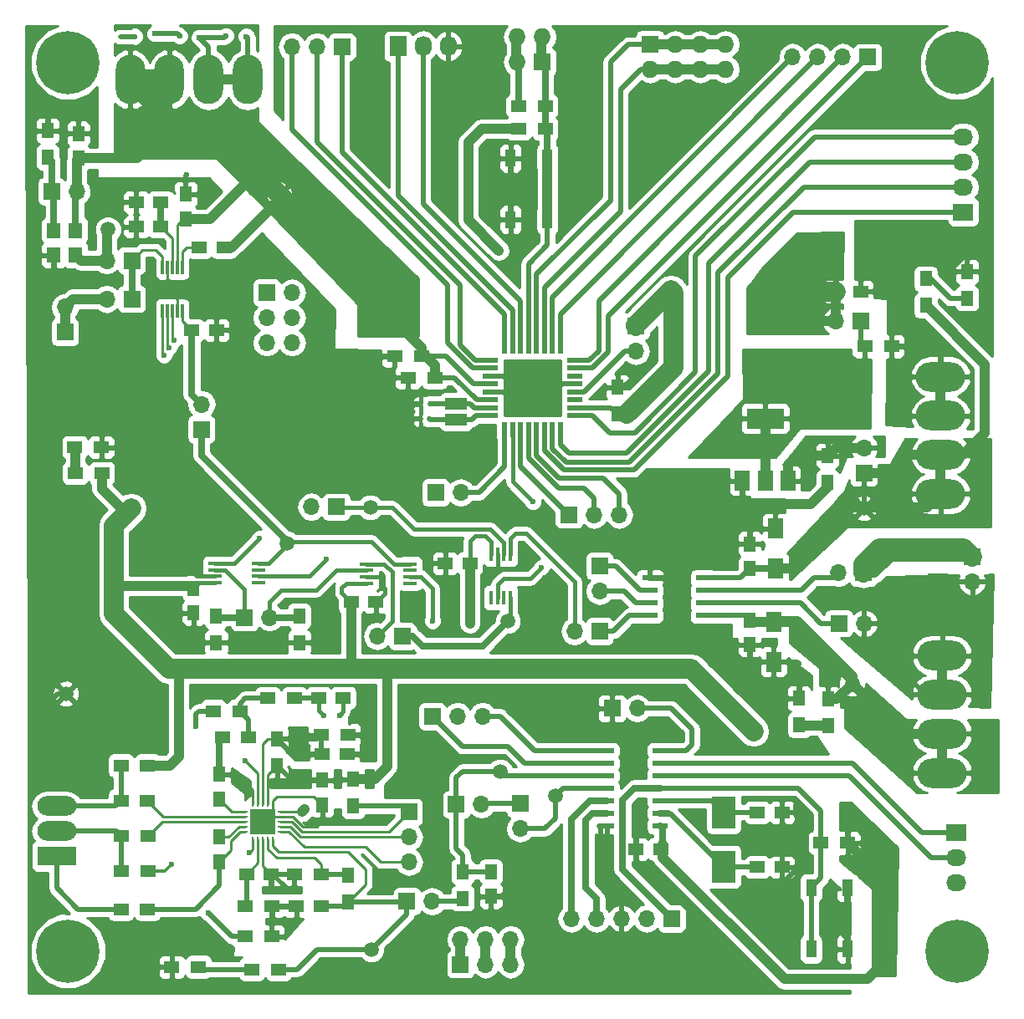
<source format=gbr>
G04 #@! TF.FileFunction,Copper,L1,Top,Signal*
%FSLAX46Y46*%
G04 Gerber Fmt 4.6, Leading zero omitted, Abs format (unit mm)*
G04 Created by KiCad (PCBNEW 4.0.2-stable) date 10/05/17 15:07:02*
%MOMM*%
G01*
G04 APERTURE LIST*
%ADD10C,0.100000*%
%ADD11R,1.250000X1.500000*%
%ADD12R,1.500000X1.250000*%
%ADD13R,1.300000X1.500000*%
%ADD14R,1.500000X1.300000*%
%ADD15R,1.600000X2.000000*%
%ADD16R,1.400000X1.600000*%
%ADD17R,1.727200X1.727200*%
%ADD18O,1.727200X1.727200*%
%ADD19R,1.700000X1.700000*%
%ADD20O,1.700000X1.700000*%
%ADD21R,2.032000X1.727200*%
%ADD22O,2.032000X1.727200*%
%ADD23R,1.100000X1.800000*%
%ADD24R,0.300000X1.400000*%
%ADD25R,2.400000X3.325000*%
%ADD26R,2.300000X1.200000*%
%ADD27R,3.960000X1.980000*%
%ADD28O,3.960000X1.980000*%
%ADD29R,1.500000X0.600000*%
%ADD30R,0.500000X0.250000*%
%ADD31R,0.250000X0.500000*%
%ADD32R,2.500000X2.500000*%
%ADD33R,1.600000X0.550000*%
%ADD34R,0.550000X1.600000*%
%ADD35R,1.450000X0.450000*%
%ADD36R,1.550000X0.600000*%
%ADD37C,1.500000*%
%ADD38O,5.001260X2.999740*%
%ADD39O,2.999740X5.001260*%
%ADD40R,0.450000X1.450000*%
%ADD41R,1.727200X2.032000*%
%ADD42O,1.727200X2.032000*%
%ADD43C,6.400000*%
%ADD44C,0.800000*%
%ADD45R,3.800000X2.000000*%
%ADD46R,1.500000X2.000000*%
%ADD47R,0.400000X0.600000*%
%ADD48C,0.500000*%
%ADD49C,0.600000*%
%ADD50C,0.500000*%
%ADD51C,0.250000*%
%ADD52C,0.400000*%
%ADD53C,0.700000*%
%ADD54C,1.000000*%
%ADD55C,2.000000*%
%ADD56C,0.300000*%
%ADD57C,0.350000*%
%ADD58C,0.254000*%
G04 APERTURE END LIST*
D10*
D11*
X94500000Y-121450000D03*
X94500000Y-123950000D03*
D12*
X107050000Y-107350000D03*
X104550000Y-107350000D03*
D11*
X94500000Y-115100000D03*
X94500000Y-117600000D03*
D12*
X99750000Y-125200000D03*
X97250000Y-125200000D03*
X104800000Y-128450000D03*
X102300000Y-128450000D03*
X104950000Y-113050000D03*
X107450000Y-113050000D03*
D11*
X104950000Y-118200000D03*
X104950000Y-115700000D03*
D12*
X110350000Y-97650000D03*
X107850000Y-97650000D03*
D11*
X122000000Y-124950000D03*
X122000000Y-127450000D03*
D13*
X134800000Y-78600000D03*
X134800000Y-75900000D03*
D12*
X156900000Y-66200000D03*
X159400000Y-66200000D03*
D14*
X116300000Y-74900000D03*
X113600000Y-74900000D03*
X114950000Y-72750000D03*
X112250000Y-72750000D03*
D12*
X148950000Y-124500000D03*
X151450000Y-124500000D03*
X148950000Y-118950000D03*
X151450000Y-118950000D03*
D11*
X80250000Y-52700000D03*
X80250000Y-50200000D03*
D15*
X150600000Y-103700000D03*
X150600000Y-99700000D03*
D14*
X124800000Y-47400000D03*
X127500000Y-47400000D03*
D11*
X148200000Y-99450000D03*
X148200000Y-101950000D03*
D12*
X88600000Y-57150000D03*
X86100000Y-57150000D03*
X88600000Y-59650000D03*
X86100000Y-59650000D03*
X139172000Y-122682000D03*
X136672000Y-122682000D03*
D11*
X148200000Y-91750000D03*
X148200000Y-94250000D03*
D15*
X150800000Y-90200000D03*
X150800000Y-94200000D03*
D11*
X91100000Y-58850000D03*
X91100000Y-56350000D03*
D12*
X94976000Y-61722000D03*
X92476000Y-61722000D03*
X91714000Y-70104000D03*
X94214000Y-70104000D03*
D13*
X156070000Y-82810000D03*
X156070000Y-85510000D03*
D11*
X91900000Y-98750000D03*
X91900000Y-96250000D03*
D14*
X159830000Y-71750000D03*
X162530000Y-71750000D03*
D16*
X79950000Y-60000000D03*
X77750000Y-60000000D03*
X79950000Y-62500000D03*
X77750000Y-62500000D03*
D14*
X82574000Y-81968000D03*
X79874000Y-81968000D03*
D13*
X156100000Y-107450000D03*
X156100000Y-110150000D03*
X170180000Y-64182000D03*
X170180000Y-66882000D03*
D17*
X127200000Y-42950000D03*
D18*
X127200000Y-40410000D03*
X124660000Y-42950000D03*
X124660000Y-40410000D03*
D19*
X113500000Y-127950000D03*
D20*
X116040000Y-127950000D03*
D21*
X169800000Y-58150000D03*
D22*
X169800000Y-55610000D03*
X169800000Y-53070000D03*
X169800000Y-50530000D03*
D19*
X113700000Y-118900000D03*
D20*
X113700000Y-121440000D03*
X113700000Y-123980000D03*
D14*
X87300000Y-124900000D03*
X84600000Y-124900000D03*
X100500000Y-134850000D03*
X97800000Y-134850000D03*
X84550000Y-128750000D03*
X87250000Y-128750000D03*
X87250000Y-114200000D03*
X84550000Y-114200000D03*
X84550000Y-117800000D03*
X87250000Y-117800000D03*
X84600000Y-121350000D03*
X87300000Y-121350000D03*
X99400000Y-107400000D03*
X102100000Y-107400000D03*
X97500000Y-111350000D03*
X94800000Y-111350000D03*
X97100000Y-131500000D03*
X99800000Y-131500000D03*
X93900000Y-108700000D03*
X96600000Y-108700000D03*
X97150000Y-128450000D03*
X99850000Y-128450000D03*
D13*
X100350000Y-114200000D03*
X100350000Y-111500000D03*
D14*
X102100000Y-125200000D03*
X104800000Y-125200000D03*
X104800000Y-111100000D03*
X107500000Y-111100000D03*
D13*
X107550000Y-125350000D03*
X107550000Y-128050000D03*
X108050000Y-118300000D03*
X108050000Y-115600000D03*
X119150000Y-124950000D03*
X119150000Y-127650000D03*
X102600000Y-101750000D03*
X102600000Y-99050000D03*
X94200000Y-101750000D03*
X94200000Y-99050000D03*
X77150000Y-49900000D03*
X77150000Y-52600000D03*
D14*
X79930000Y-84582000D03*
X82630000Y-84582000D03*
D13*
X166000000Y-64900000D03*
X166000000Y-67600000D03*
X153200000Y-110100000D03*
X153200000Y-107400000D03*
D14*
X124800000Y-49700000D03*
X127500000Y-49700000D03*
X158100000Y-122050000D03*
X155400000Y-122050000D03*
D23*
X127700000Y-58900000D03*
X127700000Y-52700000D03*
X124000000Y-52700000D03*
X124000000Y-58900000D03*
X158100000Y-132800000D03*
X158100000Y-126600000D03*
X154400000Y-126600000D03*
X154400000Y-132800000D03*
D24*
X90750000Y-63750000D03*
X90250000Y-63750000D03*
X89750000Y-63750000D03*
X89250000Y-63750000D03*
X88750000Y-63750000D03*
X88750000Y-68150000D03*
X89250000Y-68150000D03*
X89750000Y-68150000D03*
X90250000Y-68150000D03*
X90750000Y-68150000D03*
D25*
X145550000Y-124462500D03*
X145550000Y-118937500D03*
D26*
X118500000Y-77550000D03*
X118500000Y-79150000D03*
D19*
X77550000Y-56050000D03*
D20*
X80090000Y-56050000D03*
D19*
X85650000Y-66950000D03*
D20*
X83110000Y-66950000D03*
D19*
X85650000Y-63050000D03*
D20*
X83110000Y-63050000D03*
D19*
X157200000Y-99800000D03*
D20*
X159740000Y-99800000D03*
D19*
X159700000Y-94700000D03*
D20*
X157160000Y-94700000D03*
D19*
X92700000Y-80150000D03*
D20*
X92700000Y-77610000D03*
D19*
X106350000Y-88000000D03*
D20*
X103810000Y-88000000D03*
D19*
X159750000Y-84550000D03*
D20*
X159750000Y-82010000D03*
D19*
X159450000Y-69200000D03*
D20*
X156910000Y-69200000D03*
D14*
X89700000Y-134600000D03*
X92400000Y-134600000D03*
D19*
X113030000Y-101092000D03*
D20*
X110490000Y-101092000D03*
D19*
X136650000Y-69700000D03*
D20*
X136650000Y-72240000D03*
D19*
X124950000Y-118050000D03*
D20*
X124950000Y-120590000D03*
D27*
X78050000Y-123400000D03*
D28*
X78050000Y-120860000D03*
X78050000Y-118320000D03*
D19*
X118900000Y-134350000D03*
D20*
X118900000Y-131810000D03*
X121440000Y-134350000D03*
X121440000Y-131810000D03*
X123980000Y-134350000D03*
X123980000Y-131810000D03*
D19*
X118500000Y-118150000D03*
D20*
X121040000Y-118150000D03*
D19*
X133000000Y-94000000D03*
D20*
X133000000Y-96540000D03*
D19*
X170700000Y-93050000D03*
D20*
X170700000Y-95590000D03*
D29*
X139100000Y-120310000D03*
X139100000Y-119040000D03*
X139100000Y-117770000D03*
X139100000Y-116500000D03*
X139100000Y-115230000D03*
X139100000Y-113960000D03*
X139100000Y-112690000D03*
X133700000Y-112690000D03*
X133700000Y-113960000D03*
X133700000Y-115230000D03*
X133700000Y-116500000D03*
X133700000Y-117770000D03*
X133700000Y-119040000D03*
X133700000Y-120310000D03*
D30*
X97150000Y-118900000D03*
X97150000Y-119400000D03*
X97150000Y-119900000D03*
X97150000Y-120400000D03*
X97150000Y-120900000D03*
D31*
X97900000Y-121650000D03*
D32*
X98900000Y-119900000D03*
D31*
X98400000Y-121650000D03*
X98900000Y-121650000D03*
X99400000Y-121650000D03*
X99900000Y-121650000D03*
D30*
X100650000Y-120900000D03*
X100650000Y-120400000D03*
X100650000Y-119900000D03*
X100650000Y-119400000D03*
X100650000Y-118900000D03*
D31*
X99900000Y-118150000D03*
X99400000Y-118150000D03*
X98900000Y-118150000D03*
X98400000Y-118150000D03*
X97900000Y-118150000D03*
D33*
X121950000Y-73150000D03*
X121950000Y-73950000D03*
X121950000Y-74750000D03*
X121950000Y-75550000D03*
X121950000Y-76350000D03*
X121950000Y-77150000D03*
X121950000Y-77950000D03*
X121950000Y-78750000D03*
D34*
X123400000Y-80200000D03*
X124200000Y-80200000D03*
X125000000Y-80200000D03*
X125800000Y-80200000D03*
X126600000Y-80200000D03*
X127400000Y-80200000D03*
X128200000Y-80200000D03*
X129000000Y-80200000D03*
D33*
X130450000Y-78750000D03*
X130450000Y-77950000D03*
X130450000Y-77150000D03*
X130450000Y-76350000D03*
X130450000Y-75550000D03*
X130450000Y-74750000D03*
X130450000Y-73950000D03*
X130450000Y-73150000D03*
D34*
X129000000Y-71700000D03*
X128200000Y-71700000D03*
X127400000Y-71700000D03*
X126600000Y-71700000D03*
X125800000Y-71700000D03*
X125000000Y-71700000D03*
X124200000Y-71700000D03*
X123400000Y-71700000D03*
D35*
X109400000Y-93775000D03*
X109400000Y-94425000D03*
X109400000Y-95075000D03*
X109400000Y-95725000D03*
X113800000Y-95725000D03*
X113800000Y-95075000D03*
X113800000Y-94425000D03*
X113800000Y-93775000D03*
X94100000Y-93725000D03*
X94100000Y-94375000D03*
X94100000Y-95025000D03*
X94100000Y-95675000D03*
X98500000Y-95675000D03*
X98500000Y-95025000D03*
X98500000Y-94375000D03*
X98500000Y-93725000D03*
D36*
X138100000Y-95195000D03*
X138100000Y-96465000D03*
X138100000Y-97735000D03*
X138100000Y-99005000D03*
X143500000Y-99005000D03*
X143500000Y-97735000D03*
X143500000Y-96465000D03*
X143500000Y-95195000D03*
D37*
X109900000Y-132850000D03*
X122936000Y-114808000D03*
X128500000Y-117300000D03*
X164592000Y-92456000D03*
X83250000Y-59900000D03*
X101346000Y-91694000D03*
X109800000Y-88050000D03*
X123698000Y-99568000D03*
X100584000Y-56388000D03*
X159766000Y-88138000D03*
X158550000Y-105900000D03*
X78994000Y-106934000D03*
D19*
X140300000Y-129700000D03*
D20*
X137760000Y-129700000D03*
X135220000Y-129700000D03*
X132680000Y-129700000D03*
X130140000Y-129700000D03*
D19*
X78900000Y-70300000D03*
D20*
X78900000Y-67760000D03*
D38*
X167500000Y-82731200D03*
X167500000Y-78768800D03*
X167500000Y-86691060D03*
X167500000Y-74808940D03*
D39*
X89458800Y-44704000D03*
X93421200Y-44704000D03*
X85498940Y-44704000D03*
X97381060Y-44704000D03*
D38*
X167650000Y-107018800D03*
X167650000Y-110981200D03*
X167650000Y-103058940D03*
X167650000Y-114941060D03*
D12*
X117368000Y-93726000D03*
X119868000Y-93726000D03*
D19*
X116400000Y-86550000D03*
D20*
X118940000Y-86550000D03*
D19*
X133000000Y-100600000D03*
D20*
X130460000Y-100600000D03*
D19*
X116078000Y-109220000D03*
D20*
X118618000Y-109220000D03*
X121158000Y-109220000D03*
D19*
X134250000Y-108400000D03*
D20*
X136790000Y-108400000D03*
D19*
X97050000Y-99200000D03*
D20*
X99590000Y-99200000D03*
D40*
X123975000Y-92800000D03*
X123325000Y-92800000D03*
X122675000Y-92800000D03*
X122025000Y-92800000D03*
X122025000Y-97200000D03*
X122675000Y-97200000D03*
X123325000Y-97200000D03*
X123975000Y-97200000D03*
D41*
X112600000Y-41350000D03*
D42*
X115140000Y-41350000D03*
X117680000Y-41350000D03*
D17*
X138100000Y-41150000D03*
D18*
X138100000Y-43690000D03*
X140640000Y-41150000D03*
X140640000Y-43690000D03*
X143180000Y-41150000D03*
X143180000Y-43690000D03*
X145720000Y-41150000D03*
X145720000Y-43690000D03*
D43*
X79200000Y-43000000D03*
D44*
X81600000Y-43000000D03*
X80897056Y-44697056D03*
X79200000Y-45400000D03*
X77502944Y-44697056D03*
X76800000Y-43000000D03*
X77502944Y-41302944D03*
X79200000Y-40600000D03*
X80897056Y-41302944D03*
D43*
X169200000Y-43000000D03*
D44*
X171600000Y-43000000D03*
X170897056Y-44697056D03*
X169200000Y-45400000D03*
X167502944Y-44697056D03*
X166800000Y-43000000D03*
X167502944Y-41302944D03*
X169200000Y-40600000D03*
X170897056Y-41302944D03*
D43*
X169200000Y-133000000D03*
D44*
X171600000Y-133000000D03*
X170897056Y-134697056D03*
X169200000Y-135400000D03*
X167502944Y-134697056D03*
X166800000Y-133000000D03*
X167502944Y-131302944D03*
X169200000Y-130600000D03*
X170897056Y-131302944D03*
D43*
X79200000Y-133000000D03*
D44*
X81600000Y-133000000D03*
X80897056Y-134697056D03*
X79200000Y-135400000D03*
X77502944Y-134697056D03*
X76800000Y-133000000D03*
X77502944Y-131302944D03*
X79200000Y-130600000D03*
X80897056Y-131302944D03*
D21*
X169050000Y-121000000D03*
D22*
X169050000Y-123540000D03*
X169050000Y-126080000D03*
D19*
X160150000Y-42450000D03*
D20*
X157610000Y-42450000D03*
X155070000Y-42450000D03*
X152530000Y-42450000D03*
D19*
X106934000Y-41402000D03*
D20*
X104394000Y-41402000D03*
X101854000Y-41402000D03*
D19*
X129900000Y-88800000D03*
D20*
X132440000Y-88800000D03*
X134980000Y-88800000D03*
D19*
X99314000Y-66294000D03*
D20*
X101854000Y-66294000D03*
X99314000Y-68834000D03*
X101854000Y-68834000D03*
X99314000Y-71374000D03*
X101854000Y-71374000D03*
D45*
X149750000Y-79050000D03*
D46*
X149750000Y-85350000D03*
X152050000Y-85350000D03*
X147450000Y-85350000D03*
D47*
X115820000Y-77600000D03*
X114920000Y-77600000D03*
X115790000Y-79080000D03*
X114890000Y-79080000D03*
D48*
X99822000Y-126746000D03*
D49*
X106700000Y-109100000D03*
X101600000Y-126850000D03*
X105050000Y-109100000D03*
X97550000Y-123050000D03*
X141210000Y-132990000D03*
X140930000Y-136180000D03*
X138360000Y-136180000D03*
X139360000Y-133780000D03*
X137800000Y-132210000D03*
X135510000Y-133500000D03*
X137740000Y-135290000D03*
X133890000Y-136070000D03*
X131320000Y-135450000D03*
X132440000Y-134560000D03*
X133610000Y-131770000D03*
X131090000Y-133160000D03*
X129530000Y-132160000D03*
X129470000Y-135790000D03*
X127740000Y-134780000D03*
X127630000Y-132320000D03*
X126790000Y-126960000D03*
X127850000Y-125060000D03*
X127350000Y-122490000D03*
X123050000Y-123160000D03*
X122820000Y-120250000D03*
X120810000Y-120700000D03*
X121430000Y-122320000D03*
X125060000Y-123440000D03*
X124500000Y-126070000D03*
D48*
X85344000Y-82042000D03*
D49*
X84900000Y-80280000D03*
X83740000Y-78850000D03*
X80630000Y-77610000D03*
X81700000Y-75480000D03*
X85880000Y-76010000D03*
X87390000Y-79210000D03*
X86940000Y-83030000D03*
X85080000Y-85610000D03*
X88990000Y-85430000D03*
X89880000Y-84190000D03*
X88810000Y-81970000D03*
X88810000Y-77250000D03*
X86320000Y-73700000D03*
X85170000Y-71300000D03*
X82940000Y-72630000D03*
X79300000Y-73790000D03*
X77080000Y-76900000D03*
X77080000Y-80190000D03*
X77080000Y-84540000D03*
X78940000Y-87830000D03*
X81250000Y-90230000D03*
X80280000Y-93520000D03*
X76990000Y-93790000D03*
X77170000Y-97120000D03*
X80910000Y-97900000D03*
X81980000Y-101200000D03*
X78620000Y-100920000D03*
X76500000Y-100080000D03*
X75770000Y-102650000D03*
X78290000Y-104160000D03*
X81470000Y-103490000D03*
X83320000Y-103320000D03*
X85270000Y-103830000D03*
X86170000Y-106280000D03*
X83540000Y-106280000D03*
X81030000Y-107180000D03*
X82310000Y-108020000D03*
X83150000Y-110250000D03*
X85330000Y-110470000D03*
X86170000Y-108800000D03*
X88850000Y-109130000D03*
X88510000Y-111760000D03*
X84320000Y-112210000D03*
X81810000Y-112210000D03*
X80970000Y-110980000D03*
X80750000Y-109410000D03*
X78290000Y-109690000D03*
X77280000Y-112370000D03*
X79910000Y-113380000D03*
X81470000Y-116290000D03*
X79180000Y-115560000D03*
X76670000Y-115560000D03*
X76220000Y-113160000D03*
X76670000Y-110810000D03*
X77060000Y-108070000D03*
X156210000Y-129794000D03*
X152220000Y-120810000D03*
X152800000Y-118380000D03*
X153420000Y-119830000D03*
X152940000Y-121900000D03*
X153570000Y-123520000D03*
X153030000Y-124810000D03*
X151850000Y-125790000D03*
X150570000Y-126120000D03*
X151740000Y-127830000D03*
X150120000Y-128690000D03*
X148700000Y-128130000D03*
X148390000Y-126340000D03*
X147520000Y-127070000D03*
X146460000Y-128100000D03*
X148250000Y-129590000D03*
X149620000Y-131090000D03*
X151350000Y-132490000D03*
X151970000Y-131880000D03*
X151130000Y-130540000D03*
X151130000Y-129470000D03*
X152690000Y-129840000D03*
X109520000Y-73370000D03*
X108410000Y-75550000D03*
X106060000Y-78290000D03*
X104270000Y-80020000D03*
X108300000Y-79180000D03*
X108070000Y-81310000D03*
X105220000Y-82260000D03*
X103150000Y-82310000D03*
X100470000Y-83090000D03*
X99130000Y-85330000D03*
X100580000Y-86280000D03*
X102710000Y-84600000D03*
X106230000Y-85330000D03*
X108410000Y-83540000D03*
X110530000Y-82200000D03*
X110980000Y-85500000D03*
X114000000Y-87120000D03*
X113600000Y-85380000D03*
X113420000Y-83250000D03*
X116130000Y-83630000D03*
X117840000Y-82300000D03*
X119020000Y-83820000D03*
X121040000Y-83360000D03*
X121690000Y-81000000D03*
X120130000Y-81230000D03*
X116430000Y-81340000D03*
X112780000Y-80770000D03*
X110830000Y-80620000D03*
X95170000Y-40270000D03*
X97230000Y-40350000D03*
X92470000Y-40460000D03*
X90490000Y-40310000D03*
X88010000Y-40080000D03*
X85950000Y-40350000D03*
X122380000Y-41150000D03*
X122380000Y-42790000D03*
X121160000Y-42180000D03*
X121120000Y-40270000D03*
X119900000Y-40310000D03*
X119710000Y-41950000D03*
X119060000Y-44080000D03*
X118260000Y-46180000D03*
X120090000Y-45260000D03*
X120820000Y-44200000D03*
X122490000Y-44200000D03*
X122420000Y-46410000D03*
X120620000Y-47510000D03*
X118450000Y-47850000D03*
X117350000Y-49910000D03*
X116470000Y-48920000D03*
X116740000Y-46060000D03*
X117460000Y-44390000D03*
X77978000Y-65024000D03*
X83970000Y-65110000D03*
X82300000Y-64920000D03*
X80770000Y-64880000D03*
X79130000Y-65070000D03*
X170180000Y-61976000D03*
X168200000Y-64260000D03*
X167860000Y-62310000D03*
X167920000Y-60570000D03*
X166520000Y-61080000D03*
X166520000Y-62590000D03*
X164900000Y-62470000D03*
X164900000Y-61240000D03*
X165070000Y-59570000D03*
X163230000Y-59680000D03*
X162890000Y-61640000D03*
X163060000Y-62640000D03*
X161440000Y-62640000D03*
X161490000Y-61190000D03*
X161490000Y-59510000D03*
X159820000Y-59510000D03*
X159650000Y-60910000D03*
X159820000Y-62420000D03*
X159820000Y-64040000D03*
X161490000Y-64150000D03*
X163620000Y-64150000D03*
X163730000Y-65990000D03*
X163230000Y-68560000D03*
X164510000Y-70070000D03*
X169760000Y-100300000D03*
X167580000Y-99860000D03*
X165680000Y-100190000D03*
X165520000Y-98350000D03*
X166910000Y-98350000D03*
X169260000Y-98010000D03*
X168810000Y-96730000D03*
X167360000Y-96560000D03*
X165850000Y-96560000D03*
X163780000Y-97010000D03*
X161940000Y-97790000D03*
X162160000Y-99130000D03*
X164120000Y-98910000D03*
X164290000Y-100580000D03*
X163390000Y-101980000D03*
X162050000Y-100810000D03*
X160380000Y-102320000D03*
X162220000Y-103490000D03*
X163730000Y-104780000D03*
X160040000Y-97730000D03*
X157890000Y-97730000D03*
X155400000Y-97680000D03*
X155400000Y-96640000D03*
X156910000Y-96640000D03*
X158840000Y-96640000D03*
X160930000Y-96620000D03*
X162420000Y-96090000D03*
X163670000Y-95330000D03*
X166490000Y-95020000D03*
X168280000Y-95110000D03*
X171380000Y-98290000D03*
X171380000Y-100250000D03*
X171640000Y-102880000D03*
X171160000Y-104750000D03*
X171410000Y-107210000D03*
X144960000Y-133830000D03*
X144330000Y-134600000D03*
X144370000Y-136160000D03*
X145790000Y-134420000D03*
X146280000Y-133040000D03*
X146910000Y-134340000D03*
X143140000Y-131570000D03*
X141850000Y-131570000D03*
X143020000Y-129780000D03*
X144950000Y-131630000D03*
X145120000Y-132800000D03*
X142800000Y-134670000D03*
X143110000Y-132990000D03*
X142150000Y-128970000D03*
X140550000Y-127330000D03*
X139230000Y-126020000D03*
X138200000Y-125310000D03*
X137180000Y-124260000D03*
X126930000Y-129390000D03*
X128080000Y-128300000D03*
X128220000Y-129980000D03*
X126930000Y-130730000D03*
X126180000Y-131090000D03*
X126110000Y-132820000D03*
X126150000Y-134190000D03*
X126110000Y-135140000D03*
X126000000Y-136440000D03*
X124130000Y-136590000D03*
X122420000Y-136590000D03*
X120660000Y-136630000D03*
X118830000Y-136700000D03*
X117120000Y-136700000D03*
X87630000Y-134620000D03*
X116340000Y-136010000D03*
X114220000Y-136180000D03*
X113050000Y-135170000D03*
X115060000Y-131990000D03*
X115060000Y-134390000D03*
X116450000Y-132490000D03*
X116060000Y-130480000D03*
X114500000Y-131040000D03*
X113100000Y-131990000D03*
X111820000Y-134000000D03*
X111590000Y-136460000D03*
X110030000Y-135060000D03*
X108070000Y-134670000D03*
X108800000Y-136010000D03*
X106560000Y-136070000D03*
X107070000Y-134450000D03*
X104720000Y-134950000D03*
X104050000Y-136070000D03*
X101990000Y-136660000D03*
X98910000Y-136660000D03*
X97000000Y-136780000D03*
X94830000Y-136630000D03*
X92620000Y-136630000D03*
X90720000Y-136440000D03*
X88580000Y-136440000D03*
X86410000Y-136250000D03*
X86220000Y-134950000D03*
X85610000Y-132820000D03*
X84960000Y-134340000D03*
X84050000Y-136400000D03*
X83250000Y-135670000D03*
X83900000Y-133690000D03*
X84280000Y-132050000D03*
X84890000Y-131100000D03*
X87100000Y-131100000D03*
X89760000Y-130610000D03*
X92090000Y-130490000D03*
X93800000Y-132170000D03*
X92010000Y-132550000D03*
X89990000Y-132550000D03*
X87820000Y-132820000D03*
X150622000Y-88138000D03*
X154340000Y-87730000D03*
X167250000Y-71690000D03*
X165490000Y-71750000D03*
X110640000Y-78960000D03*
X110540000Y-77440000D03*
X90170000Y-66294000D03*
D48*
X91440000Y-66040000D03*
X93218000Y-66040000D03*
X94234000Y-66802000D03*
X94234000Y-68072000D03*
X92202000Y-94996000D03*
X91948000Y-100838000D03*
X91948000Y-101854000D03*
X117348000Y-92202000D03*
X122682000Y-94234000D03*
D49*
X110998000Y-96012000D03*
X110998000Y-94996000D03*
X140716000Y-95250000D03*
X140716000Y-97790000D03*
X136652000Y-74676000D03*
X125730000Y-55880000D03*
X89154000Y-65532000D03*
X77216000Y-47498000D03*
X80264000Y-47752000D03*
X86360000Y-54864000D03*
X91186000Y-54356000D03*
X110490000Y-72644000D03*
X110490000Y-74930000D03*
X124968000Y-74676000D03*
X126238000Y-74168000D03*
X127508000Y-74422000D03*
X124968000Y-76200000D03*
X127254000Y-75438000D03*
X127508000Y-77470000D03*
X125984000Y-77470000D03*
X146304000Y-91186000D03*
X147320000Y-87884000D03*
X148082000Y-89408000D03*
X162052000Y-66294000D03*
X148082000Y-104902000D03*
X153162000Y-103886000D03*
X153162000Y-105410000D03*
X151384000Y-120904000D03*
X151638000Y-122428000D03*
X136906000Y-119634000D03*
X133096000Y-121920000D03*
X99822000Y-101854000D03*
X97028000Y-101854000D03*
X109220000Y-110998000D03*
X109220000Y-113030000D03*
D48*
X99568000Y-119126000D03*
X99568000Y-120650000D03*
X98044000Y-120650000D03*
X98900000Y-119900000D03*
X98044000Y-119126000D03*
D49*
X150740000Y-66830000D03*
X155110000Y-69000000D03*
X152140000Y-69880000D03*
X151600000Y-67450000D03*
X149845000Y-65875000D03*
X153180000Y-69030000D03*
X112014000Y-67818000D03*
X113284000Y-66548000D03*
X83820000Y-92202000D03*
X83820000Y-89916000D03*
X147574000Y-109728000D03*
X146812000Y-108966000D03*
X148590000Y-110744000D03*
D48*
X157734000Y-118364000D03*
X157988000Y-119634000D03*
D49*
X140208000Y-66040000D03*
X102870000Y-115700000D03*
X103124000Y-118618000D03*
X96266000Y-104394000D03*
X89662000Y-124206000D03*
X89408000Y-114046000D03*
X124714000Y-104648000D03*
X119888000Y-99822000D03*
X85598000Y-88138000D03*
X158750000Y-118872000D03*
X110744000Y-69088000D03*
X122800000Y-62050000D03*
X98552000Y-91186000D03*
X92150000Y-110200000D03*
X97150000Y-113750000D03*
X93400000Y-129150000D03*
X88900000Y-72644000D03*
X89408000Y-71882000D03*
X89916000Y-71120000D03*
X116078000Y-99568000D03*
X105350000Y-93300000D03*
X127100000Y-94150000D03*
X126250000Y-87500000D03*
D50*
X94500000Y-123950000D02*
X94500000Y-126350000D01*
X92100000Y-128750000D02*
X87250000Y-128750000D01*
X94500000Y-126350000D02*
X92100000Y-128750000D01*
D51*
X97150000Y-120900000D02*
X96636398Y-120900000D01*
X95700000Y-122750000D02*
X94500000Y-123950000D01*
X95700000Y-121836398D02*
X95700000Y-122750000D01*
X96636398Y-120900000D02*
X95700000Y-121836398D01*
D50*
X99750000Y-125200000D02*
X99750000Y-126674000D01*
X99750000Y-126674000D02*
X99822000Y-126746000D01*
D52*
X107050000Y-107350000D02*
X107050000Y-108750000D01*
X107050000Y-108750000D02*
X106700000Y-109100000D01*
X101600000Y-126850000D02*
X99950000Y-125200000D01*
D51*
X99950000Y-125200000D02*
X99750000Y-125200000D01*
D50*
X102100000Y-125200000D02*
X99750000Y-125200000D01*
D51*
X98900000Y-121650000D02*
X98900000Y-124350000D01*
X98900000Y-124350000D02*
X99750000Y-125200000D01*
D50*
X102100000Y-107400000D02*
X104500000Y-107400000D01*
X104500000Y-107400000D02*
X104550000Y-107350000D01*
D52*
X104550000Y-107350000D02*
X104550000Y-108600000D01*
X104550000Y-108600000D02*
X105050000Y-109100000D01*
D51*
X97550000Y-123050000D02*
X97900000Y-122700000D01*
X97900000Y-122700000D02*
X97900000Y-121650000D01*
D53*
X94500000Y-115100000D02*
X94500000Y-111650000D01*
X94500000Y-111650000D02*
X94800000Y-111350000D01*
D51*
X97900000Y-118150000D02*
X97900000Y-116700000D01*
X96300000Y-115100000D02*
X94500000Y-115100000D01*
X97900000Y-116700000D02*
X96300000Y-115100000D01*
D50*
X97250000Y-125200000D02*
X97250000Y-128350000D01*
X97250000Y-128350000D02*
X97150000Y-128450000D01*
D51*
X98400000Y-121650000D02*
X98400000Y-124050000D01*
X98400000Y-124050000D02*
X97250000Y-125200000D01*
D50*
X109900000Y-132850000D02*
X104400000Y-132850000D01*
X102400000Y-134850000D02*
X100500000Y-134850000D01*
X104400000Y-132850000D02*
X102400000Y-134850000D01*
X113500000Y-127950000D02*
X113500000Y-129250000D01*
X113500000Y-129250000D02*
X109900000Y-132850000D01*
X107550000Y-128050000D02*
X113400000Y-128050000D01*
X113400000Y-128050000D02*
X113500000Y-127950000D01*
D51*
X99900000Y-121650000D02*
X99900000Y-122350000D01*
X109350000Y-126250000D02*
X107550000Y-128050000D01*
X109350000Y-124750000D02*
X109350000Y-126250000D01*
X107550000Y-122950000D02*
X109350000Y-124750000D01*
X100500000Y-122950000D02*
X107550000Y-122950000D01*
X99900000Y-122350000D02*
X100500000Y-122950000D01*
D50*
X104800000Y-128450000D02*
X107150000Y-128450000D01*
X107150000Y-128450000D02*
X107550000Y-128050000D01*
X99850000Y-128450000D02*
X102300000Y-128450000D01*
X99850000Y-128450000D02*
X99850000Y-131450000D01*
X99850000Y-131450000D02*
X99800000Y-131500000D01*
X104950000Y-113050000D02*
X101900000Y-113050000D01*
X101900000Y-113050000D02*
X100350000Y-111500000D01*
X104800000Y-111100000D02*
X104800000Y-112900000D01*
X104800000Y-112900000D02*
X104950000Y-113050000D01*
X100350000Y-111500000D02*
X104400000Y-111500000D01*
X104400000Y-111500000D02*
X104800000Y-111100000D01*
D51*
X98900000Y-118150000D02*
X98900000Y-112000000D01*
X98900000Y-112000000D02*
X99400000Y-111500000D01*
X99400000Y-111500000D02*
X100350000Y-111500000D01*
D50*
X141210000Y-135900000D02*
X141210000Y-132990000D01*
X140930000Y-136180000D02*
X141210000Y-135900000D01*
X138360000Y-134780000D02*
X138360000Y-136180000D01*
X139360000Y-133780000D02*
X138360000Y-134780000D01*
X136800000Y-132210000D02*
X137800000Y-132210000D01*
X135510000Y-133500000D02*
X136800000Y-132210000D01*
X134670000Y-135290000D02*
X137740000Y-135290000D01*
X133890000Y-136070000D02*
X134670000Y-135290000D01*
X131550000Y-135450000D02*
X131320000Y-135450000D01*
X132440000Y-134560000D02*
X131550000Y-135450000D01*
X132480000Y-131770000D02*
X133610000Y-131770000D01*
X131090000Y-133160000D02*
X132480000Y-131770000D01*
X129530000Y-135730000D02*
X129530000Y-132160000D01*
X129470000Y-135790000D02*
X129530000Y-135730000D01*
X127740000Y-132430000D02*
X127740000Y-134780000D01*
X127630000Y-132320000D02*
X127740000Y-132430000D01*
X122000000Y-127450000D02*
X123120000Y-127450000D01*
X126790000Y-126120000D02*
X126790000Y-126960000D01*
X127850000Y-125060000D02*
X126790000Y-126120000D01*
X123720000Y-122490000D02*
X127350000Y-122490000D01*
X123050000Y-123160000D02*
X123720000Y-122490000D01*
X121260000Y-120250000D02*
X122820000Y-120250000D01*
X120810000Y-120700000D02*
X121260000Y-120250000D01*
X123940000Y-122320000D02*
X121430000Y-122320000D01*
X125060000Y-123440000D02*
X123940000Y-122320000D01*
X123120000Y-127450000D02*
X124500000Y-126070000D01*
X78994000Y-106934000D02*
X78196000Y-106934000D01*
D52*
X85270000Y-81968000D02*
X85344000Y-82042000D01*
X85270000Y-81968000D02*
X82574000Y-81968000D01*
D50*
X84900000Y-80010000D02*
X84900000Y-80280000D01*
X83740000Y-78850000D02*
X84900000Y-80010000D01*
X80630000Y-76550000D02*
X80630000Y-77610000D01*
X81700000Y-75480000D02*
X80630000Y-76550000D01*
X85880000Y-77700000D02*
X85880000Y-76010000D01*
X87390000Y-79210000D02*
X85880000Y-77700000D01*
X86940000Y-83750000D02*
X86940000Y-83030000D01*
X85080000Y-85610000D02*
X86940000Y-83750000D01*
X88990000Y-85080000D02*
X88990000Y-85430000D01*
X89880000Y-84190000D02*
X88990000Y-85080000D01*
X88810000Y-77250000D02*
X88810000Y-81970000D01*
X86320000Y-72450000D02*
X86320000Y-73700000D01*
X85170000Y-71300000D02*
X86320000Y-72450000D01*
X80460000Y-72630000D02*
X82940000Y-72630000D01*
X79300000Y-73790000D02*
X80460000Y-72630000D01*
X77080000Y-80190000D02*
X77080000Y-76900000D01*
X77080000Y-85970000D02*
X77080000Y-84540000D01*
X78940000Y-87830000D02*
X77080000Y-85970000D01*
X81250000Y-92550000D02*
X81250000Y-90230000D01*
X80280000Y-93520000D02*
X81250000Y-92550000D01*
X76990000Y-96940000D02*
X76990000Y-93790000D01*
X77170000Y-97120000D02*
X76990000Y-96940000D01*
X80910000Y-100130000D02*
X80910000Y-97900000D01*
X81980000Y-101200000D02*
X80910000Y-100130000D01*
X77340000Y-100920000D02*
X78620000Y-100920000D01*
X76500000Y-100080000D02*
X77340000Y-100920000D01*
X76780000Y-102650000D02*
X75770000Y-102650000D01*
X78290000Y-104160000D02*
X76780000Y-102650000D01*
X83150000Y-103490000D02*
X81470000Y-103490000D01*
X83320000Y-103320000D02*
X83150000Y-103490000D01*
X85270000Y-105380000D02*
X85270000Y-103830000D01*
X86170000Y-106280000D02*
X85270000Y-105380000D01*
X81930000Y-106280000D02*
X83540000Y-106280000D01*
X81030000Y-107180000D02*
X81930000Y-106280000D01*
X82310000Y-109410000D02*
X82310000Y-108020000D01*
X83150000Y-110250000D02*
X82310000Y-109410000D01*
X85330000Y-109640000D02*
X85330000Y-110470000D01*
X86170000Y-108800000D02*
X85330000Y-109640000D01*
X88850000Y-111420000D02*
X88850000Y-109130000D01*
X88510000Y-111760000D02*
X88850000Y-111420000D01*
X81810000Y-112210000D02*
X84320000Y-112210000D01*
X80970000Y-109630000D02*
X80970000Y-110980000D01*
X80750000Y-109410000D02*
X80970000Y-109630000D01*
X78290000Y-111360000D02*
X78290000Y-109690000D01*
X77280000Y-112370000D02*
X78290000Y-111360000D01*
X79910000Y-114730000D02*
X79910000Y-113380000D01*
X81470000Y-116290000D02*
X79910000Y-114730000D01*
X76670000Y-115560000D02*
X79180000Y-115560000D01*
X76220000Y-111260000D02*
X76220000Y-113160000D01*
X76670000Y-110810000D02*
X76220000Y-111260000D01*
X78196000Y-106934000D02*
X77060000Y-108070000D01*
X78994000Y-106934000D02*
X78496000Y-106934000D01*
X151450000Y-120040000D02*
X151450000Y-118950000D01*
X152220000Y-120810000D02*
X151450000Y-120040000D01*
X152800000Y-119210000D02*
X152800000Y-118380000D01*
X153420000Y-119830000D02*
X152800000Y-119210000D01*
X152940000Y-122890000D02*
X152940000Y-121900000D01*
X153570000Y-123520000D02*
X152940000Y-122890000D01*
X152830000Y-124810000D02*
X153030000Y-124810000D01*
X151850000Y-125790000D02*
X152830000Y-124810000D01*
X150570000Y-126660000D02*
X150570000Y-126120000D01*
X151740000Y-127830000D02*
X150570000Y-126660000D01*
X149260000Y-128690000D02*
X150120000Y-128690000D01*
X148700000Y-128130000D02*
X149260000Y-128690000D01*
X148250000Y-126340000D02*
X148390000Y-126340000D01*
X147520000Y-127070000D02*
X148250000Y-126340000D01*
X146760000Y-128100000D02*
X146460000Y-128100000D01*
X148250000Y-129590000D02*
X146760000Y-128100000D01*
X149950000Y-131090000D02*
X149620000Y-131090000D01*
X151350000Y-132490000D02*
X149950000Y-131090000D01*
X151970000Y-131380000D02*
X151970000Y-131880000D01*
X151130000Y-130540000D02*
X151970000Y-131380000D01*
X152320000Y-129470000D02*
X151130000Y-129470000D01*
X152690000Y-129840000D02*
X152320000Y-129470000D01*
X109520000Y-74440000D02*
X109520000Y-73370000D01*
X108410000Y-75550000D02*
X109520000Y-74440000D01*
X106000000Y-78290000D02*
X106060000Y-78290000D01*
X104270000Y-80020000D02*
X106000000Y-78290000D01*
X108300000Y-81080000D02*
X108300000Y-79180000D01*
X108070000Y-81310000D02*
X108300000Y-81080000D01*
X103200000Y-82260000D02*
X105220000Y-82260000D01*
X103150000Y-82310000D02*
X103200000Y-82260000D01*
X100470000Y-83990000D02*
X100470000Y-83090000D01*
X99130000Y-85330000D02*
X100470000Y-83990000D01*
X101030000Y-86280000D02*
X100580000Y-86280000D01*
X102710000Y-84600000D02*
X101030000Y-86280000D01*
X106620000Y-85330000D02*
X106230000Y-85330000D01*
X108410000Y-83540000D02*
X106620000Y-85330000D01*
X110530000Y-85050000D02*
X110530000Y-82200000D01*
X110980000Y-85500000D02*
X110530000Y-85050000D01*
X114000000Y-85780000D02*
X114000000Y-87120000D01*
X113600000Y-85380000D02*
X114000000Y-85780000D01*
X115750000Y-83250000D02*
X113420000Y-83250000D01*
X116130000Y-83630000D02*
X115750000Y-83250000D01*
X117840000Y-82640000D02*
X117840000Y-82300000D01*
X119020000Y-83820000D02*
X117840000Y-82640000D01*
X121040000Y-81650000D02*
X121040000Y-83360000D01*
X121690000Y-81000000D02*
X121040000Y-81650000D01*
X116540000Y-81230000D02*
X120130000Y-81230000D01*
X116430000Y-81340000D02*
X116540000Y-81230000D01*
X110980000Y-80770000D02*
X112780000Y-80770000D01*
X110830000Y-80620000D02*
X110980000Y-80770000D01*
X97381060Y-44704000D02*
X97381060Y-40501060D01*
X94980000Y-40460000D02*
X92470000Y-40460000D01*
X95170000Y-40270000D02*
X94980000Y-40460000D01*
X97381060Y-40501060D02*
X97230000Y-40350000D01*
X93421200Y-44704000D02*
X93421200Y-41411200D01*
X93421200Y-41411200D02*
X92470000Y-40460000D01*
X85910000Y-40390000D02*
X84540000Y-40390000D01*
X90490000Y-40310000D02*
X90260000Y-40080000D01*
X90260000Y-40080000D02*
X88010000Y-40080000D01*
X85950000Y-40350000D02*
X85910000Y-40390000D01*
X117680000Y-41350000D02*
X117680000Y-44170000D01*
X122450000Y-41220000D02*
X122450000Y-41110000D01*
X122380000Y-41150000D02*
X122450000Y-41220000D01*
X121770000Y-42790000D02*
X122380000Y-42790000D01*
X121160000Y-42180000D02*
X121770000Y-42790000D01*
X119940000Y-40270000D02*
X121120000Y-40270000D01*
X119900000Y-40310000D02*
X119940000Y-40270000D01*
X119710000Y-43430000D02*
X119710000Y-41950000D01*
X119060000Y-44080000D02*
X119710000Y-43430000D01*
X119170000Y-46180000D02*
X118260000Y-46180000D01*
X120090000Y-45260000D02*
X119170000Y-46180000D01*
X122490000Y-44200000D02*
X120820000Y-44200000D01*
X121720000Y-46410000D02*
X122420000Y-46410000D01*
X120620000Y-47510000D02*
X121720000Y-46410000D01*
X118450000Y-48810000D02*
X118450000Y-47850000D01*
X117350000Y-49910000D02*
X118450000Y-48810000D01*
X116470000Y-46330000D02*
X116470000Y-48920000D01*
X116740000Y-46060000D02*
X116470000Y-46330000D01*
X117680000Y-44170000D02*
X117460000Y-44390000D01*
X77978000Y-65024000D02*
X79084000Y-65024000D01*
X77750000Y-64796000D02*
X77978000Y-65024000D01*
X77750000Y-62500000D02*
X77750000Y-64796000D01*
X80810000Y-64920000D02*
X82300000Y-64920000D01*
X80770000Y-64880000D02*
X80810000Y-64920000D01*
X79084000Y-65024000D02*
X79130000Y-65070000D01*
X77370000Y-62500000D02*
X77750000Y-62500000D01*
X78994000Y-106934000D02*
X78286000Y-106934000D01*
X170180000Y-61976000D02*
X170180000Y-64182000D01*
X170180000Y-62280000D02*
X170180000Y-61976000D01*
X168200000Y-64260000D02*
X170180000Y-62280000D01*
X167860000Y-60630000D02*
X167860000Y-62310000D01*
X167920000Y-60570000D02*
X167860000Y-60630000D01*
X166520000Y-62590000D02*
X166520000Y-61080000D01*
X164900000Y-61240000D02*
X164900000Y-62470000D01*
X163340000Y-59570000D02*
X165070000Y-59570000D01*
X163230000Y-59680000D02*
X163340000Y-59570000D01*
X162890000Y-62470000D02*
X162890000Y-61640000D01*
X163060000Y-62640000D02*
X162890000Y-62470000D01*
X161440000Y-61240000D02*
X161440000Y-62640000D01*
X161490000Y-61190000D02*
X161440000Y-61240000D01*
X159820000Y-59510000D02*
X161490000Y-59510000D01*
X159650000Y-62250000D02*
X159650000Y-60910000D01*
X159820000Y-62420000D02*
X159650000Y-62250000D01*
X161380000Y-64040000D02*
X159820000Y-64040000D01*
X161490000Y-64150000D02*
X161380000Y-64040000D01*
X163620000Y-65880000D02*
X163620000Y-64150000D01*
X163730000Y-65990000D02*
X163620000Y-65880000D01*
X163230000Y-68790000D02*
X163230000Y-68560000D01*
X164510000Y-70070000D02*
X163230000Y-68790000D01*
X167650000Y-107018800D02*
X165968800Y-107018800D01*
X165968800Y-107018800D02*
X163730000Y-104780000D01*
X168020000Y-100300000D02*
X169760000Y-100300000D01*
X167580000Y-99860000D02*
X168020000Y-100300000D01*
X165680000Y-98510000D02*
X165680000Y-100190000D01*
X165520000Y-98350000D02*
X165680000Y-98510000D01*
X168920000Y-98350000D02*
X166910000Y-98350000D01*
X169260000Y-98010000D02*
X168920000Y-98350000D01*
X167530000Y-96730000D02*
X168810000Y-96730000D01*
X167360000Y-96560000D02*
X167530000Y-96730000D01*
X164230000Y-96560000D02*
X165850000Y-96560000D01*
X163780000Y-97010000D02*
X164230000Y-96560000D01*
X161940000Y-98910000D02*
X161940000Y-97790000D01*
X162160000Y-99130000D02*
X161940000Y-98910000D01*
X164120000Y-100410000D02*
X164120000Y-98910000D01*
X164290000Y-100580000D02*
X164120000Y-100410000D01*
X163220000Y-101980000D02*
X163390000Y-101980000D01*
X162050000Y-100810000D02*
X163220000Y-101980000D01*
X161050000Y-102320000D02*
X160380000Y-102320000D01*
X162220000Y-103490000D02*
X161050000Y-102320000D01*
X159740000Y-98030000D02*
X159740000Y-99800000D01*
X160040000Y-97730000D02*
X159740000Y-98030000D01*
X155450000Y-97730000D02*
X157890000Y-97730000D01*
X155400000Y-97680000D02*
X155450000Y-97730000D01*
X156910000Y-96640000D02*
X155400000Y-96640000D01*
X160910000Y-96640000D02*
X158840000Y-96640000D01*
X160930000Y-96620000D02*
X160910000Y-96640000D01*
X162910000Y-96090000D02*
X162420000Y-96090000D01*
X163670000Y-95330000D02*
X162910000Y-96090000D01*
X168190000Y-95020000D02*
X166490000Y-95020000D01*
X168280000Y-95110000D02*
X168190000Y-95020000D01*
X167650000Y-107018800D02*
X171218800Y-107018800D01*
X171380000Y-100250000D02*
X171380000Y-98290000D01*
X171640000Y-104270000D02*
X171640000Y-102880000D01*
X171160000Y-104750000D02*
X171640000Y-104270000D01*
X171218800Y-107018800D02*
X171410000Y-107210000D01*
X143020000Y-136100000D02*
X144310000Y-136100000D01*
X144960000Y-133970000D02*
X144960000Y-133830000D01*
X144330000Y-134600000D02*
X144960000Y-133970000D01*
X144310000Y-136100000D02*
X144370000Y-136160000D01*
X146040000Y-132800000D02*
X145120000Y-132800000D01*
X146280000Y-133040000D02*
X146040000Y-132800000D01*
X145870000Y-134340000D02*
X146910000Y-134340000D01*
X145790000Y-134420000D02*
X145870000Y-134340000D01*
X143020000Y-129780000D02*
X144870000Y-131630000D01*
X144870000Y-131630000D02*
X144950000Y-131630000D01*
X141850000Y-131570000D02*
X143140000Y-131570000D01*
X143020000Y-134890000D02*
X143020000Y-136100000D01*
X142800000Y-134670000D02*
X143020000Y-134890000D01*
X144930000Y-132990000D02*
X143110000Y-132990000D01*
X145120000Y-132800000D02*
X144930000Y-132990000D01*
X136672000Y-123752000D02*
X136672000Y-122682000D01*
X142150000Y-128970000D02*
X140550000Y-127370000D01*
X140550000Y-127370000D02*
X140550000Y-127330000D01*
X139230000Y-126020000D02*
X138520000Y-125310000D01*
X138520000Y-125310000D02*
X138200000Y-125310000D01*
X137180000Y-124260000D02*
X136672000Y-123752000D01*
X126930000Y-129390000D02*
X128020000Y-128300000D01*
X128020000Y-128300000D02*
X128080000Y-128300000D01*
X128220000Y-129980000D02*
X127470000Y-130730000D01*
X127470000Y-130730000D02*
X126930000Y-130730000D01*
X126180000Y-131090000D02*
X126110000Y-131160000D01*
X126110000Y-131160000D02*
X126110000Y-132820000D01*
X126150000Y-134190000D02*
X126110000Y-134230000D01*
X126110000Y-134230000D02*
X126110000Y-135140000D01*
X126000000Y-136440000D02*
X125850000Y-136590000D01*
X125850000Y-136590000D02*
X124130000Y-136590000D01*
X122420000Y-136590000D02*
X122380000Y-136630000D01*
X122380000Y-136630000D02*
X120660000Y-136630000D01*
X118830000Y-136700000D02*
X117120000Y-136700000D01*
X87650000Y-134600000D02*
X87630000Y-134620000D01*
X89700000Y-134600000D02*
X87650000Y-134600000D01*
X116450000Y-135780000D02*
X116450000Y-135900000D01*
X116340000Y-136010000D02*
X116170000Y-136180000D01*
X116170000Y-136180000D02*
X114220000Y-136180000D01*
X113050000Y-135170000D02*
X115060000Y-133160000D01*
X115060000Y-133160000D02*
X115060000Y-131990000D01*
X115060000Y-134390000D02*
X116450000Y-135780000D01*
X116060000Y-130480000D02*
X116450000Y-130870000D01*
X116450000Y-130870000D02*
X116450000Y-132490000D01*
X114050000Y-131040000D02*
X114500000Y-131040000D01*
X113100000Y-131990000D02*
X114050000Y-131040000D01*
X111820000Y-136230000D02*
X111820000Y-134000000D01*
X111590000Y-136460000D02*
X111820000Y-136230000D01*
X108460000Y-135060000D02*
X110030000Y-135060000D01*
X108070000Y-134670000D02*
X108460000Y-135060000D01*
X106620000Y-136010000D02*
X108800000Y-136010000D01*
X106560000Y-136070000D02*
X106620000Y-136010000D01*
X105220000Y-134450000D02*
X107070000Y-134450000D01*
X104720000Y-134950000D02*
X105220000Y-134450000D01*
X102580000Y-136070000D02*
X104050000Y-136070000D01*
X101990000Y-136660000D02*
X102580000Y-136070000D01*
X97120000Y-136660000D02*
X98910000Y-136660000D01*
X97000000Y-136780000D02*
X97120000Y-136660000D01*
X92620000Y-136630000D02*
X94830000Y-136630000D01*
X88580000Y-136440000D02*
X90720000Y-136440000D01*
X86410000Y-135140000D02*
X86410000Y-136250000D01*
X86220000Y-134950000D02*
X86410000Y-135140000D01*
X85610000Y-133690000D02*
X85610000Y-132820000D01*
X84960000Y-134340000D02*
X85610000Y-133690000D01*
X83980000Y-136400000D02*
X84050000Y-136400000D01*
X83250000Y-135670000D02*
X83980000Y-136400000D01*
X83900000Y-132430000D02*
X83900000Y-133690000D01*
X84280000Y-132050000D02*
X83900000Y-132430000D01*
X87100000Y-131100000D02*
X84890000Y-131100000D01*
X91970000Y-130610000D02*
X89760000Y-130610000D01*
X92090000Y-130490000D02*
X91970000Y-130610000D01*
X92390000Y-132170000D02*
X93800000Y-132170000D01*
X92010000Y-132550000D02*
X92390000Y-132170000D01*
X88090000Y-132550000D02*
X89990000Y-132550000D01*
X87820000Y-132820000D02*
X88090000Y-132550000D01*
D54*
X154340000Y-87730000D02*
X151030000Y-87730000D01*
D50*
X150800000Y-88316000D02*
X150622000Y-88138000D01*
X150800000Y-90200000D02*
X150800000Y-88316000D01*
D54*
X154340000Y-87730000D02*
X156070000Y-86000000D01*
X151030000Y-87730000D02*
X150622000Y-88138000D01*
X156070000Y-85510000D02*
X156070000Y-86000000D01*
D50*
X162530000Y-71750000D02*
X165490000Y-71750000D01*
X167500000Y-71940000D02*
X167500000Y-74808940D01*
X167250000Y-71690000D02*
X167500000Y-71940000D01*
X114890000Y-79080000D02*
X110760000Y-79080000D01*
X110760000Y-79080000D02*
X110640000Y-78960000D01*
X110700000Y-77600000D02*
X114920000Y-77600000D01*
X110540000Y-77440000D02*
X110700000Y-77600000D01*
D54*
X167500000Y-78768800D02*
X167500000Y-74808940D01*
X167650000Y-107018800D02*
X167650000Y-103058940D01*
X93421200Y-44704000D02*
X97381060Y-44704000D01*
D52*
X94214000Y-70104000D02*
X94214000Y-68092000D01*
D51*
X90250000Y-66374000D02*
X90170000Y-66294000D01*
X90250000Y-66374000D02*
X90250000Y-68150000D01*
D52*
X91186000Y-66294000D02*
X90170000Y-66294000D01*
X91440000Y-66040000D02*
X91186000Y-66294000D01*
X93472000Y-66040000D02*
X93218000Y-66040000D01*
X94234000Y-66802000D02*
X93472000Y-66040000D01*
X94214000Y-68092000D02*
X94234000Y-68072000D01*
X94100000Y-95025000D02*
X92231000Y-95025000D01*
X92231000Y-95025000D02*
X92202000Y-94996000D01*
X94200000Y-101750000D02*
X92052000Y-101750000D01*
X91900000Y-100790000D02*
X91900000Y-98750000D01*
X91948000Y-100838000D02*
X91900000Y-100790000D01*
X92052000Y-101750000D02*
X91948000Y-101854000D01*
X117368000Y-93726000D02*
X117368000Y-92222000D01*
X117368000Y-92222000D02*
X117348000Y-92202000D01*
X122675000Y-92800000D02*
X122675000Y-94227000D01*
X122675000Y-94227000D02*
X122682000Y-94234000D01*
X109400000Y-95075000D02*
X110919000Y-95075000D01*
X111252000Y-96748000D02*
X110350000Y-97650000D01*
X111252000Y-96266000D02*
X111252000Y-96748000D01*
X110998000Y-96012000D02*
X111252000Y-96266000D01*
X110919000Y-95075000D02*
X110998000Y-94996000D01*
D50*
X140716000Y-97790000D02*
X140716000Y-95250000D01*
X140661000Y-95195000D02*
X140716000Y-95250000D01*
X140661000Y-95195000D02*
X138100000Y-95195000D01*
X134800000Y-75900000D02*
X135428000Y-75900000D01*
X135428000Y-75900000D02*
X136652000Y-74676000D01*
X124000000Y-58900000D02*
X124000000Y-57610000D01*
X124000000Y-54150000D02*
X125730000Y-55880000D01*
X124000000Y-54150000D02*
X124000000Y-52700000D01*
X124000000Y-57610000D02*
X125730000Y-55880000D01*
D51*
X89250000Y-63750000D02*
X89250000Y-65436000D01*
X89250000Y-65436000D02*
X89154000Y-65532000D01*
D50*
X80250000Y-50200000D02*
X80250000Y-47766000D01*
X77150000Y-47564000D02*
X77150000Y-49900000D01*
X77216000Y-47498000D02*
X77150000Y-47564000D01*
X80250000Y-47766000D02*
X80264000Y-47752000D01*
X91100000Y-56350000D02*
X91100000Y-54442000D01*
X86100000Y-55124000D02*
X86100000Y-57150000D01*
X86360000Y-54864000D02*
X86100000Y-55124000D01*
X91100000Y-54442000D02*
X91186000Y-54356000D01*
X86100000Y-59650000D02*
X86100000Y-57150000D01*
X112250000Y-72750000D02*
X110596000Y-72750000D01*
X110596000Y-72750000D02*
X110490000Y-72644000D01*
X113600000Y-74900000D02*
X110520000Y-74900000D01*
X110520000Y-74900000D02*
X110490000Y-74930000D01*
X124894000Y-74750000D02*
X124968000Y-74676000D01*
X124894000Y-74750000D02*
X121950000Y-74750000D01*
X127254000Y-74168000D02*
X126238000Y-74168000D01*
X127508000Y-74422000D02*
X127254000Y-74168000D01*
X124818000Y-76350000D02*
X124968000Y-76200000D01*
X121950000Y-76350000D02*
X124818000Y-76350000D01*
X127366000Y-75550000D02*
X127254000Y-75438000D01*
X127366000Y-75550000D02*
X130450000Y-75550000D01*
X125984000Y-77470000D02*
X127508000Y-77470000D01*
X148200000Y-91750000D02*
X146868000Y-91750000D01*
X146868000Y-91750000D02*
X146304000Y-91186000D01*
X147450000Y-85350000D02*
X147450000Y-87754000D01*
X147450000Y-87754000D02*
X147320000Y-87884000D01*
X148200000Y-91750000D02*
X148200000Y-89526000D01*
X148200000Y-89526000D02*
X148082000Y-89408000D01*
X159400000Y-66200000D02*
X161958000Y-66200000D01*
X161958000Y-66200000D02*
X162052000Y-66294000D01*
X148200000Y-101950000D02*
X148200000Y-104784000D01*
X148200000Y-104784000D02*
X148082000Y-104902000D01*
X153200000Y-107400000D02*
X153200000Y-105448000D01*
X152976000Y-103700000D02*
X150600000Y-103700000D01*
X153162000Y-103886000D02*
X152976000Y-103700000D01*
X153200000Y-105448000D02*
X153162000Y-105410000D01*
X151450000Y-118950000D02*
X151450000Y-120838000D01*
X151450000Y-120838000D02*
X151384000Y-120904000D01*
X151638000Y-122428000D02*
X151450000Y-122616000D01*
X151450000Y-122616000D02*
X151450000Y-124500000D01*
D53*
X158100000Y-126600000D02*
X158100000Y-128666000D01*
X158100000Y-128666000D02*
X156972000Y-129794000D01*
X156972000Y-129794000D02*
X156210000Y-129794000D01*
X158100000Y-131684000D02*
X158100000Y-132800000D01*
X158100000Y-131684000D02*
X156210000Y-129794000D01*
D50*
X136672000Y-122682000D02*
X136672000Y-119868000D01*
X136672000Y-119868000D02*
X136906000Y-119634000D01*
X133700000Y-120310000D02*
X132928000Y-120310000D01*
X132928000Y-120310000D02*
X133096000Y-120478000D01*
X133096000Y-120478000D02*
X133096000Y-121920000D01*
X94200000Y-101750000D02*
X96924000Y-101750000D01*
X99926000Y-101750000D02*
X102600000Y-101750000D01*
X99822000Y-101854000D02*
X99926000Y-101750000D01*
X96924000Y-101750000D02*
X97028000Y-101854000D01*
X107500000Y-111100000D02*
X109118000Y-111100000D01*
X109118000Y-111100000D02*
X109220000Y-110998000D01*
X107450000Y-113050000D02*
X109200000Y-113050000D01*
X109200000Y-113050000D02*
X109220000Y-113030000D01*
D51*
X99568000Y-119126000D02*
X98900000Y-119794000D01*
X98900000Y-119794000D02*
X98900000Y-119900000D01*
X99568000Y-120650000D02*
X98900000Y-119982000D01*
X98900000Y-119982000D02*
X98900000Y-119900000D01*
X98044000Y-120650000D02*
X98794000Y-119900000D01*
X98794000Y-119900000D02*
X98900000Y-119900000D01*
X98268002Y-119350002D02*
X98044000Y-119126000D01*
X98268002Y-119350002D02*
X100650000Y-119350002D01*
X100650000Y-119350002D02*
X100650000Y-119400000D01*
X99900000Y-118150000D02*
X99900000Y-118900000D01*
X99900000Y-118900000D02*
X98900000Y-119900000D01*
X99900000Y-118150000D02*
X99900000Y-117778000D01*
X104098000Y-117348000D02*
X104950000Y-118200000D01*
X100330000Y-117348000D02*
X104098000Y-117348000D01*
X99900000Y-117778000D02*
X100330000Y-117348000D01*
X100650000Y-119400000D02*
X101959194Y-119400000D01*
X104950000Y-119840000D02*
X104950000Y-118200000D01*
X104394000Y-120396000D02*
X104950000Y-119840000D01*
X102955194Y-120396000D02*
X104394000Y-120396000D01*
X101959194Y-119400000D02*
X102955194Y-120396000D01*
X100650000Y-119400000D02*
X99400000Y-119400000D01*
X99400000Y-119400000D02*
X98900000Y-119900000D01*
D50*
X159750000Y-84550000D02*
X159750000Y-88122000D01*
X159750000Y-88122000D02*
X159766000Y-88138000D01*
D54*
X167500000Y-82731200D02*
X169768800Y-82731200D01*
X169768800Y-82731200D02*
X171950000Y-80550000D01*
X171950000Y-73550000D02*
X166000000Y-67600000D01*
X171950000Y-80550000D02*
X171950000Y-73550000D01*
X167500000Y-82731200D02*
X164418800Y-82731200D01*
X162600000Y-84550000D02*
X159750000Y-84550000D01*
X164418800Y-82731200D02*
X162600000Y-84550000D01*
X167500000Y-86691060D02*
X167500000Y-82731200D01*
X150800000Y-94200000D02*
X152300000Y-94200000D01*
X158400000Y-88100000D02*
X166091060Y-88100000D01*
X152300000Y-94200000D02*
X158400000Y-88100000D01*
X166091060Y-88100000D02*
X167500000Y-86691060D01*
D53*
X148200000Y-94250000D02*
X150750000Y-94250000D01*
D50*
X150750000Y-94250000D02*
X150800000Y-94200000D01*
X143500000Y-95195000D02*
X147255000Y-95195000D01*
X147255000Y-95195000D02*
X148200000Y-94250000D01*
D54*
X149845000Y-65875000D02*
X149845000Y-65935000D01*
X149845000Y-65935000D02*
X150740000Y-66830000D01*
X153180000Y-69030000D02*
X152990000Y-69030000D01*
X152990000Y-69030000D02*
X152140000Y-69880000D01*
X151830000Y-67860000D02*
X151510000Y-67540000D01*
X151510000Y-67540000D02*
X151600000Y-67450000D01*
X149845000Y-65875000D02*
X151830000Y-67860000D01*
X156910000Y-69200000D02*
X155310000Y-69200000D01*
X155310000Y-69200000D02*
X155110000Y-69000000D01*
X152010000Y-67860000D02*
X151830000Y-67860000D01*
X153180000Y-69030000D02*
X152010000Y-67860000D01*
D55*
X153450000Y-65800000D02*
X153450000Y-66200000D01*
X153450000Y-66200000D02*
X153450000Y-65800000D01*
X153450000Y-65800000D02*
X153450000Y-66200000D01*
X140450000Y-69850000D02*
X140450000Y-66282000D01*
D54*
X140450000Y-66282000D02*
X140208000Y-66040000D01*
D55*
X83820000Y-89916000D02*
X83820000Y-92202000D01*
X83820000Y-92202000D02*
X83820000Y-96012000D01*
X83820000Y-89916000D02*
X85598000Y-88138000D01*
X146812000Y-108966000D02*
X147574000Y-109728000D01*
X144526000Y-106680000D02*
X148590000Y-110744000D01*
D50*
X157988000Y-119380000D02*
X157988000Y-118618000D01*
X157988000Y-118618000D02*
X157734000Y-118364000D01*
X158100000Y-119746000D02*
X158100000Y-122050000D01*
X157988000Y-119634000D02*
X158100000Y-119746000D01*
D55*
X136650000Y-69700000D02*
X136650000Y-69598000D01*
X136650000Y-69598000D02*
X140208000Y-66040000D01*
D54*
X80250000Y-52700000D02*
X86238000Y-52700000D01*
X86238000Y-52700000D02*
X89866470Y-49071530D01*
X91100000Y-58850000D02*
X93550000Y-58850000D01*
X93550000Y-58850000D02*
X98298000Y-54102000D01*
X94976000Y-61722000D02*
X95758000Y-61722000D01*
X95758000Y-61722000D02*
X100838000Y-56642000D01*
D55*
X85498940Y-44704000D02*
X89458800Y-44704000D01*
X110744000Y-69088000D02*
X110744000Y-66548000D01*
X110744000Y-66548000D02*
X100838000Y-56642000D01*
X91848940Y-51054000D02*
X89866470Y-49071530D01*
X95250000Y-51054000D02*
X91848940Y-51054000D01*
X98298000Y-54102000D02*
X95250000Y-51054000D01*
X89866470Y-49071530D02*
X85498940Y-44704000D01*
X100838000Y-56642000D02*
X98298000Y-54102000D01*
D54*
X83820000Y-96012000D02*
X91662000Y-96012000D01*
X91662000Y-96012000D02*
X91900000Y-96250000D01*
X85598000Y-88138000D02*
X84582000Y-88138000D01*
X82630000Y-86186000D02*
X82630000Y-84582000D01*
X84582000Y-88138000D02*
X82630000Y-86186000D01*
D51*
X100650000Y-118900000D02*
X102842000Y-118900000D01*
D54*
X102842000Y-118900000D02*
X103124000Y-118618000D01*
X111506000Y-104394000D02*
X111506000Y-114300000D01*
X110206000Y-115600000D02*
X108050000Y-115600000D01*
X111506000Y-114300000D02*
X110206000Y-115600000D01*
D56*
X87250000Y-114200000D02*
X89254000Y-114200000D01*
X88968000Y-124900000D02*
X89662000Y-124206000D01*
X88968000Y-124900000D02*
X87300000Y-124900000D01*
X89254000Y-114200000D02*
X89408000Y-114046000D01*
D54*
X87250000Y-114200000D02*
X89508000Y-114200000D01*
X89508000Y-114200000D02*
X90424000Y-113284000D01*
X90424000Y-113284000D02*
X90424000Y-104394000D01*
X107850000Y-97650000D02*
X107850000Y-104394000D01*
X107850000Y-104394000D02*
X107696000Y-104394000D01*
X119868000Y-93726000D02*
X119868000Y-99802000D01*
X119868000Y-99802000D02*
X119888000Y-99822000D01*
X124714000Y-104648000D02*
X124714000Y-104394000D01*
X124714000Y-104394000D02*
X124714000Y-104648000D01*
X124714000Y-104648000D02*
X124714000Y-104394000D01*
D52*
X122025000Y-92800000D02*
X122025000Y-91545000D01*
X119868000Y-91460000D02*
X119868000Y-93726000D01*
X120396000Y-90932000D02*
X119868000Y-91460000D01*
X121412000Y-90932000D02*
X120396000Y-90932000D01*
X122025000Y-91545000D02*
X121412000Y-90932000D01*
D55*
X89408000Y-104394000D02*
X90424000Y-104394000D01*
X90424000Y-104394000D02*
X96266000Y-104394000D01*
X96266000Y-104394000D02*
X107696000Y-104394000D01*
X83820000Y-98806000D02*
X89408000Y-104394000D01*
X83820000Y-96012000D02*
X83820000Y-98806000D01*
X107696000Y-104394000D02*
X111506000Y-104394000D01*
X111506000Y-104394000D02*
X118110000Y-104394000D01*
X118110000Y-104394000D02*
X124714000Y-104394000D01*
D54*
X161535000Y-121657000D02*
X161535000Y-125485000D01*
X158750000Y-118872000D02*
X161535000Y-121657000D01*
D55*
X124714000Y-104394000D02*
X142240000Y-104394000D01*
X142240000Y-104394000D02*
X144526000Y-106680000D01*
D54*
X113200000Y-70150000D02*
X111806000Y-70150000D01*
X111806000Y-70150000D02*
X110744000Y-69088000D01*
X114950000Y-72750000D02*
X114950000Y-71900000D01*
X114950000Y-71900000D02*
X113200000Y-70150000D01*
D52*
X94100000Y-95675000D02*
X92475000Y-95675000D01*
X92475000Y-95675000D02*
X91900000Y-96250000D01*
X92475000Y-95675000D02*
X91900000Y-96250000D01*
D54*
X134800000Y-78600000D02*
X135750000Y-78600000D01*
D55*
X140450000Y-73900000D02*
X140450000Y-69850000D01*
X135750000Y-78600000D02*
X140450000Y-73900000D01*
X156900000Y-66200000D02*
X153450000Y-66200000D01*
D54*
X156910000Y-69200000D02*
X156910000Y-66210000D01*
X156910000Y-66210000D02*
X156900000Y-66200000D01*
D50*
X130450000Y-77950000D02*
X134150000Y-77950000D01*
X134150000Y-77950000D02*
X134800000Y-78600000D01*
D54*
X139350000Y-122200000D02*
X139350000Y-123500000D01*
X139350000Y-123500000D02*
X151700000Y-135850000D01*
X151700000Y-135850000D02*
X160100000Y-135850000D01*
X160100000Y-135850000D02*
X161900000Y-134050000D01*
X161900000Y-134050000D02*
X161900000Y-125850000D01*
X161900000Y-125850000D02*
X161535000Y-125485000D01*
X161535000Y-125485000D02*
X158100000Y-122050000D01*
D51*
X90250000Y-63750000D02*
X90250000Y-59450000D01*
X90250000Y-59450000D02*
X90850000Y-58850000D01*
X90850000Y-58850000D02*
X91100000Y-58850000D01*
D54*
X124800000Y-49700000D02*
X121100000Y-49700000D01*
X121100000Y-49700000D02*
X119700000Y-51100000D01*
X119700000Y-51100000D02*
X119700000Y-58950000D01*
X119700000Y-58950000D02*
X122800000Y-62050000D01*
D53*
X114950000Y-72750000D02*
X115400000Y-72750000D01*
D54*
X115400000Y-72750000D02*
X116300000Y-73650000D01*
X116300000Y-73650000D02*
X116300000Y-74900000D01*
D50*
X121950000Y-75550000D02*
X120200000Y-75550000D01*
X117400000Y-72750000D02*
X114950000Y-72750000D01*
X120200000Y-75550000D02*
X117400000Y-72750000D01*
X121950000Y-77150000D02*
X120550000Y-77150000D01*
X118300000Y-74900000D02*
X116300000Y-74900000D01*
X120550000Y-77150000D02*
X118300000Y-74900000D01*
X105050000Y-115600000D02*
X104950000Y-115700000D01*
X104950000Y-115700000D02*
X102870000Y-115700000D01*
X102870000Y-115700000D02*
X101850000Y-115700000D01*
X101850000Y-115700000D02*
X100350000Y-114200000D01*
X108000000Y-115300000D02*
X108050000Y-115250000D01*
D51*
X99400000Y-118150000D02*
X99400000Y-115150000D01*
X99400000Y-115150000D02*
X100350000Y-114200000D01*
D53*
X139350000Y-122200000D02*
X139350000Y-120560000D01*
X139350000Y-120560000D02*
X139100000Y-120310000D01*
D54*
X80090000Y-56050000D02*
X80090000Y-52860000D01*
D53*
X80090000Y-52860000D02*
X80250000Y-52700000D01*
X79950000Y-60000000D02*
X79950000Y-56190000D01*
X79950000Y-56190000D02*
X80090000Y-56050000D01*
D52*
X109400000Y-95725000D02*
X107325000Y-95725000D01*
X106900000Y-96700000D02*
X107850000Y-97650000D01*
X106900000Y-96150000D02*
X106900000Y-96700000D01*
X107325000Y-95725000D02*
X106900000Y-96150000D01*
D50*
X80090000Y-52860000D02*
X80250000Y-52700000D01*
X79950000Y-56190000D02*
X80090000Y-56050000D01*
X118500000Y-77550000D02*
X115870000Y-77550000D01*
X115870000Y-77550000D02*
X115820000Y-77600000D01*
X121950000Y-77950000D02*
X120300000Y-77950000D01*
X119900000Y-77550000D02*
X118500000Y-77550000D01*
X120300000Y-77950000D02*
X119900000Y-77550000D01*
X118700000Y-77750000D02*
X118500000Y-77550000D01*
D54*
X156100000Y-107450000D02*
X157000000Y-107450000D01*
X157000000Y-107450000D02*
X158550000Y-105900000D01*
X150600000Y-99700000D02*
X148450000Y-99700000D01*
X148450000Y-99700000D02*
X148200000Y-99450000D01*
X158550000Y-105900000D02*
X158550000Y-105150000D01*
X158550000Y-105150000D02*
X153000000Y-99600000D01*
X151600000Y-99600000D02*
X151600000Y-99700000D01*
X153000000Y-99600000D02*
X151600000Y-99600000D01*
X167650000Y-110981200D02*
X163631200Y-110981200D01*
X163631200Y-110981200D02*
X158550000Y-105900000D01*
X167650000Y-114941060D02*
X167650000Y-110981200D01*
X158550000Y-105900000D02*
X158550000Y-105700000D01*
X152550000Y-99700000D02*
X151600000Y-99700000D01*
X151600000Y-99700000D02*
X150600000Y-99700000D01*
X158550000Y-106300000D02*
X158550000Y-105900000D01*
D50*
X152550000Y-99700000D02*
X150600000Y-99700000D01*
X143500000Y-99005000D02*
X147755000Y-99005000D01*
X147755000Y-99005000D02*
X148200000Y-99450000D01*
X148450000Y-99700000D02*
X148200000Y-99450000D01*
D53*
X124800000Y-47400000D02*
X124800000Y-42990000D01*
X124800000Y-42990000D02*
X124560000Y-42750000D01*
D54*
X124560000Y-42750000D02*
X124560000Y-40210000D01*
D53*
X127500000Y-47400000D02*
X127500000Y-43150000D01*
X127500000Y-43150000D02*
X127100000Y-42750000D01*
X127500000Y-49700000D02*
X127500000Y-47400000D01*
X127700000Y-52700000D02*
X127700000Y-49900000D01*
X127700000Y-49900000D02*
X127500000Y-49700000D01*
D54*
X127700000Y-58900000D02*
X127700000Y-52700000D01*
D50*
X125800000Y-71700000D02*
X125800000Y-63400000D01*
X127700000Y-61500000D02*
X127700000Y-58900000D01*
X125800000Y-63400000D02*
X127700000Y-61500000D01*
D53*
X127600000Y-49800000D02*
X127500000Y-49700000D01*
D54*
X127100000Y-42750000D02*
X127100000Y-40210000D01*
D50*
X127950000Y-59150000D02*
X127700000Y-58900000D01*
D57*
X127950000Y-59150000D02*
X127700000Y-58900000D01*
D53*
X88600000Y-59650000D02*
X88600000Y-57150000D01*
D51*
X89750000Y-63750000D02*
X89750000Y-60800000D01*
X89750000Y-60800000D02*
X88600000Y-59650000D01*
D50*
X118500000Y-79150000D02*
X115860000Y-79150000D01*
X115860000Y-79150000D02*
X115790000Y-79080000D01*
X121950000Y-78750000D02*
X120500000Y-78750000D01*
X120100000Y-79150000D02*
X118500000Y-79150000D01*
X120500000Y-78750000D02*
X120100000Y-79150000D01*
D51*
X90750000Y-63750000D02*
X90750000Y-62158000D01*
X91186000Y-61722000D02*
X92476000Y-61722000D01*
X90750000Y-62158000D02*
X91186000Y-61722000D01*
X90750000Y-68150000D02*
X90750000Y-69140000D01*
X90750000Y-69140000D02*
X91714000Y-70104000D01*
D53*
X91714000Y-70104000D02*
X91714000Y-76624000D01*
X91714000Y-76624000D02*
X92700000Y-77610000D01*
D54*
X156070000Y-82810000D02*
X152980000Y-82810000D01*
X152050000Y-83740000D02*
X152050000Y-85350000D01*
X152980000Y-82810000D02*
X152050000Y-83740000D01*
X159750000Y-82010000D02*
X156870000Y-82010000D01*
X156870000Y-82010000D02*
X156070000Y-82810000D01*
D50*
X159450000Y-69200000D02*
X159450000Y-71370000D01*
X159450000Y-71370000D02*
X159830000Y-71750000D01*
D54*
X149750000Y-85350000D02*
X149750000Y-79050000D01*
D53*
X77550000Y-56050000D02*
X77550000Y-53000000D01*
X77550000Y-53000000D02*
X77150000Y-52600000D01*
X77750000Y-60000000D02*
X77750000Y-56250000D01*
X77750000Y-56250000D02*
X77550000Y-56050000D01*
D50*
X77750000Y-56250000D02*
X77550000Y-56050000D01*
D54*
X83110000Y-63050000D02*
X80500000Y-63050000D01*
X80500000Y-63050000D02*
X79950000Y-62500000D01*
X83110000Y-63050000D02*
X83110000Y-60040000D01*
X83110000Y-60040000D02*
X83250000Y-59900000D01*
D53*
X80500000Y-63050000D02*
X79950000Y-62500000D01*
D50*
X124200000Y-71700000D02*
X124200000Y-68050000D01*
X112600000Y-56450000D02*
X112600000Y-41350000D01*
X124200000Y-68050000D02*
X112600000Y-56450000D01*
X125000000Y-71700000D02*
X125000000Y-67150000D01*
X125000000Y-67150000D02*
X115140000Y-57290000D01*
X115140000Y-57290000D02*
X115140000Y-41350000D01*
X134100000Y-42950000D02*
X135900000Y-41150000D01*
X134100000Y-56950000D02*
X134100000Y-42950000D01*
X126600000Y-71700000D02*
X126600000Y-64450000D01*
X135900000Y-41150000D02*
X138100000Y-41150000D01*
X126600000Y-64450000D02*
X134100000Y-56950000D01*
D54*
X140640000Y-41150000D02*
X138100000Y-41150000D01*
X143180000Y-41150000D02*
X140640000Y-41150000D01*
X145720000Y-41150000D02*
X143180000Y-41150000D01*
X143180000Y-43690000D02*
X145720000Y-43690000D01*
X140640000Y-43690000D02*
X143180000Y-43690000D01*
X138100000Y-43690000D02*
X140640000Y-43690000D01*
D50*
X127400000Y-71700000D02*
X127400000Y-65750000D01*
X137160000Y-43690000D02*
X138100000Y-43690000D01*
X135100000Y-45750000D02*
X137160000Y-43690000D01*
X135100000Y-58050000D02*
X135100000Y-45750000D01*
X127400000Y-65750000D02*
X135100000Y-58050000D01*
D53*
X85650000Y-63050000D02*
X85650000Y-66950000D01*
D51*
X88750000Y-63750000D02*
X88750000Y-62650000D01*
X86750000Y-61950000D02*
X85650000Y-63050000D01*
X88050000Y-61950000D02*
X86750000Y-61950000D01*
X88750000Y-62650000D02*
X88050000Y-61950000D01*
D54*
X78900000Y-67760000D02*
X78900000Y-70300000D01*
X83110000Y-66950000D02*
X79710000Y-66950000D01*
X79710000Y-66950000D02*
X78900000Y-67760000D01*
D50*
X157200000Y-99800000D02*
X155400000Y-99800000D01*
X153335000Y-97735000D02*
X143500000Y-97735000D01*
X155400000Y-99800000D02*
X153335000Y-97735000D01*
D52*
X98500000Y-93725000D02*
X99475000Y-93725000D01*
X101250000Y-91950000D02*
X101250000Y-91350000D01*
X99475000Y-93725000D02*
X101250000Y-91950000D01*
X113800000Y-93775000D02*
X112175000Y-93775000D01*
D53*
X92700000Y-82800000D02*
X92700000Y-80150000D01*
D52*
X101400000Y-91500000D02*
X101250000Y-91350000D01*
D53*
X101250000Y-91350000D02*
X92700000Y-82800000D01*
D52*
X109900000Y-91500000D02*
X101400000Y-91500000D01*
X112175000Y-93775000D02*
X109900000Y-91500000D01*
X92450000Y-80400000D02*
X92700000Y-80150000D01*
D50*
X143500000Y-96465000D02*
X153435000Y-96465000D01*
X153435000Y-96465000D02*
X154700000Y-95200000D01*
X154700000Y-95200000D02*
X156660000Y-95200000D01*
X156660000Y-95200000D02*
X157160000Y-94700000D01*
D52*
X94100000Y-93725000D02*
X96013000Y-93725000D01*
X96013000Y-93725000D02*
X98552000Y-91186000D01*
D50*
X127400000Y-80200000D02*
X127400000Y-82300000D01*
X152550000Y-58150000D02*
X169800000Y-58150000D01*
X145950000Y-64750000D02*
X152550000Y-58150000D01*
X145950000Y-74750000D02*
X145950000Y-64750000D01*
X136450000Y-84250000D02*
X145950000Y-74750000D01*
X129350000Y-84250000D02*
X136450000Y-84250000D01*
X127400000Y-82300000D02*
X129350000Y-84250000D01*
X128200000Y-80200000D02*
X128200000Y-82100000D01*
X153640000Y-55610000D02*
X169800000Y-55610000D01*
X144950000Y-64300000D02*
X153640000Y-55610000D01*
X144950000Y-74500000D02*
X144950000Y-64300000D01*
X135950000Y-83500000D02*
X144950000Y-74500000D01*
X129600000Y-83500000D02*
X135950000Y-83500000D01*
X128200000Y-82100000D02*
X129600000Y-83500000D01*
X129000000Y-80200000D02*
X129000000Y-81700000D01*
X154230000Y-53070000D02*
X169800000Y-53070000D01*
X144000000Y-63300000D02*
X154230000Y-53070000D01*
X144000000Y-74300000D02*
X144000000Y-63300000D01*
X135750000Y-82550000D02*
X144000000Y-74300000D01*
X129850000Y-82550000D02*
X135750000Y-82550000D01*
X129000000Y-81700000D02*
X129850000Y-82550000D01*
X130450000Y-78750000D02*
X132250000Y-78750000D01*
X154770000Y-50530000D02*
X169800000Y-50530000D01*
X142700000Y-62600000D02*
X154770000Y-50530000D01*
X142700000Y-74350000D02*
X142700000Y-62600000D01*
X136550000Y-80500000D02*
X142700000Y-74350000D01*
X134000000Y-80500000D02*
X136550000Y-80500000D01*
X132250000Y-78750000D02*
X134000000Y-80500000D01*
X84600000Y-124900000D02*
X84600000Y-121350000D01*
X78050000Y-120860000D02*
X84110000Y-120860000D01*
X84110000Y-120860000D02*
X84600000Y-121350000D01*
X84550000Y-117800000D02*
X84550000Y-114200000D01*
X78050000Y-118320000D02*
X84030000Y-118320000D01*
X84030000Y-118320000D02*
X84550000Y-117800000D01*
X96600000Y-108700000D02*
X96600000Y-107950000D01*
X97150000Y-107400000D02*
X99400000Y-107400000D01*
X96600000Y-107950000D02*
X97150000Y-107400000D01*
X97500000Y-111350000D02*
X97500000Y-109600000D01*
X97500000Y-109600000D02*
X96600000Y-108700000D01*
X92450000Y-108700000D02*
X93900000Y-108700000D01*
X92150000Y-109000000D02*
X92450000Y-108700000D01*
X92150000Y-110200000D02*
X92150000Y-109000000D01*
D51*
X98400000Y-118150000D02*
X98400000Y-115000000D01*
X98400000Y-115000000D02*
X97150000Y-113750000D01*
D50*
X93400000Y-129150000D02*
X95750000Y-131500000D01*
X95750000Y-131500000D02*
X97100000Y-131500000D01*
X93900000Y-108700000D02*
X93350000Y-108700000D01*
X104800000Y-125200000D02*
X107400000Y-125200000D01*
X107400000Y-125200000D02*
X107550000Y-125350000D01*
D51*
X99400000Y-121650000D02*
X99400000Y-122650000D01*
X104800000Y-124200000D02*
X104800000Y-125200000D01*
X104150000Y-123550000D02*
X104800000Y-124200000D01*
X100300000Y-123550000D02*
X104150000Y-123550000D01*
X99400000Y-122650000D02*
X100300000Y-123550000D01*
D50*
X108050000Y-118300000D02*
X113100000Y-118300000D01*
X113100000Y-118300000D02*
X113700000Y-118900000D01*
D51*
X100650000Y-119900000D02*
X101822796Y-119900000D01*
X111650000Y-120950000D02*
X113700000Y-118900000D01*
X102872796Y-120950000D02*
X111650000Y-120950000D01*
X101822796Y-119900000D02*
X102872796Y-120950000D01*
D50*
X116040000Y-127950000D02*
X118850000Y-127950000D01*
X118850000Y-127950000D02*
X119150000Y-127650000D01*
X154400000Y-126600000D02*
X154400000Y-132800000D01*
X155400000Y-122050000D02*
X155400000Y-125600000D01*
X155400000Y-125600000D02*
X154400000Y-126600000D01*
X139100000Y-116500000D02*
X153100000Y-116500000D01*
X155400000Y-118800000D02*
X155400000Y-122050000D01*
X153100000Y-116500000D02*
X155400000Y-118800000D01*
D53*
X139100000Y-116500000D02*
X136500000Y-116500000D01*
X135300000Y-124700000D02*
X140300000Y-129700000D01*
X135300000Y-117700000D02*
X135300000Y-124700000D01*
X136500000Y-116500000D02*
X135300000Y-117700000D01*
X133700000Y-117770000D02*
X132030000Y-117770000D01*
X130140000Y-119660000D02*
X130140000Y-129700000D01*
X132030000Y-117770000D02*
X130140000Y-119660000D01*
X133700000Y-119040000D02*
X132260000Y-119040000D01*
X132680000Y-127680000D02*
X132680000Y-129700000D01*
X131600000Y-126600000D02*
X132680000Y-127680000D01*
X131600000Y-119700000D02*
X131600000Y-126600000D01*
X132260000Y-119040000D02*
X131600000Y-119700000D01*
D51*
X97150000Y-120400000D02*
X96500000Y-120400000D01*
X95450000Y-121450000D02*
X94500000Y-121450000D01*
X96500000Y-120400000D02*
X95450000Y-121450000D01*
X97150000Y-118900000D02*
X95800000Y-118900000D01*
X95800000Y-118900000D02*
X94500000Y-117600000D01*
D50*
X118500000Y-118150000D02*
X118500000Y-115434000D01*
X119126000Y-114808000D02*
X122936000Y-114808000D01*
X118500000Y-115434000D02*
X119126000Y-114808000D01*
X133700000Y-115230000D02*
X123358000Y-115230000D01*
X123358000Y-115230000D02*
X122936000Y-114808000D01*
X119150000Y-124950000D02*
X119150000Y-123250000D01*
X118500000Y-122600000D02*
X118500000Y-118150000D01*
X119150000Y-123250000D02*
X118500000Y-122600000D01*
X119150000Y-124950000D02*
X122000000Y-124950000D01*
X148950000Y-124500000D02*
X145587500Y-124500000D01*
X145587500Y-124500000D02*
X145550000Y-124462500D01*
X139100000Y-119040000D02*
X140127500Y-119040000D01*
X140127500Y-119040000D02*
X145550000Y-124462500D01*
D53*
X139100000Y-119040000D02*
X139840000Y-119040000D01*
D50*
X148950000Y-118950000D02*
X145562500Y-118950000D01*
X145562500Y-118950000D02*
X145550000Y-118937500D01*
X139100000Y-117770000D02*
X144382500Y-117770000D01*
X144382500Y-117770000D02*
X145550000Y-118937500D01*
X139100000Y-113960000D02*
X158610000Y-113960000D01*
X165650000Y-121000000D02*
X169050000Y-121000000D01*
X158610000Y-113960000D02*
X165650000Y-121000000D01*
X139100000Y-115230000D02*
X158230000Y-115230000D01*
X166540000Y-123540000D02*
X169050000Y-123540000D01*
X158230000Y-115230000D02*
X166540000Y-123540000D01*
D53*
X113030000Y-101092000D02*
X114046000Y-101092000D01*
X121158000Y-102108000D02*
X123698000Y-99568000D01*
X115062000Y-102108000D02*
X121158000Y-102108000D01*
X114046000Y-101092000D02*
X115062000Y-102108000D01*
D52*
X123975000Y-97200000D02*
X123975000Y-99291000D01*
X123975000Y-99291000D02*
X123698000Y-99568000D01*
D51*
X113500000Y-100800000D02*
X113760000Y-100800000D01*
D52*
X109400000Y-93775000D02*
X111203000Y-93775000D01*
X112014000Y-99568000D02*
X110490000Y-101092000D01*
X112014000Y-94586000D02*
X112014000Y-99568000D01*
X111203000Y-93775000D02*
X112014000Y-94586000D01*
D55*
X159700000Y-94700000D02*
X159700000Y-93792000D01*
X161290000Y-92202000D02*
X169852000Y-92202000D01*
X159700000Y-93792000D02*
X161290000Y-92202000D01*
X169852000Y-92202000D02*
X170700000Y-93050000D01*
D54*
X164700000Y-93050000D02*
X170700000Y-93050000D01*
X159700000Y-94700000D02*
X160800000Y-94700000D01*
X162450000Y-93050000D02*
X164700000Y-93050000D01*
X160800000Y-94700000D02*
X162450000Y-93050000D01*
X159700000Y-94700000D02*
X159700000Y-94650000D01*
D52*
X109800000Y-88050000D02*
X106400000Y-88050000D01*
X106400000Y-88050000D02*
X106350000Y-88000000D01*
X123325000Y-92800000D02*
X123325000Y-91625000D01*
X112000000Y-88050000D02*
X109800000Y-88050000D01*
X114200000Y-90250000D02*
X112000000Y-88050000D01*
X121950000Y-90250000D02*
X114200000Y-90250000D01*
X123325000Y-91625000D02*
X121950000Y-90250000D01*
D50*
X130450000Y-76350000D02*
X131450000Y-76350000D01*
X135560000Y-72240000D02*
X136650000Y-72240000D01*
X131450000Y-76350000D02*
X135560000Y-72240000D01*
X124950000Y-118050000D02*
X121140000Y-118050000D01*
X121140000Y-118050000D02*
X121040000Y-118150000D01*
X121140000Y-118050000D02*
X121040000Y-118150000D01*
X133700000Y-116500000D02*
X129300000Y-116500000D01*
X129300000Y-116500000D02*
X128500000Y-117300000D01*
X124950000Y-120590000D02*
X127460000Y-120590000D01*
X128500000Y-119550000D02*
X128500000Y-117300000D01*
X127460000Y-120590000D02*
X128500000Y-119550000D01*
X84550000Y-128750000D02*
X80200000Y-128750000D01*
X78050000Y-126600000D02*
X78050000Y-123400000D01*
X80200000Y-128750000D02*
X78050000Y-126600000D01*
D51*
X100650000Y-120400000D02*
X101686398Y-120400000D01*
X102726398Y-121440000D02*
X113700000Y-121440000D01*
X101686398Y-120400000D02*
X102726398Y-121440000D01*
X100650000Y-120900000D02*
X101550000Y-120900000D01*
X110830000Y-123980000D02*
X113700000Y-123980000D01*
X109300000Y-122450000D02*
X110830000Y-123980000D01*
X103100000Y-122450000D02*
X109300000Y-122450000D01*
X101550000Y-120900000D02*
X103100000Y-122450000D01*
D54*
X118900000Y-134350000D02*
X118900000Y-131810000D01*
X123980000Y-134350000D02*
X123980000Y-131810000D01*
D51*
X88750000Y-68150000D02*
X88750000Y-72494000D01*
X88750000Y-72494000D02*
X88900000Y-72644000D01*
X89250000Y-68150000D02*
X89250000Y-71724000D01*
X89250000Y-71724000D02*
X89408000Y-71882000D01*
X89750000Y-68150000D02*
X89750000Y-70954000D01*
X89750000Y-70954000D02*
X89916000Y-71120000D01*
D50*
X138100000Y-96465000D02*
X137065000Y-96465000D01*
X134600000Y-94000000D02*
X133000000Y-94000000D01*
X137065000Y-96465000D02*
X134600000Y-94000000D01*
X138100000Y-97735000D02*
X136635000Y-97735000D01*
X135440000Y-96540000D02*
X133000000Y-96540000D01*
X136635000Y-97735000D02*
X135440000Y-96540000D01*
D52*
X113800000Y-95075000D02*
X114887000Y-95075000D01*
X116078000Y-96266000D02*
X116078000Y-99568000D01*
X114887000Y-95075000D02*
X116078000Y-96266000D01*
D50*
X133700000Y-113960000D02*
X125390000Y-113960000D01*
X119126000Y-112268000D02*
X116078000Y-109220000D01*
X123698000Y-112268000D02*
X119126000Y-112268000D01*
X125390000Y-113960000D02*
X123698000Y-112268000D01*
X133700000Y-112690000D02*
X126406000Y-112690000D01*
X122936000Y-109220000D02*
X121158000Y-109220000D01*
X126406000Y-112690000D02*
X122936000Y-109220000D01*
X139100000Y-112690000D02*
X141740000Y-112690000D01*
X140250000Y-108400000D02*
X136790000Y-108400000D01*
X142350000Y-110500000D02*
X140250000Y-108400000D01*
X142350000Y-112080000D02*
X142350000Y-110500000D01*
X141740000Y-112690000D02*
X142350000Y-112080000D01*
X129000000Y-71700000D02*
X129000000Y-68520000D01*
X129000000Y-68520000D02*
X155070000Y-42450000D01*
X130450000Y-73150000D02*
X131950000Y-73150000D01*
X132900000Y-67160000D02*
X157610000Y-42450000D01*
X132900000Y-72200000D02*
X132900000Y-67160000D01*
X131950000Y-73150000D02*
X132900000Y-72200000D01*
X130450000Y-73950000D02*
X132250000Y-73950000D01*
X133900000Y-68700000D02*
X160150000Y-42450000D01*
X133900000Y-72300000D02*
X133900000Y-68700000D01*
X132250000Y-73950000D02*
X133900000Y-72300000D01*
X123400000Y-71700000D02*
X123400000Y-68536000D01*
X106934000Y-52070000D02*
X106934000Y-41402000D01*
X123400000Y-68536000D02*
X106934000Y-52070000D01*
X121950000Y-73150000D02*
X120398000Y-73150000D01*
X104394000Y-51054000D02*
X104394000Y-41402000D01*
X118872000Y-65532000D02*
X104394000Y-51054000D01*
X118872000Y-71624000D02*
X118872000Y-65532000D01*
X120398000Y-73150000D02*
X118872000Y-71624000D01*
X121950000Y-73950000D02*
X120178000Y-73950000D01*
X101854000Y-49784000D02*
X101854000Y-41402000D01*
X117602000Y-65532000D02*
X101854000Y-49784000D01*
X117602000Y-71374000D02*
X117602000Y-65532000D01*
X120178000Y-73950000D02*
X117602000Y-71374000D01*
D51*
X97150000Y-119400000D02*
X88850000Y-119400000D01*
X88850000Y-119400000D02*
X87250000Y-117800000D01*
X97150000Y-119900000D02*
X88750000Y-119900000D01*
X88750000Y-119900000D02*
X87300000Y-121350000D01*
D53*
X99590000Y-99200000D02*
X102450000Y-99200000D01*
D52*
X102450000Y-99200000D02*
X102600000Y-99050000D01*
X109400000Y-94425000D02*
X106325000Y-94425000D01*
X99590000Y-97660000D02*
X99590000Y-99200000D01*
X100800000Y-96450000D02*
X99590000Y-97660000D01*
X104300000Y-96450000D02*
X100800000Y-96450000D01*
X106325000Y-94425000D02*
X104300000Y-96450000D01*
D53*
X97050000Y-99200000D02*
X94350000Y-99200000D01*
D52*
X94350000Y-99200000D02*
X94200000Y-99050000D01*
X94100000Y-94375000D02*
X95075000Y-94375000D01*
X97050000Y-96350000D02*
X97050000Y-99200000D01*
X95075000Y-94375000D02*
X97050000Y-96350000D01*
D50*
X97800000Y-134850000D02*
X92650000Y-134850000D01*
X92650000Y-134850000D02*
X92400000Y-134600000D01*
D54*
X79930000Y-84582000D02*
X79930000Y-82024000D01*
X79930000Y-82024000D02*
X79874000Y-81968000D01*
X156100000Y-110150000D02*
X153250000Y-110150000D01*
X153250000Y-110150000D02*
X153200000Y-110100000D01*
D50*
X166000000Y-64900000D02*
X166500000Y-64900000D01*
X166500000Y-64900000D02*
X168482000Y-66882000D01*
X168482000Y-66882000D02*
X170180000Y-66882000D01*
D52*
X98500000Y-95025000D02*
X103625000Y-95025000D01*
X103625000Y-95025000D02*
X105350000Y-93300000D01*
D50*
X123400000Y-80200000D02*
X123400000Y-83950000D01*
X120800000Y-86550000D02*
X118940000Y-86550000D01*
X123400000Y-83950000D02*
X120800000Y-86550000D01*
X138100000Y-99005000D02*
X135995000Y-99005000D01*
X134400000Y-100600000D02*
X133000000Y-100600000D01*
X135995000Y-99005000D02*
X134400000Y-100600000D01*
D52*
X123975000Y-92800000D02*
X123975000Y-91225000D01*
X130460000Y-95560000D02*
X130460000Y-100600000D01*
X125600000Y-90700000D02*
X130460000Y-95560000D01*
X124500000Y-90700000D02*
X125600000Y-90700000D01*
X123975000Y-91225000D02*
X124500000Y-90700000D01*
D54*
X121440000Y-134350000D02*
X121440000Y-131810000D01*
D52*
X124200000Y-80200000D02*
X124200000Y-85450000D01*
X122675000Y-95875000D02*
X122675000Y-97200000D01*
X123300000Y-95250000D02*
X122675000Y-95875000D01*
X126000000Y-95250000D02*
X123300000Y-95250000D01*
X127100000Y-94150000D02*
X126000000Y-95250000D01*
X124200000Y-85450000D02*
X126250000Y-87500000D01*
D50*
X128200000Y-71700000D02*
X128200000Y-66780000D01*
X128200000Y-66780000D02*
X152530000Y-42450000D01*
X126600000Y-80200000D02*
X126600000Y-82850000D01*
X134980000Y-86680000D02*
X134980000Y-88800000D01*
X133400000Y-85100000D02*
X134980000Y-86680000D01*
X128850000Y-85100000D02*
X133400000Y-85100000D01*
X126600000Y-82850000D02*
X128850000Y-85100000D01*
X125800000Y-80200000D02*
X125800000Y-83050000D01*
X132440000Y-87140000D02*
X132440000Y-88800000D01*
X131400000Y-86100000D02*
X132440000Y-87140000D01*
X128850000Y-86100000D02*
X131400000Y-86100000D01*
X125800000Y-83050000D02*
X128850000Y-86100000D01*
X125000000Y-80200000D02*
X125000000Y-83900000D01*
X125000000Y-83900000D02*
X129900000Y-88800000D01*
D58*
G36*
X77030485Y-39746950D02*
X75950741Y-40824811D01*
X75365667Y-42233825D01*
X75364336Y-43759482D01*
X75946950Y-45169515D01*
X77024811Y-46249259D01*
X78433825Y-46834333D01*
X79959482Y-46835664D01*
X81369515Y-46253050D01*
X82133000Y-45490896D01*
X82133000Y-51565000D01*
X81381844Y-51565000D01*
X81339090Y-51498559D01*
X81270994Y-51452031D01*
X81413327Y-51309698D01*
X81510000Y-51076309D01*
X81510000Y-50485750D01*
X81351250Y-50327000D01*
X80377000Y-50327000D01*
X80377000Y-50347000D01*
X80123000Y-50347000D01*
X80123000Y-50327000D01*
X79148750Y-50327000D01*
X78990000Y-50485750D01*
X78990000Y-51076309D01*
X79086673Y-51309698D01*
X79227910Y-51450936D01*
X79173559Y-51485910D01*
X79028569Y-51698110D01*
X78977560Y-51950000D01*
X78977560Y-52746583D01*
X78955000Y-52860000D01*
X78955000Y-54889837D01*
X78864090Y-54748559D01*
X78651890Y-54603569D01*
X78535000Y-54579898D01*
X78535000Y-53000000D01*
X78460021Y-52623057D01*
X78447440Y-52604228D01*
X78447440Y-51850000D01*
X78403162Y-51614683D01*
X78264090Y-51398559D01*
X78051890Y-51253569D01*
X78018510Y-51246809D01*
X78159699Y-51188327D01*
X78338327Y-51009698D01*
X78435000Y-50776309D01*
X78435000Y-50185750D01*
X78276250Y-50027000D01*
X77277000Y-50027000D01*
X77277000Y-50047000D01*
X77023000Y-50047000D01*
X77023000Y-50027000D01*
X76023750Y-50027000D01*
X75865000Y-50185750D01*
X75865000Y-50776309D01*
X75961673Y-51009698D01*
X76140301Y-51188327D01*
X76276287Y-51244654D01*
X76264683Y-51246838D01*
X76048559Y-51385910D01*
X75903569Y-51598110D01*
X75852560Y-51850000D01*
X75852560Y-53350000D01*
X75896838Y-53585317D01*
X76035910Y-53801441D01*
X76248110Y-53946431D01*
X76500000Y-53997440D01*
X76565000Y-53997440D01*
X76565000Y-54577962D01*
X76464683Y-54596838D01*
X76248559Y-54735910D01*
X76103569Y-54948110D01*
X76052560Y-55200000D01*
X76052560Y-56900000D01*
X76096838Y-57135317D01*
X76235910Y-57351441D01*
X76448110Y-57496431D01*
X76700000Y-57547440D01*
X76765000Y-57547440D01*
X76765000Y-58628808D01*
X76598559Y-58735910D01*
X76453569Y-58948110D01*
X76402560Y-59200000D01*
X76402560Y-60800000D01*
X76446838Y-61035317D01*
X76585910Y-61251441D01*
X76594598Y-61257377D01*
X76511673Y-61340302D01*
X76415000Y-61573691D01*
X76415000Y-62214250D01*
X76573750Y-62373000D01*
X77623000Y-62373000D01*
X77623000Y-62353000D01*
X77877000Y-62353000D01*
X77877000Y-62373000D01*
X77897000Y-62373000D01*
X77897000Y-62627000D01*
X77877000Y-62627000D01*
X77877000Y-63776250D01*
X78035750Y-63935000D01*
X78576310Y-63935000D01*
X78809699Y-63838327D01*
X78851660Y-63796366D01*
X78998110Y-63896431D01*
X79250000Y-63947440D01*
X79839422Y-63947440D01*
X80041355Y-64082367D01*
X80065654Y-64098603D01*
X80500000Y-64185000D01*
X82143536Y-64185000D01*
X82541715Y-64451054D01*
X83110000Y-64564093D01*
X83678285Y-64451054D01*
X84160054Y-64129147D01*
X84187850Y-64087548D01*
X84196838Y-64135317D01*
X84335910Y-64351441D01*
X84548110Y-64496431D01*
X84665000Y-64520102D01*
X84665000Y-65477962D01*
X84564683Y-65496838D01*
X84348559Y-65635910D01*
X84203569Y-65848110D01*
X84189914Y-65915541D01*
X84160054Y-65870853D01*
X83678285Y-65548946D01*
X83110000Y-65435907D01*
X82541715Y-65548946D01*
X82143536Y-65815000D01*
X79710000Y-65815000D01*
X79275654Y-65901397D01*
X78957337Y-66114090D01*
X78907434Y-66147434D01*
X78757263Y-66297605D01*
X78302622Y-66388039D01*
X77820853Y-66709946D01*
X77498946Y-67191715D01*
X77385907Y-67760000D01*
X77498946Y-68328285D01*
X77765000Y-68726464D01*
X77765000Y-68878808D01*
X77598559Y-68985910D01*
X77453569Y-69198110D01*
X77402560Y-69450000D01*
X77402560Y-71150000D01*
X77446838Y-71385317D01*
X77585910Y-71601441D01*
X77798110Y-71746431D01*
X78050000Y-71797440D01*
X79750000Y-71797440D01*
X79985317Y-71753162D01*
X80201441Y-71614090D01*
X80346431Y-71401890D01*
X80397440Y-71150000D01*
X80397440Y-69450000D01*
X80353162Y-69214683D01*
X80214090Y-68998559D01*
X80035000Y-68876192D01*
X80035000Y-68726464D01*
X80301054Y-68328285D01*
X80349446Y-68085000D01*
X82143536Y-68085000D01*
X82541715Y-68351054D01*
X83110000Y-68464093D01*
X83678285Y-68351054D01*
X84160054Y-68029147D01*
X84187850Y-67987548D01*
X84196838Y-68035317D01*
X84335910Y-68251441D01*
X84548110Y-68396431D01*
X84800000Y-68447440D01*
X86500000Y-68447440D01*
X86735317Y-68403162D01*
X86951441Y-68264090D01*
X87096431Y-68051890D01*
X87147440Y-67800000D01*
X87147440Y-66100000D01*
X87103162Y-65864683D01*
X86964090Y-65648559D01*
X86751890Y-65503569D01*
X86635000Y-65479898D01*
X86635000Y-64522038D01*
X86735317Y-64503162D01*
X86951441Y-64364090D01*
X87096431Y-64151890D01*
X87147440Y-63900000D01*
X87147440Y-62710000D01*
X87735198Y-62710000D01*
X87973212Y-62948015D01*
X87952560Y-63050000D01*
X87952560Y-64450000D01*
X87996838Y-64685317D01*
X88135910Y-64901441D01*
X88348110Y-65046431D01*
X88600000Y-65097440D01*
X88900000Y-65097440D01*
X88971323Y-65084020D01*
X88973690Y-65085000D01*
X89016250Y-65085000D01*
X89027871Y-65073379D01*
X89135317Y-65053162D01*
X89249978Y-64979380D01*
X89348110Y-65046431D01*
X89469830Y-65071080D01*
X89483750Y-65085000D01*
X89526310Y-65085000D01*
X89530335Y-65083333D01*
X89600000Y-65097440D01*
X89900000Y-65097440D01*
X90003671Y-65077933D01*
X90100000Y-65097440D01*
X90400000Y-65097440D01*
X90503671Y-65077933D01*
X90600000Y-65097440D01*
X90900000Y-65097440D01*
X91135317Y-65053162D01*
X91351441Y-64914090D01*
X91496431Y-64701890D01*
X91547440Y-64450000D01*
X91547440Y-63050000D01*
X91529498Y-62954647D01*
X91726000Y-62994440D01*
X93226000Y-62994440D01*
X93461317Y-62950162D01*
X93677441Y-62811090D01*
X93725134Y-62741289D01*
X93761910Y-62798441D01*
X93974110Y-62943431D01*
X94226000Y-62994440D01*
X95726000Y-62994440D01*
X95961317Y-62950162D01*
X96177441Y-62811090D01*
X96215823Y-62754916D01*
X96560566Y-62524566D01*
X98797619Y-60287513D01*
X106152366Y-68000183D01*
X106103010Y-71968421D01*
X106112400Y-72017951D01*
X106140321Y-72059926D01*
X106182373Y-72087731D01*
X106229667Y-72097000D01*
X110865000Y-72109145D01*
X110865000Y-72464250D01*
X111023750Y-72623000D01*
X112123000Y-72623000D01*
X112123000Y-72603000D01*
X112377000Y-72603000D01*
X112377000Y-72623000D01*
X112397000Y-72623000D01*
X112397000Y-72877000D01*
X112377000Y-72877000D01*
X112377000Y-73824974D01*
X112311673Y-73890301D01*
X112215000Y-74123690D01*
X112215000Y-74614250D01*
X112373750Y-74773000D01*
X113473000Y-74773000D01*
X113473000Y-74753000D01*
X113727000Y-74753000D01*
X113727000Y-74773000D01*
X113747000Y-74773000D01*
X113747000Y-75027000D01*
X113727000Y-75027000D01*
X113727000Y-76026250D01*
X113885750Y-76185000D01*
X114476309Y-76185000D01*
X114709698Y-76088327D01*
X114888327Y-75909699D01*
X114944654Y-75773713D01*
X114946838Y-75785317D01*
X115085910Y-76001441D01*
X115298110Y-76146431D01*
X115550000Y-76197440D01*
X117050000Y-76197440D01*
X117285317Y-76153162D01*
X117501441Y-76014090D01*
X117646431Y-75801890D01*
X117649851Y-75785000D01*
X117933420Y-75785000D01*
X118450980Y-76302560D01*
X117350000Y-76302560D01*
X117114683Y-76346838D01*
X116898559Y-76485910D01*
X116776192Y-76665000D01*
X116081431Y-76665000D01*
X116020000Y-76652560D01*
X115620000Y-76652560D01*
X115384683Y-76696838D01*
X115360594Y-76712339D01*
X115246309Y-76665000D01*
X115178750Y-76665000D01*
X115020000Y-76823750D01*
X115020000Y-77065734D01*
X114972560Y-77300000D01*
X114972560Y-77411172D01*
X114934999Y-77600000D01*
X114972560Y-77788828D01*
X114972560Y-77900000D01*
X115016838Y-78135317D01*
X115020000Y-78140231D01*
X115020000Y-78273750D01*
X114990000Y-78303750D01*
X114990000Y-78545734D01*
X114942560Y-78780000D01*
X114942560Y-78891172D01*
X114904999Y-79080000D01*
X114942560Y-79268828D01*
X114942560Y-79380000D01*
X114986838Y-79615317D01*
X114990000Y-79620231D01*
X114990000Y-79856250D01*
X115148750Y-80015000D01*
X115216309Y-80015000D01*
X115327283Y-79969033D01*
X115338110Y-79976431D01*
X115590000Y-80027440D01*
X115821989Y-80027440D01*
X115860000Y-80035001D01*
X115860005Y-80035000D01*
X116778808Y-80035000D01*
X116885910Y-80201441D01*
X117098110Y-80346431D01*
X117350000Y-80397440D01*
X119650000Y-80397440D01*
X119885317Y-80353162D01*
X120101441Y-80214090D01*
X120243281Y-80006500D01*
X120382484Y-79978810D01*
X120438675Y-79967633D01*
X120725790Y-79775790D01*
X120866580Y-79635000D01*
X120965116Y-79635000D01*
X121150000Y-79672440D01*
X122477560Y-79672440D01*
X122477560Y-81000000D01*
X122515000Y-81198976D01*
X122515000Y-83583421D01*
X120433420Y-85665000D01*
X120119779Y-85665000D01*
X119990054Y-85470853D01*
X119508285Y-85148946D01*
X118940000Y-85035907D01*
X118371715Y-85148946D01*
X117889946Y-85470853D01*
X117862150Y-85512452D01*
X117853162Y-85464683D01*
X117714090Y-85248559D01*
X117501890Y-85103569D01*
X117250000Y-85052560D01*
X115550000Y-85052560D01*
X115314683Y-85096838D01*
X115098559Y-85235910D01*
X114953569Y-85448110D01*
X114902560Y-85700000D01*
X114902560Y-87400000D01*
X114946838Y-87635317D01*
X115085910Y-87851441D01*
X115298110Y-87996431D01*
X115550000Y-88047440D01*
X117250000Y-88047440D01*
X117485317Y-88003162D01*
X117701441Y-87864090D01*
X117846431Y-87651890D01*
X117860086Y-87584459D01*
X117889946Y-87629147D01*
X118371715Y-87951054D01*
X118940000Y-88064093D01*
X119508285Y-87951054D01*
X119990054Y-87629147D01*
X120119779Y-87435000D01*
X120799995Y-87435000D01*
X120800000Y-87435001D01*
X121082484Y-87378810D01*
X121138675Y-87367633D01*
X121425790Y-87175790D01*
X123365000Y-85236579D01*
X123365000Y-85450000D01*
X123428561Y-85769541D01*
X123508043Y-85888494D01*
X123609566Y-86040434D01*
X125357465Y-87788333D01*
X125456883Y-88028943D01*
X125719673Y-88292192D01*
X126063201Y-88434838D01*
X126435167Y-88435162D01*
X126778943Y-88293117D01*
X127042192Y-88030327D01*
X127184838Y-87686799D01*
X127185143Y-87336722D01*
X128402560Y-88554139D01*
X128402560Y-89650000D01*
X128446838Y-89885317D01*
X128585910Y-90101441D01*
X128798110Y-90246431D01*
X129050000Y-90297440D01*
X130750000Y-90297440D01*
X130985317Y-90253162D01*
X131201441Y-90114090D01*
X131346431Y-89901890D01*
X131360086Y-89834459D01*
X131389946Y-89879147D01*
X131871715Y-90201054D01*
X132440000Y-90314093D01*
X133008285Y-90201054D01*
X133490054Y-89879147D01*
X133710000Y-89549974D01*
X133929946Y-89879147D01*
X134411715Y-90201054D01*
X134980000Y-90314093D01*
X135548285Y-90201054D01*
X136030054Y-89879147D01*
X136351961Y-89397378D01*
X136416346Y-89073691D01*
X149365000Y-89073691D01*
X149365000Y-89914250D01*
X149523750Y-90073000D01*
X150673000Y-90073000D01*
X150673000Y-88723750D01*
X150514250Y-88565000D01*
X149873690Y-88565000D01*
X149640301Y-88661673D01*
X149461673Y-88840302D01*
X149365000Y-89073691D01*
X136416346Y-89073691D01*
X136465000Y-88829093D01*
X136465000Y-88770907D01*
X136351961Y-88202622D01*
X136030054Y-87720853D01*
X135865000Y-87610568D01*
X135865000Y-86680000D01*
X135797633Y-86341325D01*
X135605790Y-86054210D01*
X135605787Y-86054208D01*
X135187330Y-85635750D01*
X146065000Y-85635750D01*
X146065000Y-86476309D01*
X146161673Y-86709698D01*
X146340301Y-86888327D01*
X146573690Y-86985000D01*
X147164250Y-86985000D01*
X147323000Y-86826250D01*
X147323000Y-85477000D01*
X146223750Y-85477000D01*
X146065000Y-85635750D01*
X135187330Y-85635750D01*
X134686580Y-85135000D01*
X136449995Y-85135000D01*
X136450000Y-85135001D01*
X136732484Y-85078810D01*
X136788675Y-85067633D01*
X137075790Y-84875790D01*
X137790368Y-84161212D01*
X145334495Y-84196881D01*
X145360218Y-84201000D01*
X146074399Y-84201000D01*
X146065000Y-84223691D01*
X146065000Y-85064250D01*
X146223750Y-85223000D01*
X147323000Y-85223000D01*
X147323000Y-85203000D01*
X147577000Y-85203000D01*
X147577000Y-85223000D01*
X147597000Y-85223000D01*
X147597000Y-85477000D01*
X147577000Y-85477000D01*
X147577000Y-86826250D01*
X147735750Y-86985000D01*
X148209000Y-86985000D01*
X148209000Y-87122000D01*
X148219006Y-87171410D01*
X148247447Y-87213035D01*
X148289841Y-87240315D01*
X148336000Y-87249000D01*
X151765000Y-87249000D01*
X151765000Y-88581026D01*
X151726310Y-88565000D01*
X151085750Y-88565000D01*
X150927000Y-88723750D01*
X150927000Y-90073000D01*
X150947000Y-90073000D01*
X150947000Y-90327000D01*
X150927000Y-90327000D01*
X150927000Y-90347000D01*
X150673000Y-90347000D01*
X150673000Y-90327000D01*
X149523750Y-90327000D01*
X149365000Y-90485750D01*
X149365000Y-90644341D01*
X149363327Y-90640302D01*
X149184699Y-90461673D01*
X148951310Y-90365000D01*
X148485750Y-90365000D01*
X148327000Y-90523750D01*
X148327000Y-91623000D01*
X149301250Y-91623000D01*
X149433227Y-91491023D01*
X149461673Y-91559698D01*
X149640301Y-91738327D01*
X149653177Y-91743660D01*
X149506842Y-92329000D01*
X149460000Y-92329000D01*
X149460000Y-92035750D01*
X149301250Y-91877000D01*
X148327000Y-91877000D01*
X148327000Y-91897000D01*
X148073000Y-91897000D01*
X148073000Y-91877000D01*
X147098750Y-91877000D01*
X146940000Y-92035750D01*
X146940000Y-92626309D01*
X147036673Y-92859698D01*
X147177910Y-93000936D01*
X147123559Y-93035910D01*
X146978569Y-93248110D01*
X146927560Y-93500000D01*
X146927560Y-94270860D01*
X146888420Y-94310000D01*
X144543620Y-94310000D01*
X144526890Y-94298569D01*
X144275000Y-94247560D01*
X142725000Y-94247560D01*
X142489683Y-94291838D01*
X142273559Y-94430910D01*
X142128569Y-94643110D01*
X142077560Y-94895000D01*
X142077560Y-95495000D01*
X142121838Y-95730317D01*
X142185678Y-95829528D01*
X142128569Y-95913110D01*
X142077560Y-96165000D01*
X142077560Y-96765000D01*
X142121838Y-97000317D01*
X142185678Y-97099528D01*
X142128569Y-97183110D01*
X142077560Y-97435000D01*
X142077560Y-98035000D01*
X142121838Y-98270317D01*
X142185678Y-98369528D01*
X142128569Y-98453110D01*
X142077560Y-98705000D01*
X142077560Y-99305000D01*
X142121838Y-99540317D01*
X142260910Y-99756441D01*
X142473110Y-99901431D01*
X142725000Y-99952440D01*
X144275000Y-99952440D01*
X144510317Y-99908162D01*
X144538542Y-99890000D01*
X146307348Y-99890000D01*
X146283022Y-101207656D01*
X146292114Y-101257242D01*
X146319781Y-101299385D01*
X146361665Y-101327442D01*
X146408893Y-101336995D01*
X146940000Y-101341623D01*
X146940000Y-101664250D01*
X147098750Y-101823000D01*
X148073000Y-101823000D01*
X148073000Y-101803000D01*
X148327000Y-101803000D01*
X148327000Y-101823000D01*
X149301250Y-101823000D01*
X149460000Y-101664250D01*
X149460000Y-101363584D01*
X150880987Y-101375967D01*
X150926170Y-102065000D01*
X150885750Y-102065000D01*
X150727000Y-102223750D01*
X150727000Y-103573000D01*
X151876250Y-103573000D01*
X152035000Y-103414250D01*
X152035000Y-103310711D01*
X154482527Y-105064888D01*
X154472199Y-106492786D01*
X154388327Y-106290302D01*
X154209699Y-106111673D01*
X153976310Y-106015000D01*
X153485750Y-106015000D01*
X153327000Y-106173750D01*
X153327000Y-107273000D01*
X153347000Y-107273000D01*
X153347000Y-107527000D01*
X153327000Y-107527000D01*
X153327000Y-107547000D01*
X153073000Y-107547000D01*
X153073000Y-107527000D01*
X152073750Y-107527000D01*
X151915000Y-107685750D01*
X151915000Y-108276309D01*
X152011673Y-108509698D01*
X152190301Y-108688327D01*
X152326287Y-108744654D01*
X152314683Y-108746838D01*
X152098559Y-108885910D01*
X151953569Y-109098110D01*
X151902560Y-109350000D01*
X151902560Y-110850000D01*
X151946838Y-111085317D01*
X152085910Y-111301441D01*
X152298110Y-111446431D01*
X152550000Y-111497440D01*
X153850000Y-111497440D01*
X154085317Y-111453162D01*
X154301441Y-111314090D01*
X154321317Y-111285000D01*
X154918190Y-111285000D01*
X156104967Y-113075000D01*
X142606580Y-113075000D01*
X142975787Y-112705792D01*
X142975790Y-112705790D01*
X143167633Y-112418675D01*
X143174331Y-112385001D01*
X143235001Y-112080000D01*
X143235000Y-112079995D01*
X143235000Y-110500000D01*
X143167633Y-110161325D01*
X142975790Y-109874210D01*
X142975787Y-109874208D01*
X140875790Y-107774210D01*
X140822606Y-107738674D01*
X140588675Y-107582367D01*
X140532484Y-107571190D01*
X140250000Y-107514999D01*
X140249995Y-107515000D01*
X137969779Y-107515000D01*
X137840054Y-107320853D01*
X137358285Y-106998946D01*
X136790000Y-106885907D01*
X136221715Y-106998946D01*
X135739946Y-107320853D01*
X135710597Y-107364777D01*
X135638327Y-107190302D01*
X135459699Y-107011673D01*
X135226310Y-106915000D01*
X134535750Y-106915000D01*
X134377000Y-107073750D01*
X134377000Y-108273000D01*
X134397000Y-108273000D01*
X134397000Y-108527000D01*
X134377000Y-108527000D01*
X134377000Y-109726250D01*
X134535750Y-109885000D01*
X135226310Y-109885000D01*
X135459699Y-109788327D01*
X135638327Y-109609698D01*
X135710597Y-109435223D01*
X135739946Y-109479147D01*
X136221715Y-109801054D01*
X136790000Y-109914093D01*
X137358285Y-109801054D01*
X137840054Y-109479147D01*
X137969779Y-109285000D01*
X139883420Y-109285000D01*
X141465000Y-110866579D01*
X141465000Y-111713421D01*
X141373420Y-111805000D01*
X140118620Y-111805000D01*
X140101890Y-111793569D01*
X139850000Y-111742560D01*
X138350000Y-111742560D01*
X138114683Y-111786838D01*
X137898559Y-111925910D01*
X137753569Y-112138110D01*
X137702560Y-112390000D01*
X137702560Y-112990000D01*
X137746838Y-113225317D01*
X137810678Y-113324528D01*
X137753569Y-113408110D01*
X137702560Y-113660000D01*
X137702560Y-114260000D01*
X137746838Y-114495317D01*
X137810678Y-114594528D01*
X137753569Y-114678110D01*
X137702560Y-114930000D01*
X137702560Y-115515000D01*
X136500000Y-115515000D01*
X136123057Y-115589979D01*
X135803500Y-115803500D01*
X135097440Y-116509560D01*
X135097440Y-116200000D01*
X135053162Y-115964683D01*
X134989322Y-115865472D01*
X135046431Y-115781890D01*
X135097440Y-115530000D01*
X135097440Y-114930000D01*
X135053162Y-114694683D01*
X134989322Y-114595472D01*
X135046431Y-114511890D01*
X135097440Y-114260000D01*
X135097440Y-113660000D01*
X135053162Y-113424683D01*
X134989322Y-113325472D01*
X135046431Y-113241890D01*
X135097440Y-112990000D01*
X135097440Y-112390000D01*
X135053162Y-112154683D01*
X134914090Y-111938559D01*
X134701890Y-111793569D01*
X134450000Y-111742560D01*
X132950000Y-111742560D01*
X132714683Y-111786838D01*
X132686458Y-111805000D01*
X126772579Y-111805000D01*
X123653330Y-108685750D01*
X132765000Y-108685750D01*
X132765000Y-109376309D01*
X132861673Y-109609698D01*
X133040301Y-109788327D01*
X133273690Y-109885000D01*
X133964250Y-109885000D01*
X134123000Y-109726250D01*
X134123000Y-108527000D01*
X132923750Y-108527000D01*
X132765000Y-108685750D01*
X123653330Y-108685750D01*
X123561790Y-108594210D01*
X123527139Y-108571057D01*
X123274675Y-108402367D01*
X123218484Y-108391190D01*
X122936000Y-108334999D01*
X122935995Y-108335000D01*
X122337779Y-108335000D01*
X122208054Y-108140853D01*
X121726285Y-107818946D01*
X121158000Y-107705907D01*
X120589715Y-107818946D01*
X120107946Y-108140853D01*
X119888000Y-108470026D01*
X119668054Y-108140853D01*
X119186285Y-107818946D01*
X118618000Y-107705907D01*
X118049715Y-107818946D01*
X117567946Y-108140853D01*
X117540150Y-108182452D01*
X117531162Y-108134683D01*
X117392090Y-107918559D01*
X117179890Y-107773569D01*
X116928000Y-107722560D01*
X115228000Y-107722560D01*
X114992683Y-107766838D01*
X114776559Y-107905910D01*
X114631569Y-108118110D01*
X114580560Y-108370000D01*
X114580560Y-110070000D01*
X114624838Y-110305317D01*
X114763910Y-110521441D01*
X114976110Y-110666431D01*
X115228000Y-110717440D01*
X116323860Y-110717440D01*
X118500208Y-112893787D01*
X118500210Y-112893790D01*
X118787325Y-113085633D01*
X118843516Y-113096810D01*
X119126000Y-113153001D01*
X119126005Y-113153000D01*
X123331420Y-113153000D01*
X124523421Y-114345000D01*
X124243265Y-114345000D01*
X124110831Y-114024485D01*
X123721564Y-113634539D01*
X123212702Y-113423241D01*
X122661715Y-113422760D01*
X122152485Y-113633169D01*
X121862148Y-113923000D01*
X119126005Y-113923000D01*
X119126000Y-113922999D01*
X118843516Y-113979190D01*
X118787325Y-113990367D01*
X118500210Y-114182210D01*
X118500208Y-114182213D01*
X117874210Y-114808210D01*
X117682367Y-115095325D01*
X117682367Y-115095326D01*
X117614999Y-115434000D01*
X117615000Y-115434005D01*
X117615000Y-116659146D01*
X117414683Y-116696838D01*
X117198559Y-116835910D01*
X117053569Y-117048110D01*
X117002560Y-117300000D01*
X117002560Y-119000000D01*
X117046838Y-119235317D01*
X117185910Y-119451441D01*
X117398110Y-119596431D01*
X117615000Y-119640352D01*
X117615000Y-122599995D01*
X117614999Y-122600000D01*
X117656573Y-122809000D01*
X117682367Y-122938675D01*
X117856978Y-123200000D01*
X117874210Y-123225790D01*
X118252864Y-123604443D01*
X118048559Y-123735910D01*
X117903569Y-123948110D01*
X117852560Y-124200000D01*
X117852560Y-125700000D01*
X117896838Y-125935317D01*
X118035910Y-126151441D01*
X118248110Y-126296431D01*
X118261197Y-126299081D01*
X118048559Y-126435910D01*
X117903569Y-126648110D01*
X117852560Y-126900000D01*
X117852560Y-127065000D01*
X117219779Y-127065000D01*
X117090054Y-126870853D01*
X116608285Y-126548946D01*
X116040000Y-126435907D01*
X115471715Y-126548946D01*
X114989946Y-126870853D01*
X114962150Y-126912452D01*
X114953162Y-126864683D01*
X114814090Y-126648559D01*
X114601890Y-126503569D01*
X114350000Y-126452560D01*
X112650000Y-126452560D01*
X112414683Y-126496838D01*
X112198559Y-126635910D01*
X112053569Y-126848110D01*
X112002560Y-127100000D01*
X112002560Y-127165000D01*
X109509802Y-127165000D01*
X109887401Y-126787401D01*
X110052148Y-126540840D01*
X110065642Y-126473000D01*
X110110000Y-126250000D01*
X110110000Y-124750000D01*
X110052148Y-124459161D01*
X110052148Y-124459160D01*
X109887401Y-124212599D01*
X108884802Y-123210000D01*
X108985198Y-123210000D01*
X110292599Y-124517401D01*
X110539161Y-124682148D01*
X110830000Y-124740000D01*
X112427046Y-124740000D01*
X112620853Y-125030054D01*
X113102622Y-125351961D01*
X113670907Y-125465000D01*
X113729093Y-125465000D01*
X114297378Y-125351961D01*
X114779147Y-125030054D01*
X115101054Y-124548285D01*
X115214093Y-123980000D01*
X115101054Y-123411715D01*
X114779147Y-122929946D01*
X114449974Y-122710000D01*
X114779147Y-122490054D01*
X115101054Y-122008285D01*
X115214093Y-121440000D01*
X115101054Y-120871715D01*
X114779147Y-120389946D01*
X114737548Y-120362150D01*
X114785317Y-120353162D01*
X115001441Y-120214090D01*
X115146431Y-120001890D01*
X115197440Y-119750000D01*
X115197440Y-118050000D01*
X115153162Y-117814683D01*
X115014090Y-117598559D01*
X114801890Y-117453569D01*
X114550000Y-117402560D01*
X112850000Y-117402560D01*
X112783887Y-117415000D01*
X111280686Y-117415000D01*
X111247537Y-116163595D01*
X112308566Y-115102566D01*
X112554604Y-114734345D01*
X112641000Y-114300000D01*
X112641000Y-107423691D01*
X132765000Y-107423691D01*
X132765000Y-108114250D01*
X132923750Y-108273000D01*
X134123000Y-108273000D01*
X134123000Y-107073750D01*
X133964250Y-106915000D01*
X133273690Y-106915000D01*
X133040301Y-107011673D01*
X132861673Y-107190302D01*
X132765000Y-107423691D01*
X112641000Y-107423691D01*
X112641000Y-106029000D01*
X141562760Y-106029000D01*
X143369878Y-107836117D01*
X143369880Y-107836120D01*
X147433880Y-111900120D01*
X147964312Y-112254543D01*
X148590000Y-112379001D01*
X149215688Y-112254543D01*
X149746120Y-111900120D01*
X150100543Y-111369688D01*
X150225001Y-110744000D01*
X150100543Y-110118312D01*
X149746120Y-109587880D01*
X146681931Y-106523691D01*
X151915000Y-106523691D01*
X151915000Y-107114250D01*
X152073750Y-107273000D01*
X153073000Y-107273000D01*
X153073000Y-106173750D01*
X152914250Y-106015000D01*
X152423690Y-106015000D01*
X152190301Y-106111673D01*
X152011673Y-106290302D01*
X151915000Y-106523691D01*
X146681931Y-106523691D01*
X145682120Y-105523880D01*
X145682117Y-105523878D01*
X144143990Y-103985750D01*
X149165000Y-103985750D01*
X149165000Y-104826309D01*
X149261673Y-105059698D01*
X149440301Y-105238327D01*
X149673690Y-105335000D01*
X150314250Y-105335000D01*
X150473000Y-105176250D01*
X150473000Y-103827000D01*
X150727000Y-103827000D01*
X150727000Y-105176250D01*
X150885750Y-105335000D01*
X151526310Y-105335000D01*
X151759699Y-105238327D01*
X151938327Y-105059698D01*
X152035000Y-104826309D01*
X152035000Y-103985750D01*
X151876250Y-103827000D01*
X150727000Y-103827000D01*
X150473000Y-103827000D01*
X149323750Y-103827000D01*
X149165000Y-103985750D01*
X144143990Y-103985750D01*
X143396120Y-103237880D01*
X142865688Y-102883457D01*
X142240000Y-102758999D01*
X142239995Y-102759000D01*
X121900000Y-102759000D01*
X122423250Y-102235750D01*
X146940000Y-102235750D01*
X146940000Y-102826309D01*
X147036673Y-103059698D01*
X147215301Y-103238327D01*
X147448690Y-103335000D01*
X147914250Y-103335000D01*
X148073000Y-103176250D01*
X148073000Y-102077000D01*
X148327000Y-102077000D01*
X148327000Y-103176250D01*
X148485750Y-103335000D01*
X148951310Y-103335000D01*
X149165000Y-103246487D01*
X149165000Y-103414250D01*
X149323750Y-103573000D01*
X150473000Y-103573000D01*
X150473000Y-102223750D01*
X150314250Y-102065000D01*
X149673690Y-102065000D01*
X149440301Y-102161673D01*
X149413112Y-102188862D01*
X149301250Y-102077000D01*
X148327000Y-102077000D01*
X148073000Y-102077000D01*
X147098750Y-102077000D01*
X146940000Y-102235750D01*
X122423250Y-102235750D01*
X123705992Y-100953008D01*
X123972285Y-100953240D01*
X124481515Y-100742831D01*
X124871461Y-100353564D01*
X125082759Y-99844702D01*
X125083240Y-99293715D01*
X124872831Y-98784485D01*
X124810000Y-98721544D01*
X124810000Y-98109884D01*
X124847440Y-97925000D01*
X124847440Y-96475000D01*
X124803162Y-96239683D01*
X124703626Y-96085000D01*
X126000000Y-96085000D01*
X126319541Y-96021439D01*
X126590434Y-95840434D01*
X127388333Y-95042535D01*
X127628943Y-94943117D01*
X127892192Y-94680327D01*
X128034838Y-94336799D01*
X128034856Y-94315724D01*
X129625000Y-95905868D01*
X129625000Y-99377159D01*
X129409946Y-99520853D01*
X129088039Y-100002622D01*
X128975000Y-100570907D01*
X128975000Y-100629093D01*
X129088039Y-101197378D01*
X129409946Y-101679147D01*
X129891715Y-102001054D01*
X130460000Y-102114093D01*
X131028285Y-102001054D01*
X131510054Y-101679147D01*
X131537850Y-101637548D01*
X131546838Y-101685317D01*
X131685910Y-101901441D01*
X131898110Y-102046431D01*
X132150000Y-102097440D01*
X133850000Y-102097440D01*
X134085317Y-102053162D01*
X134301441Y-101914090D01*
X134446431Y-101701890D01*
X134494144Y-101466274D01*
X134682484Y-101428810D01*
X134738675Y-101417633D01*
X135025790Y-101225790D01*
X136361579Y-99890000D01*
X137056380Y-99890000D01*
X137073110Y-99901431D01*
X137325000Y-99952440D01*
X138875000Y-99952440D01*
X139110317Y-99908162D01*
X139326441Y-99769090D01*
X139471431Y-99556890D01*
X139522440Y-99305000D01*
X139522440Y-98705000D01*
X139478162Y-98469683D01*
X139414322Y-98370472D01*
X139471431Y-98286890D01*
X139522440Y-98035000D01*
X139522440Y-97435000D01*
X139478162Y-97199683D01*
X139414322Y-97100472D01*
X139471431Y-97016890D01*
X139522440Y-96765000D01*
X139522440Y-96165000D01*
X139478162Y-95929683D01*
X139419822Y-95839020D01*
X139510000Y-95621310D01*
X139510000Y-95480750D01*
X139351250Y-95322000D01*
X138227000Y-95322000D01*
X138227000Y-95342000D01*
X137973000Y-95342000D01*
X137973000Y-95322000D01*
X137953000Y-95322000D01*
X137953000Y-95068000D01*
X137973000Y-95068000D01*
X137973000Y-94418750D01*
X138227000Y-94418750D01*
X138227000Y-95068000D01*
X139351250Y-95068000D01*
X139510000Y-94909250D01*
X139510000Y-94768690D01*
X139413327Y-94535301D01*
X139234698Y-94356673D01*
X139001309Y-94260000D01*
X138385750Y-94260000D01*
X138227000Y-94418750D01*
X137973000Y-94418750D01*
X137814250Y-94260000D01*
X137198691Y-94260000D01*
X136965302Y-94356673D01*
X136786673Y-94535301D01*
X136690000Y-94768690D01*
X136690000Y-94838421D01*
X135225790Y-93374210D01*
X135201708Y-93358119D01*
X134938675Y-93182367D01*
X134857967Y-93166313D01*
X134600000Y-93114999D01*
X134599995Y-93115000D01*
X134490854Y-93115000D01*
X134453162Y-92914683D01*
X134314090Y-92698559D01*
X134101890Y-92553569D01*
X133850000Y-92502560D01*
X132150000Y-92502560D01*
X131914683Y-92546838D01*
X131698559Y-92685910D01*
X131553569Y-92898110D01*
X131502560Y-93150000D01*
X131502560Y-94850000D01*
X131546838Y-95085317D01*
X131685910Y-95301441D01*
X131898110Y-95446431D01*
X131965541Y-95460086D01*
X131920853Y-95489946D01*
X131598946Y-95971715D01*
X131485907Y-96540000D01*
X131598946Y-97108285D01*
X131920853Y-97590054D01*
X132402622Y-97911961D01*
X132970907Y-98025000D01*
X133029093Y-98025000D01*
X133597378Y-97911961D01*
X134079147Y-97590054D01*
X134189432Y-97425000D01*
X135073420Y-97425000D01*
X135806013Y-98157592D01*
X135712516Y-98176190D01*
X135656325Y-98187367D01*
X135369210Y-98379210D01*
X135369208Y-98379213D01*
X134367249Y-99381171D01*
X134314090Y-99298559D01*
X134101890Y-99153569D01*
X133850000Y-99102560D01*
X132150000Y-99102560D01*
X131914683Y-99146838D01*
X131698559Y-99285910D01*
X131553569Y-99498110D01*
X131539914Y-99565541D01*
X131510054Y-99520853D01*
X131295000Y-99377159D01*
X131295000Y-95560000D01*
X131231439Y-95240459D01*
X131050434Y-94969566D01*
X126954559Y-90873691D01*
X146940000Y-90873691D01*
X146940000Y-91464250D01*
X147098750Y-91623000D01*
X148073000Y-91623000D01*
X148073000Y-90523750D01*
X147914250Y-90365000D01*
X147448690Y-90365000D01*
X147215301Y-90461673D01*
X147036673Y-90640302D01*
X146940000Y-90873691D01*
X126954559Y-90873691D01*
X126190434Y-90109566D01*
X126135709Y-90073000D01*
X125919541Y-89928561D01*
X125600000Y-89865000D01*
X124500000Y-89865000D01*
X124180459Y-89928561D01*
X123964291Y-90073000D01*
X123909566Y-90109566D01*
X123450000Y-90569132D01*
X122540434Y-89659566D01*
X122477677Y-89617633D01*
X122269541Y-89478561D01*
X121950000Y-89415000D01*
X114545868Y-89415000D01*
X112590434Y-87459566D01*
X112553668Y-87435000D01*
X112319541Y-87278561D01*
X112000000Y-87215000D01*
X110923436Y-87215000D01*
X110585564Y-86876539D01*
X110076702Y-86665241D01*
X109525715Y-86664760D01*
X109016485Y-86875169D01*
X108676061Y-87215000D01*
X107847440Y-87215000D01*
X107847440Y-87150000D01*
X107803162Y-86914683D01*
X107664090Y-86698559D01*
X107451890Y-86553569D01*
X107200000Y-86502560D01*
X105500000Y-86502560D01*
X105264683Y-86546838D01*
X105048559Y-86685910D01*
X104903569Y-86898110D01*
X104889914Y-86965541D01*
X104860054Y-86920853D01*
X104378285Y-86598946D01*
X103810000Y-86485907D01*
X103241715Y-86598946D01*
X102759946Y-86920853D01*
X102438039Y-87402622D01*
X102325000Y-87970907D01*
X102325000Y-88029093D01*
X102438039Y-88597378D01*
X102759946Y-89079147D01*
X103241715Y-89401054D01*
X103810000Y-89514093D01*
X104378285Y-89401054D01*
X104860054Y-89079147D01*
X104887850Y-89037548D01*
X104896838Y-89085317D01*
X105035910Y-89301441D01*
X105248110Y-89446431D01*
X105500000Y-89497440D01*
X107200000Y-89497440D01*
X107435317Y-89453162D01*
X107651441Y-89314090D01*
X107796431Y-89101890D01*
X107840352Y-88885000D01*
X108676564Y-88885000D01*
X109014436Y-89223461D01*
X109523298Y-89434759D01*
X110074285Y-89435240D01*
X110583515Y-89224831D01*
X110923939Y-88885000D01*
X111654132Y-88885000D01*
X113609566Y-90840434D01*
X113880459Y-91021439D01*
X114200000Y-91085000D01*
X119133618Y-91085000D01*
X119096561Y-91140459D01*
X119033000Y-91460000D01*
X119033000Y-92469554D01*
X118882683Y-92497838D01*
X118666559Y-92636910D01*
X118620031Y-92705006D01*
X118477698Y-92562673D01*
X118244309Y-92466000D01*
X117653750Y-92466000D01*
X117495000Y-92624750D01*
X117495000Y-93599000D01*
X117515000Y-93599000D01*
X117515000Y-93853000D01*
X117495000Y-93853000D01*
X117495000Y-94827250D01*
X117653750Y-94986000D01*
X118244309Y-94986000D01*
X118477698Y-94889327D01*
X118618936Y-94748090D01*
X118653910Y-94802441D01*
X118733000Y-94856481D01*
X118733000Y-99802000D01*
X118819397Y-100236346D01*
X119038997Y-100565000D01*
X119065434Y-100604566D01*
X119085434Y-100624566D01*
X119453655Y-100870603D01*
X119888000Y-100957000D01*
X120322345Y-100870603D01*
X120690566Y-100624566D01*
X120936603Y-100256345D01*
X121023000Y-99822000D01*
X121003000Y-99721454D01*
X121003000Y-94857844D01*
X121069441Y-94815090D01*
X121214431Y-94602890D01*
X121265440Y-94351000D01*
X121265440Y-93866928D01*
X121335910Y-93976441D01*
X121548110Y-94121431D01*
X121800000Y-94172440D01*
X122250000Y-94172440D01*
X122321323Y-94159020D01*
X122323690Y-94160000D01*
X122403750Y-94160000D01*
X122424062Y-94139688D01*
X122485317Y-94128162D01*
X122677227Y-94004671D01*
X122848110Y-94121431D01*
X122922808Y-94136558D01*
X122946250Y-94160000D01*
X123026310Y-94160000D01*
X123030335Y-94158333D01*
X123100000Y-94172440D01*
X123550000Y-94172440D01*
X123653671Y-94152933D01*
X123750000Y-94172440D01*
X124200000Y-94172440D01*
X124435317Y-94128162D01*
X124651441Y-93989090D01*
X124796431Y-93776890D01*
X124847440Y-93525000D01*
X124847440Y-92075000D01*
X124810000Y-91876024D01*
X124810000Y-91570868D01*
X124845868Y-91535000D01*
X125254132Y-91535000D01*
X126933987Y-93214855D01*
X126914833Y-93214838D01*
X126571057Y-93356883D01*
X126307808Y-93619673D01*
X126207222Y-93861910D01*
X125654132Y-94415000D01*
X123300000Y-94415000D01*
X122980459Y-94478561D01*
X122734194Y-94643110D01*
X122709566Y-94659566D01*
X122084566Y-95284566D01*
X121903561Y-95555459D01*
X121849436Y-95827560D01*
X121800000Y-95827560D01*
X121564683Y-95871838D01*
X121348559Y-96010910D01*
X121203569Y-96223110D01*
X121152560Y-96475000D01*
X121152560Y-97925000D01*
X121196838Y-98160317D01*
X121335910Y-98376441D01*
X121548110Y-98521431D01*
X121800000Y-98572440D01*
X122250000Y-98572440D01*
X122353671Y-98552933D01*
X122450000Y-98572440D01*
X122734901Y-98572440D01*
X122524539Y-98782436D01*
X122313241Y-99291298D01*
X122313006Y-99559994D01*
X120750000Y-101123000D01*
X115470000Y-101123000D01*
X114742500Y-100395500D01*
X114527440Y-100251802D01*
X114527440Y-100242000D01*
X114483162Y-100006683D01*
X114344090Y-99790559D01*
X114131890Y-99645569D01*
X113880000Y-99594560D01*
X112843717Y-99594560D01*
X112849000Y-99568000D01*
X112849000Y-96551674D01*
X113075000Y-96597440D01*
X114525000Y-96597440D01*
X114760317Y-96553162D01*
X114976441Y-96414090D01*
X115004360Y-96373228D01*
X115243000Y-96611868D01*
X115243000Y-99140766D01*
X115143162Y-99381201D01*
X115142838Y-99753167D01*
X115284883Y-100096943D01*
X115547673Y-100360192D01*
X115891201Y-100502838D01*
X116263167Y-100503162D01*
X116606943Y-100361117D01*
X116870192Y-100098327D01*
X117012838Y-99754799D01*
X117013162Y-99382833D01*
X116913000Y-99140422D01*
X116913000Y-96266000D01*
X116849439Y-95946459D01*
X116668434Y-95675566D01*
X115477434Y-94484566D01*
X115454946Y-94469540D01*
X115206541Y-94303561D01*
X115172440Y-94296778D01*
X115172440Y-94200000D01*
X115152933Y-94096329D01*
X115170060Y-94011750D01*
X115983000Y-94011750D01*
X115983000Y-94477310D01*
X116079673Y-94710699D01*
X116258302Y-94889327D01*
X116491691Y-94986000D01*
X117082250Y-94986000D01*
X117241000Y-94827250D01*
X117241000Y-93853000D01*
X116141750Y-93853000D01*
X115983000Y-94011750D01*
X115170060Y-94011750D01*
X115172440Y-94000000D01*
X115172440Y-93550000D01*
X115128162Y-93314683D01*
X114989090Y-93098559D01*
X114807802Y-92974690D01*
X115983000Y-92974690D01*
X115983000Y-93440250D01*
X116141750Y-93599000D01*
X117241000Y-93599000D01*
X117241000Y-92624750D01*
X117082250Y-92466000D01*
X116491691Y-92466000D01*
X116258302Y-92562673D01*
X116079673Y-92741301D01*
X115983000Y-92974690D01*
X114807802Y-92974690D01*
X114776890Y-92953569D01*
X114525000Y-92902560D01*
X113075000Y-92902560D01*
X112876024Y-92940000D01*
X112520868Y-92940000D01*
X110490434Y-90909566D01*
X110425921Y-90866460D01*
X110219541Y-90728561D01*
X109900000Y-90665000D01*
X102275773Y-90665000D01*
X102131564Y-90520539D01*
X101622702Y-90309241D01*
X101602223Y-90309223D01*
X93685000Y-82392000D01*
X93685000Y-81622038D01*
X93785317Y-81603162D01*
X94001441Y-81464090D01*
X94146431Y-81251890D01*
X94197440Y-81000000D01*
X94197440Y-79365750D01*
X114055000Y-79365750D01*
X114055000Y-79506310D01*
X114151673Y-79739699D01*
X114330302Y-79918327D01*
X114563691Y-80015000D01*
X114631250Y-80015000D01*
X114790000Y-79856250D01*
X114790000Y-79207000D01*
X114213750Y-79207000D01*
X114055000Y-79365750D01*
X94197440Y-79365750D01*
X94197440Y-79300000D01*
X94153162Y-79064683D01*
X94014090Y-78848559D01*
X93801890Y-78703569D01*
X93734459Y-78689914D01*
X93779147Y-78660054D01*
X93783399Y-78653690D01*
X114055000Y-78653690D01*
X114055000Y-78794250D01*
X114213750Y-78953000D01*
X114790000Y-78953000D01*
X114790000Y-78406250D01*
X114820000Y-78376250D01*
X114820000Y-77727000D01*
X114243750Y-77727000D01*
X114085000Y-77885750D01*
X114085000Y-78026310D01*
X114181673Y-78259699D01*
X114246974Y-78325000D01*
X114151673Y-78420301D01*
X114055000Y-78653690D01*
X93783399Y-78653690D01*
X94101054Y-78178285D01*
X94214093Y-77610000D01*
X94127306Y-77173690D01*
X114085000Y-77173690D01*
X114085000Y-77314250D01*
X114243750Y-77473000D01*
X114820000Y-77473000D01*
X114820000Y-76823750D01*
X114661250Y-76665000D01*
X114593691Y-76665000D01*
X114360302Y-76761673D01*
X114181673Y-76940301D01*
X114085000Y-77173690D01*
X94127306Y-77173690D01*
X94101054Y-77041715D01*
X93779147Y-76559946D01*
X93297378Y-76238039D01*
X92729093Y-76125000D01*
X92699000Y-76125000D01*
X92699000Y-75185750D01*
X112215000Y-75185750D01*
X112215000Y-75676310D01*
X112311673Y-75909699D01*
X112490302Y-76088327D01*
X112723691Y-76185000D01*
X113314250Y-76185000D01*
X113473000Y-76026250D01*
X113473000Y-75027000D01*
X112373750Y-75027000D01*
X112215000Y-75185750D01*
X92699000Y-75185750D01*
X92699000Y-73035750D01*
X110865000Y-73035750D01*
X110865000Y-73526310D01*
X110961673Y-73759699D01*
X111140302Y-73938327D01*
X111373691Y-74035000D01*
X111964250Y-74035000D01*
X112123000Y-73876250D01*
X112123000Y-72877000D01*
X111023750Y-72877000D01*
X110865000Y-73035750D01*
X92699000Y-73035750D01*
X92699000Y-71332222D01*
X92699317Y-71332162D01*
X92915441Y-71193090D01*
X92961969Y-71124994D01*
X93104302Y-71267327D01*
X93337691Y-71364000D01*
X93928250Y-71364000D01*
X94087000Y-71205250D01*
X94087000Y-70231000D01*
X94341000Y-70231000D01*
X94341000Y-71205250D01*
X94499750Y-71364000D01*
X95090309Y-71364000D01*
X95323698Y-71267327D01*
X95502327Y-71088699D01*
X95599000Y-70855310D01*
X95599000Y-70389750D01*
X95440250Y-70231000D01*
X94341000Y-70231000D01*
X94087000Y-70231000D01*
X94067000Y-70231000D01*
X94067000Y-69977000D01*
X94087000Y-69977000D01*
X94087000Y-69002750D01*
X94341000Y-69002750D01*
X94341000Y-69977000D01*
X95440250Y-69977000D01*
X95599000Y-69818250D01*
X95599000Y-69352690D01*
X95502327Y-69119301D01*
X95323698Y-68940673D01*
X95090309Y-68844000D01*
X94499750Y-68844000D01*
X94341000Y-69002750D01*
X94087000Y-69002750D01*
X93928250Y-68844000D01*
X93337691Y-68844000D01*
X93104302Y-68940673D01*
X92963064Y-69081910D01*
X92928090Y-69027559D01*
X92715890Y-68882569D01*
X92476050Y-68834000D01*
X97799907Y-68834000D01*
X97912946Y-69402285D01*
X98234853Y-69884054D01*
X98564026Y-70104000D01*
X98234853Y-70323946D01*
X97912946Y-70805715D01*
X97799907Y-71374000D01*
X97912946Y-71942285D01*
X98234853Y-72424054D01*
X98716622Y-72745961D01*
X99284907Y-72859000D01*
X99343093Y-72859000D01*
X99911378Y-72745961D01*
X100393147Y-72424054D01*
X100584000Y-72138422D01*
X100774853Y-72424054D01*
X101256622Y-72745961D01*
X101824907Y-72859000D01*
X101883093Y-72859000D01*
X102451378Y-72745961D01*
X102933147Y-72424054D01*
X103255054Y-71942285D01*
X103368093Y-71374000D01*
X103255054Y-70805715D01*
X102933147Y-70323946D01*
X102603974Y-70104000D01*
X102933147Y-69884054D01*
X103255054Y-69402285D01*
X103368093Y-68834000D01*
X103255054Y-68265715D01*
X102933147Y-67783946D01*
X102603974Y-67564000D01*
X102933147Y-67344054D01*
X103255054Y-66862285D01*
X103368093Y-66294000D01*
X103255054Y-65725715D01*
X102933147Y-65243946D01*
X102451378Y-64922039D01*
X101883093Y-64809000D01*
X101824907Y-64809000D01*
X101256622Y-64922039D01*
X100774853Y-65243946D01*
X100774029Y-65245179D01*
X100767162Y-65208683D01*
X100628090Y-64992559D01*
X100415890Y-64847569D01*
X100164000Y-64796560D01*
X98464000Y-64796560D01*
X98228683Y-64840838D01*
X98012559Y-64979910D01*
X97867569Y-65192110D01*
X97816560Y-65444000D01*
X97816560Y-67144000D01*
X97860838Y-67379317D01*
X97999910Y-67595441D01*
X98212110Y-67740431D01*
X98279541Y-67754086D01*
X98234853Y-67783946D01*
X97912946Y-68265715D01*
X97799907Y-68834000D01*
X92476050Y-68834000D01*
X92464000Y-68831560D01*
X91547440Y-68831560D01*
X91547440Y-67450000D01*
X91503162Y-67214683D01*
X91364090Y-66998559D01*
X91151890Y-66853569D01*
X90900000Y-66802560D01*
X90600000Y-66802560D01*
X90528677Y-66815980D01*
X90526310Y-66815000D01*
X90483750Y-66815000D01*
X90472129Y-66826621D01*
X90364683Y-66846838D01*
X90250022Y-66920620D01*
X90151890Y-66853569D01*
X90030170Y-66828920D01*
X90016250Y-66815000D01*
X89973690Y-66815000D01*
X89969665Y-66816667D01*
X89900000Y-66802560D01*
X89600000Y-66802560D01*
X89496329Y-66822067D01*
X89400000Y-66802560D01*
X89100000Y-66802560D01*
X88996329Y-66822067D01*
X88900000Y-66802560D01*
X88600000Y-66802560D01*
X88364683Y-66846838D01*
X88148559Y-66985910D01*
X88003569Y-67198110D01*
X87952560Y-67450000D01*
X87952560Y-68850000D01*
X87990000Y-69048976D01*
X87990000Y-72397385D01*
X87965162Y-72457201D01*
X87964838Y-72829167D01*
X88106883Y-73172943D01*
X88369673Y-73436192D01*
X88713201Y-73578838D01*
X89085167Y-73579162D01*
X89428943Y-73437117D01*
X89692192Y-73174327D01*
X89834838Y-72830799D01*
X89834937Y-72717265D01*
X89936943Y-72675117D01*
X90200192Y-72412327D01*
X90342838Y-72068799D01*
X90342937Y-71955265D01*
X90444943Y-71913117D01*
X90708192Y-71650327D01*
X90729000Y-71600216D01*
X90729000Y-76624000D01*
X90803979Y-77000943D01*
X91017500Y-77320500D01*
X91205998Y-77508998D01*
X91185907Y-77610000D01*
X91298946Y-78178285D01*
X91620853Y-78660054D01*
X91662452Y-78687850D01*
X91614683Y-78696838D01*
X91398559Y-78835910D01*
X91253569Y-79048110D01*
X91202560Y-79300000D01*
X91202560Y-81000000D01*
X91246838Y-81235317D01*
X91385910Y-81451441D01*
X91598110Y-81596431D01*
X91715000Y-81620102D01*
X91715000Y-82800000D01*
X91789979Y-83176943D01*
X92003500Y-83496500D01*
X98771912Y-90264912D01*
X98738799Y-90251162D01*
X98366833Y-90250838D01*
X98023057Y-90392883D01*
X97759808Y-90655673D01*
X97659222Y-90897910D01*
X95667132Y-92890000D01*
X95009884Y-92890000D01*
X94825000Y-92852560D01*
X93375000Y-92852560D01*
X93139683Y-92896838D01*
X92923559Y-93035910D01*
X92778569Y-93248110D01*
X92727560Y-93500000D01*
X92727560Y-93950000D01*
X92747067Y-94053671D01*
X92727560Y-94150000D01*
X92727560Y-94600000D01*
X92740980Y-94671323D01*
X92740000Y-94673690D01*
X92740000Y-94753750D01*
X92760312Y-94774062D01*
X92771838Y-94835317D01*
X92774851Y-94840000D01*
X92475000Y-94840000D01*
X92411857Y-94852560D01*
X91275000Y-94852560D01*
X91145113Y-94877000D01*
X85455000Y-94877000D01*
X85455000Y-90593240D01*
X86754120Y-89294119D01*
X87108543Y-88763687D01*
X87233001Y-88138000D01*
X87108543Y-87512312D01*
X86754120Y-86981880D01*
X86223688Y-86627457D01*
X85598000Y-86502999D01*
X84972313Y-86627457D01*
X84795039Y-86745907D01*
X83778980Y-85729848D01*
X83831441Y-85696090D01*
X83976431Y-85483890D01*
X84027440Y-85232000D01*
X84027440Y-83932000D01*
X83983162Y-83696683D01*
X83844090Y-83480559D01*
X83631890Y-83335569D01*
X83380000Y-83284560D01*
X81880000Y-83284560D01*
X81644683Y-83328838D01*
X81428559Y-83467910D01*
X81283569Y-83680110D01*
X81280919Y-83693197D01*
X81144090Y-83480559D01*
X81065000Y-83426519D01*
X81065000Y-83088809D01*
X81075441Y-83082090D01*
X81220431Y-82869890D01*
X81227191Y-82836510D01*
X81285673Y-82977699D01*
X81464302Y-83156327D01*
X81697691Y-83253000D01*
X82288250Y-83253000D01*
X82447000Y-83094250D01*
X82447000Y-82095000D01*
X82701000Y-82095000D01*
X82701000Y-83094250D01*
X82859750Y-83253000D01*
X83450309Y-83253000D01*
X83683698Y-83156327D01*
X83862327Y-82977699D01*
X83959000Y-82744310D01*
X83959000Y-82253750D01*
X83800250Y-82095000D01*
X82701000Y-82095000D01*
X82447000Y-82095000D01*
X82427000Y-82095000D01*
X82427000Y-81841000D01*
X82447000Y-81841000D01*
X82447000Y-80841750D01*
X82701000Y-80841750D01*
X82701000Y-81841000D01*
X83800250Y-81841000D01*
X83959000Y-81682250D01*
X83959000Y-81191690D01*
X83862327Y-80958301D01*
X83683698Y-80779673D01*
X83450309Y-80683000D01*
X82859750Y-80683000D01*
X82701000Y-80841750D01*
X82447000Y-80841750D01*
X82288250Y-80683000D01*
X81697691Y-80683000D01*
X81464302Y-80779673D01*
X81285673Y-80958301D01*
X81229346Y-81094287D01*
X81227162Y-81082683D01*
X81088090Y-80866559D01*
X80875890Y-80721569D01*
X80624000Y-80670560D01*
X79124000Y-80670560D01*
X78888683Y-80714838D01*
X78672559Y-80853910D01*
X78527569Y-81066110D01*
X78476560Y-81318000D01*
X78476560Y-82618000D01*
X78520838Y-82853317D01*
X78659910Y-83069441D01*
X78795000Y-83161744D01*
X78795000Y-83425156D01*
X78728559Y-83467910D01*
X78583569Y-83680110D01*
X78532560Y-83932000D01*
X78532560Y-85232000D01*
X78576838Y-85467317D01*
X78715910Y-85683441D01*
X78928110Y-85828431D01*
X79180000Y-85879440D01*
X80680000Y-85879440D01*
X80915317Y-85835162D01*
X81131441Y-85696090D01*
X81276431Y-85483890D01*
X81279081Y-85470803D01*
X81415910Y-85683441D01*
X81495000Y-85737481D01*
X81495000Y-86186000D01*
X81581397Y-86620346D01*
X81760688Y-86888674D01*
X81827434Y-86988566D01*
X83131314Y-88292446D01*
X82663880Y-88759880D01*
X82309457Y-89290312D01*
X82184999Y-89916000D01*
X82185000Y-89916005D01*
X82185000Y-98805995D01*
X82184999Y-98806000D01*
X82309457Y-99431688D01*
X82663880Y-99962120D01*
X88251878Y-105550117D01*
X88251880Y-105550120D01*
X88782313Y-105904543D01*
X89289000Y-106005329D01*
X89289000Y-112813868D01*
X89037868Y-113065000D01*
X88414975Y-113065000D01*
X88251890Y-112953569D01*
X88000000Y-112902560D01*
X86500000Y-112902560D01*
X86264683Y-112946838D01*
X86048559Y-113085910D01*
X85903569Y-113298110D01*
X85900919Y-113311197D01*
X85764090Y-113098559D01*
X85551890Y-112953569D01*
X85300000Y-112902560D01*
X83800000Y-112902560D01*
X83564683Y-112946838D01*
X83348559Y-113085910D01*
X83203569Y-113298110D01*
X83152560Y-113550000D01*
X83152560Y-114850000D01*
X83196838Y-115085317D01*
X83335910Y-115301441D01*
X83548110Y-115446431D01*
X83665000Y-115470102D01*
X83665000Y-116527962D01*
X83564683Y-116546838D01*
X83348559Y-116685910D01*
X83203569Y-116898110D01*
X83152560Y-117150000D01*
X83152560Y-117435000D01*
X80416712Y-117435000D01*
X80240280Y-117170951D01*
X79713092Y-116818696D01*
X79091231Y-116695000D01*
X77008769Y-116695000D01*
X76386908Y-116818696D01*
X75859720Y-117170951D01*
X75507465Y-117698139D01*
X75383769Y-118320000D01*
X75507465Y-118941861D01*
X75859720Y-119469049D01*
X76040736Y-119590000D01*
X75859720Y-119710951D01*
X75507465Y-120238139D01*
X75383769Y-120860000D01*
X75507465Y-121481861D01*
X75757705Y-121856372D01*
X75618559Y-121945910D01*
X75473569Y-122158110D01*
X75422560Y-122410000D01*
X75422560Y-124390000D01*
X75466838Y-124625317D01*
X75605910Y-124841441D01*
X75818110Y-124986431D01*
X76070000Y-125037440D01*
X77165000Y-125037440D01*
X77165000Y-126599995D01*
X77164999Y-126600000D01*
X77214352Y-126848110D01*
X77232367Y-126938675D01*
X77421569Y-127221838D01*
X77424210Y-127225790D01*
X79363562Y-129165141D01*
X78440518Y-129164336D01*
X77030485Y-129746950D01*
X75950741Y-130824811D01*
X75365667Y-132233825D01*
X75364336Y-133759482D01*
X75946950Y-135169515D01*
X77024811Y-136249259D01*
X78433825Y-136834333D01*
X79959482Y-136835664D01*
X81369515Y-136253050D01*
X82449259Y-135175189D01*
X82569444Y-134885750D01*
X88315000Y-134885750D01*
X88315000Y-135376310D01*
X88411673Y-135609699D01*
X88590302Y-135788327D01*
X88823691Y-135885000D01*
X89414250Y-135885000D01*
X89573000Y-135726250D01*
X89573000Y-134727000D01*
X88473750Y-134727000D01*
X88315000Y-134885750D01*
X82569444Y-134885750D01*
X83010450Y-133823690D01*
X88315000Y-133823690D01*
X88315000Y-134314250D01*
X88473750Y-134473000D01*
X89573000Y-134473000D01*
X89573000Y-133473750D01*
X89414250Y-133315000D01*
X88823691Y-133315000D01*
X88590302Y-133411673D01*
X88411673Y-133590301D01*
X88315000Y-133823690D01*
X83010450Y-133823690D01*
X83034333Y-133766175D01*
X83035664Y-132240518D01*
X82453050Y-130830485D01*
X81375189Y-129750741D01*
X81096454Y-129635000D01*
X83196778Y-129635000D01*
X83196838Y-129635317D01*
X83335910Y-129851441D01*
X83548110Y-129996431D01*
X83800000Y-130047440D01*
X85300000Y-130047440D01*
X85535317Y-130003162D01*
X85751441Y-129864090D01*
X85896431Y-129651890D01*
X85899081Y-129638803D01*
X86035910Y-129851441D01*
X86248110Y-129996431D01*
X86500000Y-130047440D01*
X88000000Y-130047440D01*
X88235317Y-130003162D01*
X88451441Y-129864090D01*
X88596431Y-129651890D01*
X88599851Y-129635000D01*
X92099995Y-129635000D01*
X92100000Y-129635001D01*
X92411693Y-129573000D01*
X92438675Y-129567633D01*
X92534449Y-129503639D01*
X92606883Y-129678943D01*
X92869673Y-129942192D01*
X92990986Y-129992566D01*
X95124208Y-132125787D01*
X95124210Y-132125790D01*
X95411325Y-132317633D01*
X95467516Y-132328810D01*
X95746653Y-132384335D01*
X95746838Y-132385317D01*
X95885910Y-132601441D01*
X95897650Y-132609463D01*
X95843241Y-133492187D01*
X95850188Y-133542119D01*
X95876014Y-133585414D01*
X95916650Y-133615251D01*
X95971119Y-133626995D01*
X96778878Y-133619878D01*
X96598559Y-133735910D01*
X96453569Y-133948110D01*
X96450149Y-133965000D01*
X93797440Y-133965000D01*
X93797440Y-133950000D01*
X93753162Y-133714683D01*
X93614090Y-133498559D01*
X93401890Y-133353569D01*
X93150000Y-133302560D01*
X91650000Y-133302560D01*
X91414683Y-133346838D01*
X91198559Y-133485910D01*
X91053569Y-133698110D01*
X91046809Y-133731490D01*
X90988327Y-133590301D01*
X90809698Y-133411673D01*
X90576309Y-133315000D01*
X89985750Y-133315000D01*
X89827000Y-133473750D01*
X89827000Y-134473000D01*
X89847000Y-134473000D01*
X89847000Y-134727000D01*
X89827000Y-134727000D01*
X89827000Y-135726250D01*
X89985750Y-135885000D01*
X90576309Y-135885000D01*
X90809698Y-135788327D01*
X90988327Y-135609699D01*
X91044654Y-135473713D01*
X91046838Y-135485317D01*
X91185910Y-135701441D01*
X91398110Y-135846431D01*
X91650000Y-135897440D01*
X93150000Y-135897440D01*
X93385317Y-135853162D01*
X93568946Y-135735000D01*
X96446778Y-135735000D01*
X96446838Y-135735317D01*
X96585910Y-135951441D01*
X96798110Y-136096431D01*
X97050000Y-136147440D01*
X98550000Y-136147440D01*
X98785317Y-136103162D01*
X99001441Y-135964090D01*
X99146431Y-135751890D01*
X99149081Y-135738803D01*
X99285910Y-135951441D01*
X99498110Y-136096431D01*
X99750000Y-136147440D01*
X101250000Y-136147440D01*
X101485317Y-136103162D01*
X101701441Y-135964090D01*
X101846431Y-135751890D01*
X101849851Y-135735000D01*
X102399995Y-135735000D01*
X102400000Y-135735001D01*
X102682484Y-135678810D01*
X102738675Y-135667633D01*
X103025790Y-135475790D01*
X103025791Y-135475789D01*
X104766579Y-133735000D01*
X108826477Y-133735000D01*
X109114436Y-134023461D01*
X109623298Y-134234759D01*
X110174285Y-134235240D01*
X110683515Y-134024831D01*
X111073461Y-133635564D01*
X111129752Y-133500000D01*
X117402560Y-133500000D01*
X117402560Y-135200000D01*
X117446838Y-135435317D01*
X117585910Y-135651441D01*
X117798110Y-135796431D01*
X118050000Y-135847440D01*
X119750000Y-135847440D01*
X119985317Y-135803162D01*
X120201441Y-135664090D01*
X120346431Y-135451890D01*
X120360086Y-135384459D01*
X120389946Y-135429147D01*
X120871715Y-135751054D01*
X121440000Y-135864093D01*
X122008285Y-135751054D01*
X122490054Y-135429147D01*
X122710000Y-135099974D01*
X122929946Y-135429147D01*
X123411715Y-135751054D01*
X123980000Y-135864093D01*
X124548285Y-135751054D01*
X125030054Y-135429147D01*
X125351961Y-134947378D01*
X125465000Y-134379093D01*
X125465000Y-134320907D01*
X125351961Y-133752622D01*
X125115000Y-133397984D01*
X125115000Y-132762016D01*
X125351961Y-132407378D01*
X125465000Y-131839093D01*
X125465000Y-131780907D01*
X125351961Y-131212622D01*
X125030054Y-130730853D01*
X124548285Y-130408946D01*
X123980000Y-130295907D01*
X123411715Y-130408946D01*
X122929946Y-130730853D01*
X122710000Y-131060026D01*
X122490054Y-130730853D01*
X122008285Y-130408946D01*
X121440000Y-130295907D01*
X120871715Y-130408946D01*
X120389946Y-130730853D01*
X120170000Y-131060026D01*
X119950054Y-130730853D01*
X119468285Y-130408946D01*
X118900000Y-130295907D01*
X118331715Y-130408946D01*
X117849946Y-130730853D01*
X117528039Y-131212622D01*
X117415000Y-131780907D01*
X117415000Y-131839093D01*
X117528039Y-132407378D01*
X117765000Y-132762016D01*
X117765000Y-132928808D01*
X117598559Y-133035910D01*
X117453569Y-133248110D01*
X117402560Y-133500000D01*
X111129752Y-133500000D01*
X111284759Y-133126702D01*
X111285117Y-132716463D01*
X114125787Y-129875792D01*
X114125790Y-129875790D01*
X114317633Y-129588675D01*
X114345727Y-129447440D01*
X114350000Y-129447440D01*
X114585317Y-129403162D01*
X114801441Y-129264090D01*
X114946431Y-129051890D01*
X114960086Y-128984459D01*
X114989946Y-129029147D01*
X115471715Y-129351054D01*
X116040000Y-129464093D01*
X116608285Y-129351054D01*
X117090054Y-129029147D01*
X117219779Y-128835000D01*
X118025331Y-128835000D01*
X118035910Y-128851441D01*
X118248110Y-128996431D01*
X118500000Y-129047440D01*
X119800000Y-129047440D01*
X120035317Y-129003162D01*
X120251441Y-128864090D01*
X120396431Y-128651890D01*
X120447440Y-128400000D01*
X120447440Y-127735750D01*
X120740000Y-127735750D01*
X120740000Y-128326309D01*
X120836673Y-128559698D01*
X121015301Y-128738327D01*
X121248690Y-128835000D01*
X121714250Y-128835000D01*
X121873000Y-128676250D01*
X121873000Y-127577000D01*
X122127000Y-127577000D01*
X122127000Y-128676250D01*
X122285750Y-128835000D01*
X122751310Y-128835000D01*
X122984699Y-128738327D01*
X123163327Y-128559698D01*
X123260000Y-128326309D01*
X123260000Y-127735750D01*
X123101250Y-127577000D01*
X122127000Y-127577000D01*
X121873000Y-127577000D01*
X120898750Y-127577000D01*
X120740000Y-127735750D01*
X120447440Y-127735750D01*
X120447440Y-126900000D01*
X120403162Y-126664683D01*
X120264090Y-126448559D01*
X120051890Y-126303569D01*
X120038803Y-126300919D01*
X120251441Y-126164090D01*
X120396431Y-125951890D01*
X120420102Y-125835000D01*
X120752962Y-125835000D01*
X120771838Y-125935317D01*
X120910910Y-126151441D01*
X120979006Y-126197969D01*
X120836673Y-126340302D01*
X120740000Y-126573691D01*
X120740000Y-127164250D01*
X120898750Y-127323000D01*
X121873000Y-127323000D01*
X121873000Y-127303000D01*
X122127000Y-127303000D01*
X122127000Y-127323000D01*
X123101250Y-127323000D01*
X123260000Y-127164250D01*
X123260000Y-126573691D01*
X123163327Y-126340302D01*
X123022090Y-126199064D01*
X123076441Y-126164090D01*
X123221431Y-125951890D01*
X123272440Y-125700000D01*
X123272440Y-124200000D01*
X123228162Y-123964683D01*
X123089090Y-123748559D01*
X122876890Y-123603569D01*
X122625000Y-123552560D01*
X121375000Y-123552560D01*
X121139683Y-123596838D01*
X120923559Y-123735910D01*
X120778569Y-123948110D01*
X120754898Y-124065000D01*
X120422038Y-124065000D01*
X120403162Y-123964683D01*
X120264090Y-123748559D01*
X120051890Y-123603569D01*
X120035000Y-123600149D01*
X120035000Y-123250005D01*
X120035001Y-123250000D01*
X119967633Y-122911326D01*
X119967633Y-122911325D01*
X119775790Y-122624210D01*
X119775787Y-122624208D01*
X119385000Y-122233420D01*
X119385000Y-119640854D01*
X119585317Y-119603162D01*
X119801441Y-119464090D01*
X119946431Y-119251890D01*
X119960086Y-119184459D01*
X119989946Y-119229147D01*
X120471715Y-119551054D01*
X121040000Y-119664093D01*
X121608285Y-119551054D01*
X122090054Y-119229147D01*
X122286596Y-118935000D01*
X123459146Y-118935000D01*
X123496838Y-119135317D01*
X123635910Y-119351441D01*
X123848110Y-119496431D01*
X123915541Y-119510086D01*
X123870853Y-119539946D01*
X123548946Y-120021715D01*
X123435907Y-120590000D01*
X123548946Y-121158285D01*
X123870853Y-121640054D01*
X124352622Y-121961961D01*
X124920907Y-122075000D01*
X124979093Y-122075000D01*
X125547378Y-121961961D01*
X126029147Y-121640054D01*
X126139432Y-121475000D01*
X127459995Y-121475000D01*
X127460000Y-121475001D01*
X127788987Y-121409560D01*
X127798675Y-121407633D01*
X128085790Y-121215790D01*
X129125787Y-120175792D01*
X129125790Y-120175790D01*
X129155000Y-120132074D01*
X129155000Y-128577385D01*
X129089946Y-128620853D01*
X128768039Y-129102622D01*
X128655000Y-129670907D01*
X128655000Y-129729093D01*
X128768039Y-130297378D01*
X129089946Y-130779147D01*
X129571715Y-131101054D01*
X130140000Y-131214093D01*
X130708285Y-131101054D01*
X131190054Y-130779147D01*
X131410000Y-130449974D01*
X131629946Y-130779147D01*
X132111715Y-131101054D01*
X132680000Y-131214093D01*
X133248285Y-131101054D01*
X133730054Y-130779147D01*
X133957702Y-130438447D01*
X134024817Y-130581358D01*
X134453076Y-130971645D01*
X134863110Y-131141476D01*
X135093000Y-131020155D01*
X135093000Y-129827000D01*
X135073000Y-129827000D01*
X135073000Y-129573000D01*
X135093000Y-129573000D01*
X135093000Y-128379845D01*
X134863110Y-128258524D01*
X134453076Y-128428355D01*
X134024817Y-128818642D01*
X133957702Y-128961553D01*
X133730054Y-128620853D01*
X133665000Y-128577385D01*
X133665000Y-127680000D01*
X133590021Y-127303057D01*
X133376500Y-126983500D01*
X132585000Y-126192000D01*
X132585000Y-121143025D01*
X132590302Y-121148327D01*
X132823691Y-121245000D01*
X133414250Y-121245000D01*
X133573000Y-121086250D01*
X133573000Y-120437000D01*
X133553000Y-120437000D01*
X133553000Y-120183000D01*
X133573000Y-120183000D01*
X133573000Y-120163000D01*
X133827000Y-120163000D01*
X133827000Y-120183000D01*
X133847000Y-120183000D01*
X133847000Y-120437000D01*
X133827000Y-120437000D01*
X133827000Y-121086250D01*
X133985750Y-121245000D01*
X134315000Y-121245000D01*
X134315000Y-124700000D01*
X134389979Y-125076943D01*
X134603500Y-125396500D01*
X137453812Y-128246812D01*
X137191715Y-128298946D01*
X136709946Y-128620853D01*
X136482298Y-128961553D01*
X136415183Y-128818642D01*
X135986924Y-128428355D01*
X135576890Y-128258524D01*
X135347000Y-128379845D01*
X135347000Y-129573000D01*
X135367000Y-129573000D01*
X135367000Y-129827000D01*
X135347000Y-129827000D01*
X135347000Y-131020155D01*
X135576890Y-131141476D01*
X135986924Y-130971645D01*
X136415183Y-130581358D01*
X136482298Y-130438447D01*
X136709946Y-130779147D01*
X137191715Y-131101054D01*
X137760000Y-131214093D01*
X138328285Y-131101054D01*
X138810054Y-130779147D01*
X138837850Y-130737548D01*
X138846838Y-130785317D01*
X138985910Y-131001441D01*
X139198110Y-131146431D01*
X139450000Y-131197440D01*
X141150000Y-131197440D01*
X141385317Y-131153162D01*
X141601441Y-131014090D01*
X141746431Y-130801890D01*
X141797440Y-130550000D01*
X141797440Y-128850000D01*
X141753162Y-128614683D01*
X141614090Y-128398559D01*
X141401890Y-128253569D01*
X141150000Y-128202560D01*
X140195560Y-128202560D01*
X136285000Y-124292000D01*
X136285000Y-123942000D01*
X136386250Y-123942000D01*
X136545000Y-123783250D01*
X136545000Y-122809000D01*
X136525000Y-122809000D01*
X136525000Y-122555000D01*
X136545000Y-122555000D01*
X136545000Y-121580750D01*
X136386250Y-121422000D01*
X136285000Y-121422000D01*
X136285000Y-118108000D01*
X136908000Y-117485000D01*
X137702560Y-117485000D01*
X137702560Y-118070000D01*
X137746838Y-118305317D01*
X137810678Y-118404528D01*
X137753569Y-118488110D01*
X137702560Y-118740000D01*
X137702560Y-119340000D01*
X137746838Y-119575317D01*
X137810678Y-119674528D01*
X137753569Y-119758110D01*
X137702560Y-120010000D01*
X137702560Y-120610000D01*
X137746838Y-120845317D01*
X137885910Y-121061441D01*
X138098110Y-121206431D01*
X138350000Y-121257440D01*
X138365000Y-121257440D01*
X138365000Y-121420285D01*
X138186683Y-121453838D01*
X137970559Y-121592910D01*
X137924031Y-121661006D01*
X137781698Y-121518673D01*
X137548309Y-121422000D01*
X136957750Y-121422000D01*
X136799000Y-121580750D01*
X136799000Y-122555000D01*
X136819000Y-122555000D01*
X136819000Y-122809000D01*
X136799000Y-122809000D01*
X136799000Y-123783250D01*
X136957750Y-123942000D01*
X137548309Y-123942000D01*
X137781698Y-123845327D01*
X137922936Y-123704090D01*
X137957910Y-123758441D01*
X138170110Y-123903431D01*
X138300500Y-123929836D01*
X138301397Y-123934346D01*
X138513746Y-124252148D01*
X138547434Y-124302566D01*
X150897433Y-136652566D01*
X151169467Y-136834333D01*
X151265654Y-136898603D01*
X151700000Y-136985000D01*
X158373000Y-136985000D01*
X158373000Y-137290000D01*
X75187189Y-137290000D01*
X75226705Y-108068482D01*
X75226704Y-108067702D01*
X75225928Y-107905517D01*
X78202088Y-107905517D01*
X78270077Y-108146460D01*
X78789171Y-108331201D01*
X79339448Y-108303230D01*
X79717923Y-108146460D01*
X79785912Y-107905517D01*
X78994000Y-107113605D01*
X78202088Y-107905517D01*
X75225928Y-107905517D01*
X75220299Y-106729171D01*
X77596799Y-106729171D01*
X77624770Y-107279448D01*
X77781540Y-107657923D01*
X78022483Y-107725912D01*
X78814395Y-106934000D01*
X79173605Y-106934000D01*
X79965517Y-107725912D01*
X80206460Y-107657923D01*
X80391201Y-107138829D01*
X80363230Y-106588552D01*
X80206460Y-106210077D01*
X79965517Y-106142088D01*
X79173605Y-106934000D01*
X78814395Y-106934000D01*
X78022483Y-106142088D01*
X77781540Y-106210077D01*
X77596799Y-106729171D01*
X75220299Y-106729171D01*
X75216631Y-105962483D01*
X78202088Y-105962483D01*
X78994000Y-106754395D01*
X79785912Y-105962483D01*
X79717923Y-105721540D01*
X79198829Y-105536799D01*
X78648552Y-105564770D01*
X78270077Y-105721540D01*
X78202088Y-105962483D01*
X75216631Y-105962483D01*
X75010013Y-62785750D01*
X76415000Y-62785750D01*
X76415000Y-63426309D01*
X76511673Y-63659698D01*
X76690301Y-63838327D01*
X76923690Y-63935000D01*
X77464250Y-63935000D01*
X77623000Y-63776250D01*
X77623000Y-62627000D01*
X76573750Y-62627000D01*
X76415000Y-62785750D01*
X75010013Y-62785750D01*
X74944156Y-49023691D01*
X75865000Y-49023691D01*
X75865000Y-49614250D01*
X76023750Y-49773000D01*
X77023000Y-49773000D01*
X77023000Y-48673750D01*
X77277000Y-48673750D01*
X77277000Y-49773000D01*
X78276250Y-49773000D01*
X78435000Y-49614250D01*
X78435000Y-49323691D01*
X78990000Y-49323691D01*
X78990000Y-49914250D01*
X79148750Y-50073000D01*
X80123000Y-50073000D01*
X80123000Y-48973750D01*
X80377000Y-48973750D01*
X80377000Y-50073000D01*
X81351250Y-50073000D01*
X81510000Y-49914250D01*
X81510000Y-49323691D01*
X81413327Y-49090302D01*
X81234699Y-48911673D01*
X81001310Y-48815000D01*
X80535750Y-48815000D01*
X80377000Y-48973750D01*
X80123000Y-48973750D01*
X79964250Y-48815000D01*
X79498690Y-48815000D01*
X79265301Y-48911673D01*
X79086673Y-49090302D01*
X78990000Y-49323691D01*
X78435000Y-49323691D01*
X78435000Y-49023691D01*
X78338327Y-48790302D01*
X78159699Y-48611673D01*
X77926310Y-48515000D01*
X77435750Y-48515000D01*
X77277000Y-48673750D01*
X77023000Y-48673750D01*
X76864250Y-48515000D01*
X76373690Y-48515000D01*
X76140301Y-48611673D01*
X75961673Y-48790302D01*
X75865000Y-49023691D01*
X74944156Y-49023691D01*
X74910000Y-41886136D01*
X74910000Y-39297000D01*
X78119447Y-39297000D01*
X77030485Y-39746950D01*
X77030485Y-39746950D01*
G37*
X77030485Y-39746950D02*
X75950741Y-40824811D01*
X75365667Y-42233825D01*
X75364336Y-43759482D01*
X75946950Y-45169515D01*
X77024811Y-46249259D01*
X78433825Y-46834333D01*
X79959482Y-46835664D01*
X81369515Y-46253050D01*
X82133000Y-45490896D01*
X82133000Y-51565000D01*
X81381844Y-51565000D01*
X81339090Y-51498559D01*
X81270994Y-51452031D01*
X81413327Y-51309698D01*
X81510000Y-51076309D01*
X81510000Y-50485750D01*
X81351250Y-50327000D01*
X80377000Y-50327000D01*
X80377000Y-50347000D01*
X80123000Y-50347000D01*
X80123000Y-50327000D01*
X79148750Y-50327000D01*
X78990000Y-50485750D01*
X78990000Y-51076309D01*
X79086673Y-51309698D01*
X79227910Y-51450936D01*
X79173559Y-51485910D01*
X79028569Y-51698110D01*
X78977560Y-51950000D01*
X78977560Y-52746583D01*
X78955000Y-52860000D01*
X78955000Y-54889837D01*
X78864090Y-54748559D01*
X78651890Y-54603569D01*
X78535000Y-54579898D01*
X78535000Y-53000000D01*
X78460021Y-52623057D01*
X78447440Y-52604228D01*
X78447440Y-51850000D01*
X78403162Y-51614683D01*
X78264090Y-51398559D01*
X78051890Y-51253569D01*
X78018510Y-51246809D01*
X78159699Y-51188327D01*
X78338327Y-51009698D01*
X78435000Y-50776309D01*
X78435000Y-50185750D01*
X78276250Y-50027000D01*
X77277000Y-50027000D01*
X77277000Y-50047000D01*
X77023000Y-50047000D01*
X77023000Y-50027000D01*
X76023750Y-50027000D01*
X75865000Y-50185750D01*
X75865000Y-50776309D01*
X75961673Y-51009698D01*
X76140301Y-51188327D01*
X76276287Y-51244654D01*
X76264683Y-51246838D01*
X76048559Y-51385910D01*
X75903569Y-51598110D01*
X75852560Y-51850000D01*
X75852560Y-53350000D01*
X75896838Y-53585317D01*
X76035910Y-53801441D01*
X76248110Y-53946431D01*
X76500000Y-53997440D01*
X76565000Y-53997440D01*
X76565000Y-54577962D01*
X76464683Y-54596838D01*
X76248559Y-54735910D01*
X76103569Y-54948110D01*
X76052560Y-55200000D01*
X76052560Y-56900000D01*
X76096838Y-57135317D01*
X76235910Y-57351441D01*
X76448110Y-57496431D01*
X76700000Y-57547440D01*
X76765000Y-57547440D01*
X76765000Y-58628808D01*
X76598559Y-58735910D01*
X76453569Y-58948110D01*
X76402560Y-59200000D01*
X76402560Y-60800000D01*
X76446838Y-61035317D01*
X76585910Y-61251441D01*
X76594598Y-61257377D01*
X76511673Y-61340302D01*
X76415000Y-61573691D01*
X76415000Y-62214250D01*
X76573750Y-62373000D01*
X77623000Y-62373000D01*
X77623000Y-62353000D01*
X77877000Y-62353000D01*
X77877000Y-62373000D01*
X77897000Y-62373000D01*
X77897000Y-62627000D01*
X77877000Y-62627000D01*
X77877000Y-63776250D01*
X78035750Y-63935000D01*
X78576310Y-63935000D01*
X78809699Y-63838327D01*
X78851660Y-63796366D01*
X78998110Y-63896431D01*
X79250000Y-63947440D01*
X79839422Y-63947440D01*
X80041355Y-64082367D01*
X80065654Y-64098603D01*
X80500000Y-64185000D01*
X82143536Y-64185000D01*
X82541715Y-64451054D01*
X83110000Y-64564093D01*
X83678285Y-64451054D01*
X84160054Y-64129147D01*
X84187850Y-64087548D01*
X84196838Y-64135317D01*
X84335910Y-64351441D01*
X84548110Y-64496431D01*
X84665000Y-64520102D01*
X84665000Y-65477962D01*
X84564683Y-65496838D01*
X84348559Y-65635910D01*
X84203569Y-65848110D01*
X84189914Y-65915541D01*
X84160054Y-65870853D01*
X83678285Y-65548946D01*
X83110000Y-65435907D01*
X82541715Y-65548946D01*
X82143536Y-65815000D01*
X79710000Y-65815000D01*
X79275654Y-65901397D01*
X78957337Y-66114090D01*
X78907434Y-66147434D01*
X78757263Y-66297605D01*
X78302622Y-66388039D01*
X77820853Y-66709946D01*
X77498946Y-67191715D01*
X77385907Y-67760000D01*
X77498946Y-68328285D01*
X77765000Y-68726464D01*
X77765000Y-68878808D01*
X77598559Y-68985910D01*
X77453569Y-69198110D01*
X77402560Y-69450000D01*
X77402560Y-71150000D01*
X77446838Y-71385317D01*
X77585910Y-71601441D01*
X77798110Y-71746431D01*
X78050000Y-71797440D01*
X79750000Y-71797440D01*
X79985317Y-71753162D01*
X80201441Y-71614090D01*
X80346431Y-71401890D01*
X80397440Y-71150000D01*
X80397440Y-69450000D01*
X80353162Y-69214683D01*
X80214090Y-68998559D01*
X80035000Y-68876192D01*
X80035000Y-68726464D01*
X80301054Y-68328285D01*
X80349446Y-68085000D01*
X82143536Y-68085000D01*
X82541715Y-68351054D01*
X83110000Y-68464093D01*
X83678285Y-68351054D01*
X84160054Y-68029147D01*
X84187850Y-67987548D01*
X84196838Y-68035317D01*
X84335910Y-68251441D01*
X84548110Y-68396431D01*
X84800000Y-68447440D01*
X86500000Y-68447440D01*
X86735317Y-68403162D01*
X86951441Y-68264090D01*
X87096431Y-68051890D01*
X87147440Y-67800000D01*
X87147440Y-66100000D01*
X87103162Y-65864683D01*
X86964090Y-65648559D01*
X86751890Y-65503569D01*
X86635000Y-65479898D01*
X86635000Y-64522038D01*
X86735317Y-64503162D01*
X86951441Y-64364090D01*
X87096431Y-64151890D01*
X87147440Y-63900000D01*
X87147440Y-62710000D01*
X87735198Y-62710000D01*
X87973212Y-62948015D01*
X87952560Y-63050000D01*
X87952560Y-64450000D01*
X87996838Y-64685317D01*
X88135910Y-64901441D01*
X88348110Y-65046431D01*
X88600000Y-65097440D01*
X88900000Y-65097440D01*
X88971323Y-65084020D01*
X88973690Y-65085000D01*
X89016250Y-65085000D01*
X89027871Y-65073379D01*
X89135317Y-65053162D01*
X89249978Y-64979380D01*
X89348110Y-65046431D01*
X89469830Y-65071080D01*
X89483750Y-65085000D01*
X89526310Y-65085000D01*
X89530335Y-65083333D01*
X89600000Y-65097440D01*
X89900000Y-65097440D01*
X90003671Y-65077933D01*
X90100000Y-65097440D01*
X90400000Y-65097440D01*
X90503671Y-65077933D01*
X90600000Y-65097440D01*
X90900000Y-65097440D01*
X91135317Y-65053162D01*
X91351441Y-64914090D01*
X91496431Y-64701890D01*
X91547440Y-64450000D01*
X91547440Y-63050000D01*
X91529498Y-62954647D01*
X91726000Y-62994440D01*
X93226000Y-62994440D01*
X93461317Y-62950162D01*
X93677441Y-62811090D01*
X93725134Y-62741289D01*
X93761910Y-62798441D01*
X93974110Y-62943431D01*
X94226000Y-62994440D01*
X95726000Y-62994440D01*
X95961317Y-62950162D01*
X96177441Y-62811090D01*
X96215823Y-62754916D01*
X96560566Y-62524566D01*
X98797619Y-60287513D01*
X106152366Y-68000183D01*
X106103010Y-71968421D01*
X106112400Y-72017951D01*
X106140321Y-72059926D01*
X106182373Y-72087731D01*
X106229667Y-72097000D01*
X110865000Y-72109145D01*
X110865000Y-72464250D01*
X111023750Y-72623000D01*
X112123000Y-72623000D01*
X112123000Y-72603000D01*
X112377000Y-72603000D01*
X112377000Y-72623000D01*
X112397000Y-72623000D01*
X112397000Y-72877000D01*
X112377000Y-72877000D01*
X112377000Y-73824974D01*
X112311673Y-73890301D01*
X112215000Y-74123690D01*
X112215000Y-74614250D01*
X112373750Y-74773000D01*
X113473000Y-74773000D01*
X113473000Y-74753000D01*
X113727000Y-74753000D01*
X113727000Y-74773000D01*
X113747000Y-74773000D01*
X113747000Y-75027000D01*
X113727000Y-75027000D01*
X113727000Y-76026250D01*
X113885750Y-76185000D01*
X114476309Y-76185000D01*
X114709698Y-76088327D01*
X114888327Y-75909699D01*
X114944654Y-75773713D01*
X114946838Y-75785317D01*
X115085910Y-76001441D01*
X115298110Y-76146431D01*
X115550000Y-76197440D01*
X117050000Y-76197440D01*
X117285317Y-76153162D01*
X117501441Y-76014090D01*
X117646431Y-75801890D01*
X117649851Y-75785000D01*
X117933420Y-75785000D01*
X118450980Y-76302560D01*
X117350000Y-76302560D01*
X117114683Y-76346838D01*
X116898559Y-76485910D01*
X116776192Y-76665000D01*
X116081431Y-76665000D01*
X116020000Y-76652560D01*
X115620000Y-76652560D01*
X115384683Y-76696838D01*
X115360594Y-76712339D01*
X115246309Y-76665000D01*
X115178750Y-76665000D01*
X115020000Y-76823750D01*
X115020000Y-77065734D01*
X114972560Y-77300000D01*
X114972560Y-77411172D01*
X114934999Y-77600000D01*
X114972560Y-77788828D01*
X114972560Y-77900000D01*
X115016838Y-78135317D01*
X115020000Y-78140231D01*
X115020000Y-78273750D01*
X114990000Y-78303750D01*
X114990000Y-78545734D01*
X114942560Y-78780000D01*
X114942560Y-78891172D01*
X114904999Y-79080000D01*
X114942560Y-79268828D01*
X114942560Y-79380000D01*
X114986838Y-79615317D01*
X114990000Y-79620231D01*
X114990000Y-79856250D01*
X115148750Y-80015000D01*
X115216309Y-80015000D01*
X115327283Y-79969033D01*
X115338110Y-79976431D01*
X115590000Y-80027440D01*
X115821989Y-80027440D01*
X115860000Y-80035001D01*
X115860005Y-80035000D01*
X116778808Y-80035000D01*
X116885910Y-80201441D01*
X117098110Y-80346431D01*
X117350000Y-80397440D01*
X119650000Y-80397440D01*
X119885317Y-80353162D01*
X120101441Y-80214090D01*
X120243281Y-80006500D01*
X120382484Y-79978810D01*
X120438675Y-79967633D01*
X120725790Y-79775790D01*
X120866580Y-79635000D01*
X120965116Y-79635000D01*
X121150000Y-79672440D01*
X122477560Y-79672440D01*
X122477560Y-81000000D01*
X122515000Y-81198976D01*
X122515000Y-83583421D01*
X120433420Y-85665000D01*
X120119779Y-85665000D01*
X119990054Y-85470853D01*
X119508285Y-85148946D01*
X118940000Y-85035907D01*
X118371715Y-85148946D01*
X117889946Y-85470853D01*
X117862150Y-85512452D01*
X117853162Y-85464683D01*
X117714090Y-85248559D01*
X117501890Y-85103569D01*
X117250000Y-85052560D01*
X115550000Y-85052560D01*
X115314683Y-85096838D01*
X115098559Y-85235910D01*
X114953569Y-85448110D01*
X114902560Y-85700000D01*
X114902560Y-87400000D01*
X114946838Y-87635317D01*
X115085910Y-87851441D01*
X115298110Y-87996431D01*
X115550000Y-88047440D01*
X117250000Y-88047440D01*
X117485317Y-88003162D01*
X117701441Y-87864090D01*
X117846431Y-87651890D01*
X117860086Y-87584459D01*
X117889946Y-87629147D01*
X118371715Y-87951054D01*
X118940000Y-88064093D01*
X119508285Y-87951054D01*
X119990054Y-87629147D01*
X120119779Y-87435000D01*
X120799995Y-87435000D01*
X120800000Y-87435001D01*
X121082484Y-87378810D01*
X121138675Y-87367633D01*
X121425790Y-87175790D01*
X123365000Y-85236579D01*
X123365000Y-85450000D01*
X123428561Y-85769541D01*
X123508043Y-85888494D01*
X123609566Y-86040434D01*
X125357465Y-87788333D01*
X125456883Y-88028943D01*
X125719673Y-88292192D01*
X126063201Y-88434838D01*
X126435167Y-88435162D01*
X126778943Y-88293117D01*
X127042192Y-88030327D01*
X127184838Y-87686799D01*
X127185143Y-87336722D01*
X128402560Y-88554139D01*
X128402560Y-89650000D01*
X128446838Y-89885317D01*
X128585910Y-90101441D01*
X128798110Y-90246431D01*
X129050000Y-90297440D01*
X130750000Y-90297440D01*
X130985317Y-90253162D01*
X131201441Y-90114090D01*
X131346431Y-89901890D01*
X131360086Y-89834459D01*
X131389946Y-89879147D01*
X131871715Y-90201054D01*
X132440000Y-90314093D01*
X133008285Y-90201054D01*
X133490054Y-89879147D01*
X133710000Y-89549974D01*
X133929946Y-89879147D01*
X134411715Y-90201054D01*
X134980000Y-90314093D01*
X135548285Y-90201054D01*
X136030054Y-89879147D01*
X136351961Y-89397378D01*
X136416346Y-89073691D01*
X149365000Y-89073691D01*
X149365000Y-89914250D01*
X149523750Y-90073000D01*
X150673000Y-90073000D01*
X150673000Y-88723750D01*
X150514250Y-88565000D01*
X149873690Y-88565000D01*
X149640301Y-88661673D01*
X149461673Y-88840302D01*
X149365000Y-89073691D01*
X136416346Y-89073691D01*
X136465000Y-88829093D01*
X136465000Y-88770907D01*
X136351961Y-88202622D01*
X136030054Y-87720853D01*
X135865000Y-87610568D01*
X135865000Y-86680000D01*
X135797633Y-86341325D01*
X135605790Y-86054210D01*
X135605787Y-86054208D01*
X135187330Y-85635750D01*
X146065000Y-85635750D01*
X146065000Y-86476309D01*
X146161673Y-86709698D01*
X146340301Y-86888327D01*
X146573690Y-86985000D01*
X147164250Y-86985000D01*
X147323000Y-86826250D01*
X147323000Y-85477000D01*
X146223750Y-85477000D01*
X146065000Y-85635750D01*
X135187330Y-85635750D01*
X134686580Y-85135000D01*
X136449995Y-85135000D01*
X136450000Y-85135001D01*
X136732484Y-85078810D01*
X136788675Y-85067633D01*
X137075790Y-84875790D01*
X137790368Y-84161212D01*
X145334495Y-84196881D01*
X145360218Y-84201000D01*
X146074399Y-84201000D01*
X146065000Y-84223691D01*
X146065000Y-85064250D01*
X146223750Y-85223000D01*
X147323000Y-85223000D01*
X147323000Y-85203000D01*
X147577000Y-85203000D01*
X147577000Y-85223000D01*
X147597000Y-85223000D01*
X147597000Y-85477000D01*
X147577000Y-85477000D01*
X147577000Y-86826250D01*
X147735750Y-86985000D01*
X148209000Y-86985000D01*
X148209000Y-87122000D01*
X148219006Y-87171410D01*
X148247447Y-87213035D01*
X148289841Y-87240315D01*
X148336000Y-87249000D01*
X151765000Y-87249000D01*
X151765000Y-88581026D01*
X151726310Y-88565000D01*
X151085750Y-88565000D01*
X150927000Y-88723750D01*
X150927000Y-90073000D01*
X150947000Y-90073000D01*
X150947000Y-90327000D01*
X150927000Y-90327000D01*
X150927000Y-90347000D01*
X150673000Y-90347000D01*
X150673000Y-90327000D01*
X149523750Y-90327000D01*
X149365000Y-90485750D01*
X149365000Y-90644341D01*
X149363327Y-90640302D01*
X149184699Y-90461673D01*
X148951310Y-90365000D01*
X148485750Y-90365000D01*
X148327000Y-90523750D01*
X148327000Y-91623000D01*
X149301250Y-91623000D01*
X149433227Y-91491023D01*
X149461673Y-91559698D01*
X149640301Y-91738327D01*
X149653177Y-91743660D01*
X149506842Y-92329000D01*
X149460000Y-92329000D01*
X149460000Y-92035750D01*
X149301250Y-91877000D01*
X148327000Y-91877000D01*
X148327000Y-91897000D01*
X148073000Y-91897000D01*
X148073000Y-91877000D01*
X147098750Y-91877000D01*
X146940000Y-92035750D01*
X146940000Y-92626309D01*
X147036673Y-92859698D01*
X147177910Y-93000936D01*
X147123559Y-93035910D01*
X146978569Y-93248110D01*
X146927560Y-93500000D01*
X146927560Y-94270860D01*
X146888420Y-94310000D01*
X144543620Y-94310000D01*
X144526890Y-94298569D01*
X144275000Y-94247560D01*
X142725000Y-94247560D01*
X142489683Y-94291838D01*
X142273559Y-94430910D01*
X142128569Y-94643110D01*
X142077560Y-94895000D01*
X142077560Y-95495000D01*
X142121838Y-95730317D01*
X142185678Y-95829528D01*
X142128569Y-95913110D01*
X142077560Y-96165000D01*
X142077560Y-96765000D01*
X142121838Y-97000317D01*
X142185678Y-97099528D01*
X142128569Y-97183110D01*
X142077560Y-97435000D01*
X142077560Y-98035000D01*
X142121838Y-98270317D01*
X142185678Y-98369528D01*
X142128569Y-98453110D01*
X142077560Y-98705000D01*
X142077560Y-99305000D01*
X142121838Y-99540317D01*
X142260910Y-99756441D01*
X142473110Y-99901431D01*
X142725000Y-99952440D01*
X144275000Y-99952440D01*
X144510317Y-99908162D01*
X144538542Y-99890000D01*
X146307348Y-99890000D01*
X146283022Y-101207656D01*
X146292114Y-101257242D01*
X146319781Y-101299385D01*
X146361665Y-101327442D01*
X146408893Y-101336995D01*
X146940000Y-101341623D01*
X146940000Y-101664250D01*
X147098750Y-101823000D01*
X148073000Y-101823000D01*
X148073000Y-101803000D01*
X148327000Y-101803000D01*
X148327000Y-101823000D01*
X149301250Y-101823000D01*
X149460000Y-101664250D01*
X149460000Y-101363584D01*
X150880987Y-101375967D01*
X150926170Y-102065000D01*
X150885750Y-102065000D01*
X150727000Y-102223750D01*
X150727000Y-103573000D01*
X151876250Y-103573000D01*
X152035000Y-103414250D01*
X152035000Y-103310711D01*
X154482527Y-105064888D01*
X154472199Y-106492786D01*
X154388327Y-106290302D01*
X154209699Y-106111673D01*
X153976310Y-106015000D01*
X153485750Y-106015000D01*
X153327000Y-106173750D01*
X153327000Y-107273000D01*
X153347000Y-107273000D01*
X153347000Y-107527000D01*
X153327000Y-107527000D01*
X153327000Y-107547000D01*
X153073000Y-107547000D01*
X153073000Y-107527000D01*
X152073750Y-107527000D01*
X151915000Y-107685750D01*
X151915000Y-108276309D01*
X152011673Y-108509698D01*
X152190301Y-108688327D01*
X152326287Y-108744654D01*
X152314683Y-108746838D01*
X152098559Y-108885910D01*
X151953569Y-109098110D01*
X151902560Y-109350000D01*
X151902560Y-110850000D01*
X151946838Y-111085317D01*
X152085910Y-111301441D01*
X152298110Y-111446431D01*
X152550000Y-111497440D01*
X153850000Y-111497440D01*
X154085317Y-111453162D01*
X154301441Y-111314090D01*
X154321317Y-111285000D01*
X154918190Y-111285000D01*
X156104967Y-113075000D01*
X142606580Y-113075000D01*
X142975787Y-112705792D01*
X142975790Y-112705790D01*
X143167633Y-112418675D01*
X143174331Y-112385001D01*
X143235001Y-112080000D01*
X143235000Y-112079995D01*
X143235000Y-110500000D01*
X143167633Y-110161325D01*
X142975790Y-109874210D01*
X142975787Y-109874208D01*
X140875790Y-107774210D01*
X140822606Y-107738674D01*
X140588675Y-107582367D01*
X140532484Y-107571190D01*
X140250000Y-107514999D01*
X140249995Y-107515000D01*
X137969779Y-107515000D01*
X137840054Y-107320853D01*
X137358285Y-106998946D01*
X136790000Y-106885907D01*
X136221715Y-106998946D01*
X135739946Y-107320853D01*
X135710597Y-107364777D01*
X135638327Y-107190302D01*
X135459699Y-107011673D01*
X135226310Y-106915000D01*
X134535750Y-106915000D01*
X134377000Y-107073750D01*
X134377000Y-108273000D01*
X134397000Y-108273000D01*
X134397000Y-108527000D01*
X134377000Y-108527000D01*
X134377000Y-109726250D01*
X134535750Y-109885000D01*
X135226310Y-109885000D01*
X135459699Y-109788327D01*
X135638327Y-109609698D01*
X135710597Y-109435223D01*
X135739946Y-109479147D01*
X136221715Y-109801054D01*
X136790000Y-109914093D01*
X137358285Y-109801054D01*
X137840054Y-109479147D01*
X137969779Y-109285000D01*
X139883420Y-109285000D01*
X141465000Y-110866579D01*
X141465000Y-111713421D01*
X141373420Y-111805000D01*
X140118620Y-111805000D01*
X140101890Y-111793569D01*
X139850000Y-111742560D01*
X138350000Y-111742560D01*
X138114683Y-111786838D01*
X137898559Y-111925910D01*
X137753569Y-112138110D01*
X137702560Y-112390000D01*
X137702560Y-112990000D01*
X137746838Y-113225317D01*
X137810678Y-113324528D01*
X137753569Y-113408110D01*
X137702560Y-113660000D01*
X137702560Y-114260000D01*
X137746838Y-114495317D01*
X137810678Y-114594528D01*
X137753569Y-114678110D01*
X137702560Y-114930000D01*
X137702560Y-115515000D01*
X136500000Y-115515000D01*
X136123057Y-115589979D01*
X135803500Y-115803500D01*
X135097440Y-116509560D01*
X135097440Y-116200000D01*
X135053162Y-115964683D01*
X134989322Y-115865472D01*
X135046431Y-115781890D01*
X135097440Y-115530000D01*
X135097440Y-114930000D01*
X135053162Y-114694683D01*
X134989322Y-114595472D01*
X135046431Y-114511890D01*
X135097440Y-114260000D01*
X135097440Y-113660000D01*
X135053162Y-113424683D01*
X134989322Y-113325472D01*
X135046431Y-113241890D01*
X135097440Y-112990000D01*
X135097440Y-112390000D01*
X135053162Y-112154683D01*
X134914090Y-111938559D01*
X134701890Y-111793569D01*
X134450000Y-111742560D01*
X132950000Y-111742560D01*
X132714683Y-111786838D01*
X132686458Y-111805000D01*
X126772579Y-111805000D01*
X123653330Y-108685750D01*
X132765000Y-108685750D01*
X132765000Y-109376309D01*
X132861673Y-109609698D01*
X133040301Y-109788327D01*
X133273690Y-109885000D01*
X133964250Y-109885000D01*
X134123000Y-109726250D01*
X134123000Y-108527000D01*
X132923750Y-108527000D01*
X132765000Y-108685750D01*
X123653330Y-108685750D01*
X123561790Y-108594210D01*
X123527139Y-108571057D01*
X123274675Y-108402367D01*
X123218484Y-108391190D01*
X122936000Y-108334999D01*
X122935995Y-108335000D01*
X122337779Y-108335000D01*
X122208054Y-108140853D01*
X121726285Y-107818946D01*
X121158000Y-107705907D01*
X120589715Y-107818946D01*
X120107946Y-108140853D01*
X119888000Y-108470026D01*
X119668054Y-108140853D01*
X119186285Y-107818946D01*
X118618000Y-107705907D01*
X118049715Y-107818946D01*
X117567946Y-108140853D01*
X117540150Y-108182452D01*
X117531162Y-108134683D01*
X117392090Y-107918559D01*
X117179890Y-107773569D01*
X116928000Y-107722560D01*
X115228000Y-107722560D01*
X114992683Y-107766838D01*
X114776559Y-107905910D01*
X114631569Y-108118110D01*
X114580560Y-108370000D01*
X114580560Y-110070000D01*
X114624838Y-110305317D01*
X114763910Y-110521441D01*
X114976110Y-110666431D01*
X115228000Y-110717440D01*
X116323860Y-110717440D01*
X118500208Y-112893787D01*
X118500210Y-112893790D01*
X118787325Y-113085633D01*
X118843516Y-113096810D01*
X119126000Y-113153001D01*
X119126005Y-113153000D01*
X123331420Y-113153000D01*
X124523421Y-114345000D01*
X124243265Y-114345000D01*
X124110831Y-114024485D01*
X123721564Y-113634539D01*
X123212702Y-113423241D01*
X122661715Y-113422760D01*
X122152485Y-113633169D01*
X121862148Y-113923000D01*
X119126005Y-113923000D01*
X119126000Y-113922999D01*
X118843516Y-113979190D01*
X118787325Y-113990367D01*
X118500210Y-114182210D01*
X118500208Y-114182213D01*
X117874210Y-114808210D01*
X117682367Y-115095325D01*
X117682367Y-115095326D01*
X117614999Y-115434000D01*
X117615000Y-115434005D01*
X117615000Y-116659146D01*
X117414683Y-116696838D01*
X117198559Y-116835910D01*
X117053569Y-117048110D01*
X117002560Y-117300000D01*
X117002560Y-119000000D01*
X117046838Y-119235317D01*
X117185910Y-119451441D01*
X117398110Y-119596431D01*
X117615000Y-119640352D01*
X117615000Y-122599995D01*
X117614999Y-122600000D01*
X117656573Y-122809000D01*
X117682367Y-122938675D01*
X117856978Y-123200000D01*
X117874210Y-123225790D01*
X118252864Y-123604443D01*
X118048559Y-123735910D01*
X117903569Y-123948110D01*
X117852560Y-124200000D01*
X117852560Y-125700000D01*
X117896838Y-125935317D01*
X118035910Y-126151441D01*
X118248110Y-126296431D01*
X118261197Y-126299081D01*
X118048559Y-126435910D01*
X117903569Y-126648110D01*
X117852560Y-126900000D01*
X117852560Y-127065000D01*
X117219779Y-127065000D01*
X117090054Y-126870853D01*
X116608285Y-126548946D01*
X116040000Y-126435907D01*
X115471715Y-126548946D01*
X114989946Y-126870853D01*
X114962150Y-126912452D01*
X114953162Y-126864683D01*
X114814090Y-126648559D01*
X114601890Y-126503569D01*
X114350000Y-126452560D01*
X112650000Y-126452560D01*
X112414683Y-126496838D01*
X112198559Y-126635910D01*
X112053569Y-126848110D01*
X112002560Y-127100000D01*
X112002560Y-127165000D01*
X109509802Y-127165000D01*
X109887401Y-126787401D01*
X110052148Y-126540840D01*
X110065642Y-126473000D01*
X110110000Y-126250000D01*
X110110000Y-124750000D01*
X110052148Y-124459161D01*
X110052148Y-124459160D01*
X109887401Y-124212599D01*
X108884802Y-123210000D01*
X108985198Y-123210000D01*
X110292599Y-124517401D01*
X110539161Y-124682148D01*
X110830000Y-124740000D01*
X112427046Y-124740000D01*
X112620853Y-125030054D01*
X113102622Y-125351961D01*
X113670907Y-125465000D01*
X113729093Y-125465000D01*
X114297378Y-125351961D01*
X114779147Y-125030054D01*
X115101054Y-124548285D01*
X115214093Y-123980000D01*
X115101054Y-123411715D01*
X114779147Y-122929946D01*
X114449974Y-122710000D01*
X114779147Y-122490054D01*
X115101054Y-122008285D01*
X115214093Y-121440000D01*
X115101054Y-120871715D01*
X114779147Y-120389946D01*
X114737548Y-120362150D01*
X114785317Y-120353162D01*
X115001441Y-120214090D01*
X115146431Y-120001890D01*
X115197440Y-119750000D01*
X115197440Y-118050000D01*
X115153162Y-117814683D01*
X115014090Y-117598559D01*
X114801890Y-117453569D01*
X114550000Y-117402560D01*
X112850000Y-117402560D01*
X112783887Y-117415000D01*
X111280686Y-117415000D01*
X111247537Y-116163595D01*
X112308566Y-115102566D01*
X112554604Y-114734345D01*
X112641000Y-114300000D01*
X112641000Y-107423691D01*
X132765000Y-107423691D01*
X132765000Y-108114250D01*
X132923750Y-108273000D01*
X134123000Y-108273000D01*
X134123000Y-107073750D01*
X133964250Y-106915000D01*
X133273690Y-106915000D01*
X133040301Y-107011673D01*
X132861673Y-107190302D01*
X132765000Y-107423691D01*
X112641000Y-107423691D01*
X112641000Y-106029000D01*
X141562760Y-106029000D01*
X143369878Y-107836117D01*
X143369880Y-107836120D01*
X147433880Y-111900120D01*
X147964312Y-112254543D01*
X148590000Y-112379001D01*
X149215688Y-112254543D01*
X149746120Y-111900120D01*
X150100543Y-111369688D01*
X150225001Y-110744000D01*
X150100543Y-110118312D01*
X149746120Y-109587880D01*
X146681931Y-106523691D01*
X151915000Y-106523691D01*
X151915000Y-107114250D01*
X152073750Y-107273000D01*
X153073000Y-107273000D01*
X153073000Y-106173750D01*
X152914250Y-106015000D01*
X152423690Y-106015000D01*
X152190301Y-106111673D01*
X152011673Y-106290302D01*
X151915000Y-106523691D01*
X146681931Y-106523691D01*
X145682120Y-105523880D01*
X145682117Y-105523878D01*
X144143990Y-103985750D01*
X149165000Y-103985750D01*
X149165000Y-104826309D01*
X149261673Y-105059698D01*
X149440301Y-105238327D01*
X149673690Y-105335000D01*
X150314250Y-105335000D01*
X150473000Y-105176250D01*
X150473000Y-103827000D01*
X150727000Y-103827000D01*
X150727000Y-105176250D01*
X150885750Y-105335000D01*
X151526310Y-105335000D01*
X151759699Y-105238327D01*
X151938327Y-105059698D01*
X152035000Y-104826309D01*
X152035000Y-103985750D01*
X151876250Y-103827000D01*
X150727000Y-103827000D01*
X150473000Y-103827000D01*
X149323750Y-103827000D01*
X149165000Y-103985750D01*
X144143990Y-103985750D01*
X143396120Y-103237880D01*
X142865688Y-102883457D01*
X142240000Y-102758999D01*
X142239995Y-102759000D01*
X121900000Y-102759000D01*
X122423250Y-102235750D01*
X146940000Y-102235750D01*
X146940000Y-102826309D01*
X147036673Y-103059698D01*
X147215301Y-103238327D01*
X147448690Y-103335000D01*
X147914250Y-103335000D01*
X148073000Y-103176250D01*
X148073000Y-102077000D01*
X148327000Y-102077000D01*
X148327000Y-103176250D01*
X148485750Y-103335000D01*
X148951310Y-103335000D01*
X149165000Y-103246487D01*
X149165000Y-103414250D01*
X149323750Y-103573000D01*
X150473000Y-103573000D01*
X150473000Y-102223750D01*
X150314250Y-102065000D01*
X149673690Y-102065000D01*
X149440301Y-102161673D01*
X149413112Y-102188862D01*
X149301250Y-102077000D01*
X148327000Y-102077000D01*
X148073000Y-102077000D01*
X147098750Y-102077000D01*
X146940000Y-102235750D01*
X122423250Y-102235750D01*
X123705992Y-100953008D01*
X123972285Y-100953240D01*
X124481515Y-100742831D01*
X124871461Y-100353564D01*
X125082759Y-99844702D01*
X125083240Y-99293715D01*
X124872831Y-98784485D01*
X124810000Y-98721544D01*
X124810000Y-98109884D01*
X124847440Y-97925000D01*
X124847440Y-96475000D01*
X124803162Y-96239683D01*
X124703626Y-96085000D01*
X126000000Y-96085000D01*
X126319541Y-96021439D01*
X126590434Y-95840434D01*
X127388333Y-95042535D01*
X127628943Y-94943117D01*
X127892192Y-94680327D01*
X128034838Y-94336799D01*
X128034856Y-94315724D01*
X129625000Y-95905868D01*
X129625000Y-99377159D01*
X129409946Y-99520853D01*
X129088039Y-100002622D01*
X128975000Y-100570907D01*
X128975000Y-100629093D01*
X129088039Y-101197378D01*
X129409946Y-101679147D01*
X129891715Y-102001054D01*
X130460000Y-102114093D01*
X131028285Y-102001054D01*
X131510054Y-101679147D01*
X131537850Y-101637548D01*
X131546838Y-101685317D01*
X131685910Y-101901441D01*
X131898110Y-102046431D01*
X132150000Y-102097440D01*
X133850000Y-102097440D01*
X134085317Y-102053162D01*
X134301441Y-101914090D01*
X134446431Y-101701890D01*
X134494144Y-101466274D01*
X134682484Y-101428810D01*
X134738675Y-101417633D01*
X135025790Y-101225790D01*
X136361579Y-99890000D01*
X137056380Y-99890000D01*
X137073110Y-99901431D01*
X137325000Y-99952440D01*
X138875000Y-99952440D01*
X139110317Y-99908162D01*
X139326441Y-99769090D01*
X139471431Y-99556890D01*
X139522440Y-99305000D01*
X139522440Y-98705000D01*
X139478162Y-98469683D01*
X139414322Y-98370472D01*
X139471431Y-98286890D01*
X139522440Y-98035000D01*
X139522440Y-97435000D01*
X139478162Y-97199683D01*
X139414322Y-97100472D01*
X139471431Y-97016890D01*
X139522440Y-96765000D01*
X139522440Y-96165000D01*
X139478162Y-95929683D01*
X139419822Y-95839020D01*
X139510000Y-95621310D01*
X139510000Y-95480750D01*
X139351250Y-95322000D01*
X138227000Y-95322000D01*
X138227000Y-95342000D01*
X137973000Y-95342000D01*
X137973000Y-95322000D01*
X137953000Y-95322000D01*
X137953000Y-95068000D01*
X137973000Y-95068000D01*
X137973000Y-94418750D01*
X138227000Y-94418750D01*
X138227000Y-95068000D01*
X139351250Y-95068000D01*
X139510000Y-94909250D01*
X139510000Y-94768690D01*
X139413327Y-94535301D01*
X139234698Y-94356673D01*
X139001309Y-94260000D01*
X138385750Y-94260000D01*
X138227000Y-94418750D01*
X137973000Y-94418750D01*
X137814250Y-94260000D01*
X137198691Y-94260000D01*
X136965302Y-94356673D01*
X136786673Y-94535301D01*
X136690000Y-94768690D01*
X136690000Y-94838421D01*
X135225790Y-93374210D01*
X135201708Y-93358119D01*
X134938675Y-93182367D01*
X134857967Y-93166313D01*
X134600000Y-93114999D01*
X134599995Y-93115000D01*
X134490854Y-93115000D01*
X134453162Y-92914683D01*
X134314090Y-92698559D01*
X134101890Y-92553569D01*
X133850000Y-92502560D01*
X132150000Y-92502560D01*
X131914683Y-92546838D01*
X131698559Y-92685910D01*
X131553569Y-92898110D01*
X131502560Y-93150000D01*
X131502560Y-94850000D01*
X131546838Y-95085317D01*
X131685910Y-95301441D01*
X131898110Y-95446431D01*
X131965541Y-95460086D01*
X131920853Y-95489946D01*
X131598946Y-95971715D01*
X131485907Y-96540000D01*
X131598946Y-97108285D01*
X131920853Y-97590054D01*
X132402622Y-97911961D01*
X132970907Y-98025000D01*
X133029093Y-98025000D01*
X133597378Y-97911961D01*
X134079147Y-97590054D01*
X134189432Y-97425000D01*
X135073420Y-97425000D01*
X135806013Y-98157592D01*
X135712516Y-98176190D01*
X135656325Y-98187367D01*
X135369210Y-98379210D01*
X135369208Y-98379213D01*
X134367249Y-99381171D01*
X134314090Y-99298559D01*
X134101890Y-99153569D01*
X133850000Y-99102560D01*
X132150000Y-99102560D01*
X131914683Y-99146838D01*
X131698559Y-99285910D01*
X131553569Y-99498110D01*
X131539914Y-99565541D01*
X131510054Y-99520853D01*
X131295000Y-99377159D01*
X131295000Y-95560000D01*
X131231439Y-95240459D01*
X131050434Y-94969566D01*
X126954559Y-90873691D01*
X146940000Y-90873691D01*
X146940000Y-91464250D01*
X147098750Y-91623000D01*
X148073000Y-91623000D01*
X148073000Y-90523750D01*
X147914250Y-90365000D01*
X147448690Y-90365000D01*
X147215301Y-90461673D01*
X147036673Y-90640302D01*
X146940000Y-90873691D01*
X126954559Y-90873691D01*
X126190434Y-90109566D01*
X126135709Y-90073000D01*
X125919541Y-89928561D01*
X125600000Y-89865000D01*
X124500000Y-89865000D01*
X124180459Y-89928561D01*
X123964291Y-90073000D01*
X123909566Y-90109566D01*
X123450000Y-90569132D01*
X122540434Y-89659566D01*
X122477677Y-89617633D01*
X122269541Y-89478561D01*
X121950000Y-89415000D01*
X114545868Y-89415000D01*
X112590434Y-87459566D01*
X112553668Y-87435000D01*
X112319541Y-87278561D01*
X112000000Y-87215000D01*
X110923436Y-87215000D01*
X110585564Y-86876539D01*
X110076702Y-86665241D01*
X109525715Y-86664760D01*
X109016485Y-86875169D01*
X108676061Y-87215000D01*
X107847440Y-87215000D01*
X107847440Y-87150000D01*
X107803162Y-86914683D01*
X107664090Y-86698559D01*
X107451890Y-86553569D01*
X107200000Y-86502560D01*
X105500000Y-86502560D01*
X105264683Y-86546838D01*
X105048559Y-86685910D01*
X104903569Y-86898110D01*
X104889914Y-86965541D01*
X104860054Y-86920853D01*
X104378285Y-86598946D01*
X103810000Y-86485907D01*
X103241715Y-86598946D01*
X102759946Y-86920853D01*
X102438039Y-87402622D01*
X102325000Y-87970907D01*
X102325000Y-88029093D01*
X102438039Y-88597378D01*
X102759946Y-89079147D01*
X103241715Y-89401054D01*
X103810000Y-89514093D01*
X104378285Y-89401054D01*
X104860054Y-89079147D01*
X104887850Y-89037548D01*
X104896838Y-89085317D01*
X105035910Y-89301441D01*
X105248110Y-89446431D01*
X105500000Y-89497440D01*
X107200000Y-89497440D01*
X107435317Y-89453162D01*
X107651441Y-89314090D01*
X107796431Y-89101890D01*
X107840352Y-88885000D01*
X108676564Y-88885000D01*
X109014436Y-89223461D01*
X109523298Y-89434759D01*
X110074285Y-89435240D01*
X110583515Y-89224831D01*
X110923939Y-88885000D01*
X111654132Y-88885000D01*
X113609566Y-90840434D01*
X113880459Y-91021439D01*
X114200000Y-91085000D01*
X119133618Y-91085000D01*
X119096561Y-91140459D01*
X119033000Y-91460000D01*
X119033000Y-92469554D01*
X118882683Y-92497838D01*
X118666559Y-92636910D01*
X118620031Y-92705006D01*
X118477698Y-92562673D01*
X118244309Y-92466000D01*
X117653750Y-92466000D01*
X117495000Y-92624750D01*
X117495000Y-93599000D01*
X117515000Y-93599000D01*
X117515000Y-93853000D01*
X117495000Y-93853000D01*
X117495000Y-94827250D01*
X117653750Y-94986000D01*
X118244309Y-94986000D01*
X118477698Y-94889327D01*
X118618936Y-94748090D01*
X118653910Y-94802441D01*
X118733000Y-94856481D01*
X118733000Y-99802000D01*
X118819397Y-100236346D01*
X119038997Y-100565000D01*
X119065434Y-100604566D01*
X119085434Y-100624566D01*
X119453655Y-100870603D01*
X119888000Y-100957000D01*
X120322345Y-100870603D01*
X120690566Y-100624566D01*
X120936603Y-100256345D01*
X121023000Y-99822000D01*
X121003000Y-99721454D01*
X121003000Y-94857844D01*
X121069441Y-94815090D01*
X121214431Y-94602890D01*
X121265440Y-94351000D01*
X121265440Y-93866928D01*
X121335910Y-93976441D01*
X121548110Y-94121431D01*
X121800000Y-94172440D01*
X122250000Y-94172440D01*
X122321323Y-94159020D01*
X122323690Y-94160000D01*
X122403750Y-94160000D01*
X122424062Y-94139688D01*
X122485317Y-94128162D01*
X122677227Y-94004671D01*
X122848110Y-94121431D01*
X122922808Y-94136558D01*
X122946250Y-94160000D01*
X123026310Y-94160000D01*
X123030335Y-94158333D01*
X123100000Y-94172440D01*
X123550000Y-94172440D01*
X123653671Y-94152933D01*
X123750000Y-94172440D01*
X124200000Y-94172440D01*
X124435317Y-94128162D01*
X124651441Y-93989090D01*
X124796431Y-93776890D01*
X124847440Y-93525000D01*
X124847440Y-92075000D01*
X124810000Y-91876024D01*
X124810000Y-91570868D01*
X124845868Y-91535000D01*
X125254132Y-91535000D01*
X126933987Y-93214855D01*
X126914833Y-93214838D01*
X126571057Y-93356883D01*
X126307808Y-93619673D01*
X126207222Y-93861910D01*
X125654132Y-94415000D01*
X123300000Y-94415000D01*
X122980459Y-94478561D01*
X122734194Y-94643110D01*
X122709566Y-94659566D01*
X122084566Y-95284566D01*
X121903561Y-95555459D01*
X121849436Y-95827560D01*
X121800000Y-95827560D01*
X121564683Y-95871838D01*
X121348559Y-96010910D01*
X121203569Y-96223110D01*
X121152560Y-96475000D01*
X121152560Y-97925000D01*
X121196838Y-98160317D01*
X121335910Y-98376441D01*
X121548110Y-98521431D01*
X121800000Y-98572440D01*
X122250000Y-98572440D01*
X122353671Y-98552933D01*
X122450000Y-98572440D01*
X122734901Y-98572440D01*
X122524539Y-98782436D01*
X122313241Y-99291298D01*
X122313006Y-99559994D01*
X120750000Y-101123000D01*
X115470000Y-101123000D01*
X114742500Y-100395500D01*
X114527440Y-100251802D01*
X114527440Y-100242000D01*
X114483162Y-100006683D01*
X114344090Y-99790559D01*
X114131890Y-99645569D01*
X113880000Y-99594560D01*
X112843717Y-99594560D01*
X112849000Y-99568000D01*
X112849000Y-96551674D01*
X113075000Y-96597440D01*
X114525000Y-96597440D01*
X114760317Y-96553162D01*
X114976441Y-96414090D01*
X115004360Y-96373228D01*
X115243000Y-96611868D01*
X115243000Y-99140766D01*
X115143162Y-99381201D01*
X115142838Y-99753167D01*
X115284883Y-100096943D01*
X115547673Y-100360192D01*
X115891201Y-100502838D01*
X116263167Y-100503162D01*
X116606943Y-100361117D01*
X116870192Y-100098327D01*
X117012838Y-99754799D01*
X117013162Y-99382833D01*
X116913000Y-99140422D01*
X116913000Y-96266000D01*
X116849439Y-95946459D01*
X116668434Y-95675566D01*
X115477434Y-94484566D01*
X115454946Y-94469540D01*
X115206541Y-94303561D01*
X115172440Y-94296778D01*
X115172440Y-94200000D01*
X115152933Y-94096329D01*
X115170060Y-94011750D01*
X115983000Y-94011750D01*
X115983000Y-94477310D01*
X116079673Y-94710699D01*
X116258302Y-94889327D01*
X116491691Y-94986000D01*
X117082250Y-94986000D01*
X117241000Y-94827250D01*
X117241000Y-93853000D01*
X116141750Y-93853000D01*
X115983000Y-94011750D01*
X115170060Y-94011750D01*
X115172440Y-94000000D01*
X115172440Y-93550000D01*
X115128162Y-93314683D01*
X114989090Y-93098559D01*
X114807802Y-92974690D01*
X115983000Y-92974690D01*
X115983000Y-93440250D01*
X116141750Y-93599000D01*
X117241000Y-93599000D01*
X117241000Y-92624750D01*
X117082250Y-92466000D01*
X116491691Y-92466000D01*
X116258302Y-92562673D01*
X116079673Y-92741301D01*
X115983000Y-92974690D01*
X114807802Y-92974690D01*
X114776890Y-92953569D01*
X114525000Y-92902560D01*
X113075000Y-92902560D01*
X112876024Y-92940000D01*
X112520868Y-92940000D01*
X110490434Y-90909566D01*
X110425921Y-90866460D01*
X110219541Y-90728561D01*
X109900000Y-90665000D01*
X102275773Y-90665000D01*
X102131564Y-90520539D01*
X101622702Y-90309241D01*
X101602223Y-90309223D01*
X93685000Y-82392000D01*
X93685000Y-81622038D01*
X93785317Y-81603162D01*
X94001441Y-81464090D01*
X94146431Y-81251890D01*
X94197440Y-81000000D01*
X94197440Y-79365750D01*
X114055000Y-79365750D01*
X114055000Y-79506310D01*
X114151673Y-79739699D01*
X114330302Y-79918327D01*
X114563691Y-80015000D01*
X114631250Y-80015000D01*
X114790000Y-79856250D01*
X114790000Y-79207000D01*
X114213750Y-79207000D01*
X114055000Y-79365750D01*
X94197440Y-79365750D01*
X94197440Y-79300000D01*
X94153162Y-79064683D01*
X94014090Y-78848559D01*
X93801890Y-78703569D01*
X93734459Y-78689914D01*
X93779147Y-78660054D01*
X93783399Y-78653690D01*
X114055000Y-78653690D01*
X114055000Y-78794250D01*
X114213750Y-78953000D01*
X114790000Y-78953000D01*
X114790000Y-78406250D01*
X114820000Y-78376250D01*
X114820000Y-77727000D01*
X114243750Y-77727000D01*
X114085000Y-77885750D01*
X114085000Y-78026310D01*
X114181673Y-78259699D01*
X114246974Y-78325000D01*
X114151673Y-78420301D01*
X114055000Y-78653690D01*
X93783399Y-78653690D01*
X94101054Y-78178285D01*
X94214093Y-77610000D01*
X94127306Y-77173690D01*
X114085000Y-77173690D01*
X114085000Y-77314250D01*
X114243750Y-77473000D01*
X114820000Y-77473000D01*
X114820000Y-76823750D01*
X114661250Y-76665000D01*
X114593691Y-76665000D01*
X114360302Y-76761673D01*
X114181673Y-76940301D01*
X114085000Y-77173690D01*
X94127306Y-77173690D01*
X94101054Y-77041715D01*
X93779147Y-76559946D01*
X93297378Y-76238039D01*
X92729093Y-76125000D01*
X92699000Y-76125000D01*
X92699000Y-75185750D01*
X112215000Y-75185750D01*
X112215000Y-75676310D01*
X112311673Y-75909699D01*
X112490302Y-76088327D01*
X112723691Y-76185000D01*
X113314250Y-76185000D01*
X113473000Y-76026250D01*
X113473000Y-75027000D01*
X112373750Y-75027000D01*
X112215000Y-75185750D01*
X92699000Y-75185750D01*
X92699000Y-73035750D01*
X110865000Y-73035750D01*
X110865000Y-73526310D01*
X110961673Y-73759699D01*
X111140302Y-73938327D01*
X111373691Y-74035000D01*
X111964250Y-74035000D01*
X112123000Y-73876250D01*
X112123000Y-72877000D01*
X111023750Y-72877000D01*
X110865000Y-73035750D01*
X92699000Y-73035750D01*
X92699000Y-71332222D01*
X92699317Y-71332162D01*
X92915441Y-71193090D01*
X92961969Y-71124994D01*
X93104302Y-71267327D01*
X93337691Y-71364000D01*
X93928250Y-71364000D01*
X94087000Y-71205250D01*
X94087000Y-70231000D01*
X94341000Y-70231000D01*
X94341000Y-71205250D01*
X94499750Y-71364000D01*
X95090309Y-71364000D01*
X95323698Y-71267327D01*
X95502327Y-71088699D01*
X95599000Y-70855310D01*
X95599000Y-70389750D01*
X95440250Y-70231000D01*
X94341000Y-70231000D01*
X94087000Y-70231000D01*
X94067000Y-70231000D01*
X94067000Y-69977000D01*
X94087000Y-69977000D01*
X94087000Y-69002750D01*
X94341000Y-69002750D01*
X94341000Y-69977000D01*
X95440250Y-69977000D01*
X95599000Y-69818250D01*
X95599000Y-69352690D01*
X95502327Y-69119301D01*
X95323698Y-68940673D01*
X95090309Y-68844000D01*
X94499750Y-68844000D01*
X94341000Y-69002750D01*
X94087000Y-69002750D01*
X93928250Y-68844000D01*
X93337691Y-68844000D01*
X93104302Y-68940673D01*
X92963064Y-69081910D01*
X92928090Y-69027559D01*
X92715890Y-68882569D01*
X92476050Y-68834000D01*
X97799907Y-68834000D01*
X97912946Y-69402285D01*
X98234853Y-69884054D01*
X98564026Y-70104000D01*
X98234853Y-70323946D01*
X97912946Y-70805715D01*
X97799907Y-71374000D01*
X97912946Y-71942285D01*
X98234853Y-72424054D01*
X98716622Y-72745961D01*
X99284907Y-72859000D01*
X99343093Y-72859000D01*
X99911378Y-72745961D01*
X100393147Y-72424054D01*
X100584000Y-72138422D01*
X100774853Y-72424054D01*
X101256622Y-72745961D01*
X101824907Y-72859000D01*
X101883093Y-72859000D01*
X102451378Y-72745961D01*
X102933147Y-72424054D01*
X103255054Y-71942285D01*
X103368093Y-71374000D01*
X103255054Y-70805715D01*
X102933147Y-70323946D01*
X102603974Y-70104000D01*
X102933147Y-69884054D01*
X103255054Y-69402285D01*
X103368093Y-68834000D01*
X103255054Y-68265715D01*
X102933147Y-67783946D01*
X102603974Y-67564000D01*
X102933147Y-67344054D01*
X103255054Y-66862285D01*
X103368093Y-66294000D01*
X103255054Y-65725715D01*
X102933147Y-65243946D01*
X102451378Y-64922039D01*
X101883093Y-64809000D01*
X101824907Y-64809000D01*
X101256622Y-64922039D01*
X100774853Y-65243946D01*
X100774029Y-65245179D01*
X100767162Y-65208683D01*
X100628090Y-64992559D01*
X100415890Y-64847569D01*
X100164000Y-64796560D01*
X98464000Y-64796560D01*
X98228683Y-64840838D01*
X98012559Y-64979910D01*
X97867569Y-65192110D01*
X97816560Y-65444000D01*
X97816560Y-67144000D01*
X97860838Y-67379317D01*
X97999910Y-67595441D01*
X98212110Y-67740431D01*
X98279541Y-67754086D01*
X98234853Y-67783946D01*
X97912946Y-68265715D01*
X97799907Y-68834000D01*
X92476050Y-68834000D01*
X92464000Y-68831560D01*
X91547440Y-68831560D01*
X91547440Y-67450000D01*
X91503162Y-67214683D01*
X91364090Y-66998559D01*
X91151890Y-66853569D01*
X90900000Y-66802560D01*
X90600000Y-66802560D01*
X90528677Y-66815980D01*
X90526310Y-66815000D01*
X90483750Y-66815000D01*
X90472129Y-66826621D01*
X90364683Y-66846838D01*
X90250022Y-66920620D01*
X90151890Y-66853569D01*
X90030170Y-66828920D01*
X90016250Y-66815000D01*
X89973690Y-66815000D01*
X89969665Y-66816667D01*
X89900000Y-66802560D01*
X89600000Y-66802560D01*
X89496329Y-66822067D01*
X89400000Y-66802560D01*
X89100000Y-66802560D01*
X88996329Y-66822067D01*
X88900000Y-66802560D01*
X88600000Y-66802560D01*
X88364683Y-66846838D01*
X88148559Y-66985910D01*
X88003569Y-67198110D01*
X87952560Y-67450000D01*
X87952560Y-68850000D01*
X87990000Y-69048976D01*
X87990000Y-72397385D01*
X87965162Y-72457201D01*
X87964838Y-72829167D01*
X88106883Y-73172943D01*
X88369673Y-73436192D01*
X88713201Y-73578838D01*
X89085167Y-73579162D01*
X89428943Y-73437117D01*
X89692192Y-73174327D01*
X89834838Y-72830799D01*
X89834937Y-72717265D01*
X89936943Y-72675117D01*
X90200192Y-72412327D01*
X90342838Y-72068799D01*
X90342937Y-71955265D01*
X90444943Y-71913117D01*
X90708192Y-71650327D01*
X90729000Y-71600216D01*
X90729000Y-76624000D01*
X90803979Y-77000943D01*
X91017500Y-77320500D01*
X91205998Y-77508998D01*
X91185907Y-77610000D01*
X91298946Y-78178285D01*
X91620853Y-78660054D01*
X91662452Y-78687850D01*
X91614683Y-78696838D01*
X91398559Y-78835910D01*
X91253569Y-79048110D01*
X91202560Y-79300000D01*
X91202560Y-81000000D01*
X91246838Y-81235317D01*
X91385910Y-81451441D01*
X91598110Y-81596431D01*
X91715000Y-81620102D01*
X91715000Y-82800000D01*
X91789979Y-83176943D01*
X92003500Y-83496500D01*
X98771912Y-90264912D01*
X98738799Y-90251162D01*
X98366833Y-90250838D01*
X98023057Y-90392883D01*
X97759808Y-90655673D01*
X97659222Y-90897910D01*
X95667132Y-92890000D01*
X95009884Y-92890000D01*
X94825000Y-92852560D01*
X93375000Y-92852560D01*
X93139683Y-92896838D01*
X92923559Y-93035910D01*
X92778569Y-93248110D01*
X92727560Y-93500000D01*
X92727560Y-93950000D01*
X92747067Y-94053671D01*
X92727560Y-94150000D01*
X92727560Y-94600000D01*
X92740980Y-94671323D01*
X92740000Y-94673690D01*
X92740000Y-94753750D01*
X92760312Y-94774062D01*
X92771838Y-94835317D01*
X92774851Y-94840000D01*
X92475000Y-94840000D01*
X92411857Y-94852560D01*
X91275000Y-94852560D01*
X91145113Y-94877000D01*
X85455000Y-94877000D01*
X85455000Y-90593240D01*
X86754120Y-89294119D01*
X87108543Y-88763687D01*
X87233001Y-88138000D01*
X87108543Y-87512312D01*
X86754120Y-86981880D01*
X86223688Y-86627457D01*
X85598000Y-86502999D01*
X84972313Y-86627457D01*
X84795039Y-86745907D01*
X83778980Y-85729848D01*
X83831441Y-85696090D01*
X83976431Y-85483890D01*
X84027440Y-85232000D01*
X84027440Y-83932000D01*
X83983162Y-83696683D01*
X83844090Y-83480559D01*
X83631890Y-83335569D01*
X83380000Y-83284560D01*
X81880000Y-83284560D01*
X81644683Y-83328838D01*
X81428559Y-83467910D01*
X81283569Y-83680110D01*
X81280919Y-83693197D01*
X81144090Y-83480559D01*
X81065000Y-83426519D01*
X81065000Y-83088809D01*
X81075441Y-83082090D01*
X81220431Y-82869890D01*
X81227191Y-82836510D01*
X81285673Y-82977699D01*
X81464302Y-83156327D01*
X81697691Y-83253000D01*
X82288250Y-83253000D01*
X82447000Y-83094250D01*
X82447000Y-82095000D01*
X82701000Y-82095000D01*
X82701000Y-83094250D01*
X82859750Y-83253000D01*
X83450309Y-83253000D01*
X83683698Y-83156327D01*
X83862327Y-82977699D01*
X83959000Y-82744310D01*
X83959000Y-82253750D01*
X83800250Y-82095000D01*
X82701000Y-82095000D01*
X82447000Y-82095000D01*
X82427000Y-82095000D01*
X82427000Y-81841000D01*
X82447000Y-81841000D01*
X82447000Y-80841750D01*
X82701000Y-80841750D01*
X82701000Y-81841000D01*
X83800250Y-81841000D01*
X83959000Y-81682250D01*
X83959000Y-81191690D01*
X83862327Y-80958301D01*
X83683698Y-80779673D01*
X83450309Y-80683000D01*
X82859750Y-80683000D01*
X82701000Y-80841750D01*
X82447000Y-80841750D01*
X82288250Y-80683000D01*
X81697691Y-80683000D01*
X81464302Y-80779673D01*
X81285673Y-80958301D01*
X81229346Y-81094287D01*
X81227162Y-81082683D01*
X81088090Y-80866559D01*
X80875890Y-80721569D01*
X80624000Y-80670560D01*
X79124000Y-80670560D01*
X78888683Y-80714838D01*
X78672559Y-80853910D01*
X78527569Y-81066110D01*
X78476560Y-81318000D01*
X78476560Y-82618000D01*
X78520838Y-82853317D01*
X78659910Y-83069441D01*
X78795000Y-83161744D01*
X78795000Y-83425156D01*
X78728559Y-83467910D01*
X78583569Y-83680110D01*
X78532560Y-83932000D01*
X78532560Y-85232000D01*
X78576838Y-85467317D01*
X78715910Y-85683441D01*
X78928110Y-85828431D01*
X79180000Y-85879440D01*
X80680000Y-85879440D01*
X80915317Y-85835162D01*
X81131441Y-85696090D01*
X81276431Y-85483890D01*
X81279081Y-85470803D01*
X81415910Y-85683441D01*
X81495000Y-85737481D01*
X81495000Y-86186000D01*
X81581397Y-86620346D01*
X81760688Y-86888674D01*
X81827434Y-86988566D01*
X83131314Y-88292446D01*
X82663880Y-88759880D01*
X82309457Y-89290312D01*
X82184999Y-89916000D01*
X82185000Y-89916005D01*
X82185000Y-98805995D01*
X82184999Y-98806000D01*
X82309457Y-99431688D01*
X82663880Y-99962120D01*
X88251878Y-105550117D01*
X88251880Y-105550120D01*
X88782313Y-105904543D01*
X89289000Y-106005329D01*
X89289000Y-112813868D01*
X89037868Y-113065000D01*
X88414975Y-113065000D01*
X88251890Y-112953569D01*
X88000000Y-112902560D01*
X86500000Y-112902560D01*
X86264683Y-112946838D01*
X86048559Y-113085910D01*
X85903569Y-113298110D01*
X85900919Y-113311197D01*
X85764090Y-113098559D01*
X85551890Y-112953569D01*
X85300000Y-112902560D01*
X83800000Y-112902560D01*
X83564683Y-112946838D01*
X83348559Y-113085910D01*
X83203569Y-113298110D01*
X83152560Y-113550000D01*
X83152560Y-114850000D01*
X83196838Y-115085317D01*
X83335910Y-115301441D01*
X83548110Y-115446431D01*
X83665000Y-115470102D01*
X83665000Y-116527962D01*
X83564683Y-116546838D01*
X83348559Y-116685910D01*
X83203569Y-116898110D01*
X83152560Y-117150000D01*
X83152560Y-117435000D01*
X80416712Y-117435000D01*
X80240280Y-117170951D01*
X79713092Y-116818696D01*
X79091231Y-116695000D01*
X77008769Y-116695000D01*
X76386908Y-116818696D01*
X75859720Y-117170951D01*
X75507465Y-117698139D01*
X75383769Y-118320000D01*
X75507465Y-118941861D01*
X75859720Y-119469049D01*
X76040736Y-119590000D01*
X75859720Y-119710951D01*
X75507465Y-120238139D01*
X75383769Y-120860000D01*
X75507465Y-121481861D01*
X75757705Y-121856372D01*
X75618559Y-121945910D01*
X75473569Y-122158110D01*
X75422560Y-122410000D01*
X75422560Y-124390000D01*
X75466838Y-124625317D01*
X75605910Y-124841441D01*
X75818110Y-124986431D01*
X76070000Y-125037440D01*
X77165000Y-125037440D01*
X77165000Y-126599995D01*
X77164999Y-126600000D01*
X77214352Y-126848110D01*
X77232367Y-126938675D01*
X77421569Y-127221838D01*
X77424210Y-127225790D01*
X79363562Y-129165141D01*
X78440518Y-129164336D01*
X77030485Y-129746950D01*
X75950741Y-130824811D01*
X75365667Y-132233825D01*
X75364336Y-133759482D01*
X75946950Y-135169515D01*
X77024811Y-136249259D01*
X78433825Y-136834333D01*
X79959482Y-136835664D01*
X81369515Y-136253050D01*
X82449259Y-135175189D01*
X82569444Y-134885750D01*
X88315000Y-134885750D01*
X88315000Y-135376310D01*
X88411673Y-135609699D01*
X88590302Y-135788327D01*
X88823691Y-135885000D01*
X89414250Y-135885000D01*
X89573000Y-135726250D01*
X89573000Y-134727000D01*
X88473750Y-134727000D01*
X88315000Y-134885750D01*
X82569444Y-134885750D01*
X83010450Y-133823690D01*
X88315000Y-133823690D01*
X88315000Y-134314250D01*
X88473750Y-134473000D01*
X89573000Y-134473000D01*
X89573000Y-133473750D01*
X89414250Y-133315000D01*
X88823691Y-133315000D01*
X88590302Y-133411673D01*
X88411673Y-133590301D01*
X88315000Y-133823690D01*
X83010450Y-133823690D01*
X83034333Y-133766175D01*
X83035664Y-132240518D01*
X82453050Y-130830485D01*
X81375189Y-129750741D01*
X81096454Y-129635000D01*
X83196778Y-129635000D01*
X83196838Y-129635317D01*
X83335910Y-129851441D01*
X83548110Y-129996431D01*
X83800000Y-130047440D01*
X85300000Y-130047440D01*
X85535317Y-130003162D01*
X85751441Y-129864090D01*
X85896431Y-129651890D01*
X85899081Y-129638803D01*
X86035910Y-129851441D01*
X86248110Y-129996431D01*
X86500000Y-130047440D01*
X88000000Y-130047440D01*
X88235317Y-130003162D01*
X88451441Y-129864090D01*
X88596431Y-129651890D01*
X88599851Y-129635000D01*
X92099995Y-129635000D01*
X92100000Y-129635001D01*
X92411693Y-129573000D01*
X92438675Y-129567633D01*
X92534449Y-129503639D01*
X92606883Y-129678943D01*
X92869673Y-129942192D01*
X92990986Y-129992566D01*
X95124208Y-132125787D01*
X95124210Y-132125790D01*
X95411325Y-132317633D01*
X95467516Y-132328810D01*
X95746653Y-132384335D01*
X95746838Y-132385317D01*
X95885910Y-132601441D01*
X95897650Y-132609463D01*
X95843241Y-133492187D01*
X95850188Y-133542119D01*
X95876014Y-133585414D01*
X95916650Y-133615251D01*
X95971119Y-133626995D01*
X96778878Y-133619878D01*
X96598559Y-133735910D01*
X96453569Y-133948110D01*
X96450149Y-133965000D01*
X93797440Y-133965000D01*
X93797440Y-133950000D01*
X93753162Y-133714683D01*
X93614090Y-133498559D01*
X93401890Y-133353569D01*
X93150000Y-133302560D01*
X91650000Y-133302560D01*
X91414683Y-133346838D01*
X91198559Y-133485910D01*
X91053569Y-133698110D01*
X91046809Y-133731490D01*
X90988327Y-133590301D01*
X90809698Y-133411673D01*
X90576309Y-133315000D01*
X89985750Y-133315000D01*
X89827000Y-133473750D01*
X89827000Y-134473000D01*
X89847000Y-134473000D01*
X89847000Y-134727000D01*
X89827000Y-134727000D01*
X89827000Y-135726250D01*
X89985750Y-135885000D01*
X90576309Y-135885000D01*
X90809698Y-135788327D01*
X90988327Y-135609699D01*
X91044654Y-135473713D01*
X91046838Y-135485317D01*
X91185910Y-135701441D01*
X91398110Y-135846431D01*
X91650000Y-135897440D01*
X93150000Y-135897440D01*
X93385317Y-135853162D01*
X93568946Y-135735000D01*
X96446778Y-135735000D01*
X96446838Y-135735317D01*
X96585910Y-135951441D01*
X96798110Y-136096431D01*
X97050000Y-136147440D01*
X98550000Y-136147440D01*
X98785317Y-136103162D01*
X99001441Y-135964090D01*
X99146431Y-135751890D01*
X99149081Y-135738803D01*
X99285910Y-135951441D01*
X99498110Y-136096431D01*
X99750000Y-136147440D01*
X101250000Y-136147440D01*
X101485317Y-136103162D01*
X101701441Y-135964090D01*
X101846431Y-135751890D01*
X101849851Y-135735000D01*
X102399995Y-135735000D01*
X102400000Y-135735001D01*
X102682484Y-135678810D01*
X102738675Y-135667633D01*
X103025790Y-135475790D01*
X103025791Y-135475789D01*
X104766579Y-133735000D01*
X108826477Y-133735000D01*
X109114436Y-134023461D01*
X109623298Y-134234759D01*
X110174285Y-134235240D01*
X110683515Y-134024831D01*
X111073461Y-133635564D01*
X111129752Y-133500000D01*
X117402560Y-133500000D01*
X117402560Y-135200000D01*
X117446838Y-135435317D01*
X117585910Y-135651441D01*
X117798110Y-135796431D01*
X118050000Y-135847440D01*
X119750000Y-135847440D01*
X119985317Y-135803162D01*
X120201441Y-135664090D01*
X120346431Y-135451890D01*
X120360086Y-135384459D01*
X120389946Y-135429147D01*
X120871715Y-135751054D01*
X121440000Y-135864093D01*
X122008285Y-135751054D01*
X122490054Y-135429147D01*
X122710000Y-135099974D01*
X122929946Y-135429147D01*
X123411715Y-135751054D01*
X123980000Y-135864093D01*
X124548285Y-135751054D01*
X125030054Y-135429147D01*
X125351961Y-134947378D01*
X125465000Y-134379093D01*
X125465000Y-134320907D01*
X125351961Y-133752622D01*
X125115000Y-133397984D01*
X125115000Y-132762016D01*
X125351961Y-132407378D01*
X125465000Y-131839093D01*
X125465000Y-131780907D01*
X125351961Y-131212622D01*
X125030054Y-130730853D01*
X124548285Y-130408946D01*
X123980000Y-130295907D01*
X123411715Y-130408946D01*
X122929946Y-130730853D01*
X122710000Y-131060026D01*
X122490054Y-130730853D01*
X122008285Y-130408946D01*
X121440000Y-130295907D01*
X120871715Y-130408946D01*
X120389946Y-130730853D01*
X120170000Y-131060026D01*
X119950054Y-130730853D01*
X119468285Y-130408946D01*
X118900000Y-130295907D01*
X118331715Y-130408946D01*
X117849946Y-130730853D01*
X117528039Y-131212622D01*
X117415000Y-131780907D01*
X117415000Y-131839093D01*
X117528039Y-132407378D01*
X117765000Y-132762016D01*
X117765000Y-132928808D01*
X117598559Y-133035910D01*
X117453569Y-133248110D01*
X117402560Y-133500000D01*
X111129752Y-133500000D01*
X111284759Y-133126702D01*
X111285117Y-132716463D01*
X114125787Y-129875792D01*
X114125790Y-129875790D01*
X114317633Y-129588675D01*
X114345727Y-129447440D01*
X114350000Y-129447440D01*
X114585317Y-129403162D01*
X114801441Y-129264090D01*
X114946431Y-129051890D01*
X114960086Y-128984459D01*
X114989946Y-129029147D01*
X115471715Y-129351054D01*
X116040000Y-129464093D01*
X116608285Y-129351054D01*
X117090054Y-129029147D01*
X117219779Y-128835000D01*
X118025331Y-128835000D01*
X118035910Y-128851441D01*
X118248110Y-128996431D01*
X118500000Y-129047440D01*
X119800000Y-129047440D01*
X120035317Y-129003162D01*
X120251441Y-128864090D01*
X120396431Y-128651890D01*
X120447440Y-128400000D01*
X120447440Y-127735750D01*
X120740000Y-127735750D01*
X120740000Y-128326309D01*
X120836673Y-128559698D01*
X121015301Y-128738327D01*
X121248690Y-128835000D01*
X121714250Y-128835000D01*
X121873000Y-128676250D01*
X121873000Y-127577000D01*
X122127000Y-127577000D01*
X122127000Y-128676250D01*
X122285750Y-128835000D01*
X122751310Y-128835000D01*
X122984699Y-128738327D01*
X123163327Y-128559698D01*
X123260000Y-128326309D01*
X123260000Y-127735750D01*
X123101250Y-127577000D01*
X122127000Y-127577000D01*
X121873000Y-127577000D01*
X120898750Y-127577000D01*
X120740000Y-127735750D01*
X120447440Y-127735750D01*
X120447440Y-126900000D01*
X120403162Y-126664683D01*
X120264090Y-126448559D01*
X120051890Y-126303569D01*
X120038803Y-126300919D01*
X120251441Y-126164090D01*
X120396431Y-125951890D01*
X120420102Y-125835000D01*
X120752962Y-125835000D01*
X120771838Y-125935317D01*
X120910910Y-126151441D01*
X120979006Y-126197969D01*
X120836673Y-126340302D01*
X120740000Y-126573691D01*
X120740000Y-127164250D01*
X120898750Y-127323000D01*
X121873000Y-127323000D01*
X121873000Y-127303000D01*
X122127000Y-127303000D01*
X122127000Y-127323000D01*
X123101250Y-127323000D01*
X123260000Y-127164250D01*
X123260000Y-126573691D01*
X123163327Y-126340302D01*
X123022090Y-126199064D01*
X123076441Y-126164090D01*
X123221431Y-125951890D01*
X123272440Y-125700000D01*
X123272440Y-124200000D01*
X123228162Y-123964683D01*
X123089090Y-123748559D01*
X122876890Y-123603569D01*
X122625000Y-123552560D01*
X121375000Y-123552560D01*
X121139683Y-123596838D01*
X120923559Y-123735910D01*
X120778569Y-123948110D01*
X120754898Y-124065000D01*
X120422038Y-124065000D01*
X120403162Y-123964683D01*
X120264090Y-123748559D01*
X120051890Y-123603569D01*
X120035000Y-123600149D01*
X120035000Y-123250005D01*
X120035001Y-123250000D01*
X119967633Y-122911326D01*
X119967633Y-122911325D01*
X119775790Y-122624210D01*
X119775787Y-122624208D01*
X119385000Y-122233420D01*
X119385000Y-119640854D01*
X119585317Y-119603162D01*
X119801441Y-119464090D01*
X119946431Y-119251890D01*
X119960086Y-119184459D01*
X119989946Y-119229147D01*
X120471715Y-119551054D01*
X121040000Y-119664093D01*
X121608285Y-119551054D01*
X122090054Y-119229147D01*
X122286596Y-118935000D01*
X123459146Y-118935000D01*
X123496838Y-119135317D01*
X123635910Y-119351441D01*
X123848110Y-119496431D01*
X123915541Y-119510086D01*
X123870853Y-119539946D01*
X123548946Y-120021715D01*
X123435907Y-120590000D01*
X123548946Y-121158285D01*
X123870853Y-121640054D01*
X124352622Y-121961961D01*
X124920907Y-122075000D01*
X124979093Y-122075000D01*
X125547378Y-121961961D01*
X126029147Y-121640054D01*
X126139432Y-121475000D01*
X127459995Y-121475000D01*
X127460000Y-121475001D01*
X127788987Y-121409560D01*
X127798675Y-121407633D01*
X128085790Y-121215790D01*
X129125787Y-120175792D01*
X129125790Y-120175790D01*
X129155000Y-120132074D01*
X129155000Y-128577385D01*
X129089946Y-128620853D01*
X128768039Y-129102622D01*
X128655000Y-129670907D01*
X128655000Y-129729093D01*
X128768039Y-130297378D01*
X129089946Y-130779147D01*
X129571715Y-131101054D01*
X130140000Y-131214093D01*
X130708285Y-131101054D01*
X131190054Y-130779147D01*
X131410000Y-130449974D01*
X131629946Y-130779147D01*
X132111715Y-131101054D01*
X132680000Y-131214093D01*
X133248285Y-131101054D01*
X133730054Y-130779147D01*
X133957702Y-130438447D01*
X134024817Y-130581358D01*
X134453076Y-130971645D01*
X134863110Y-131141476D01*
X135093000Y-131020155D01*
X135093000Y-129827000D01*
X135073000Y-129827000D01*
X135073000Y-129573000D01*
X135093000Y-129573000D01*
X135093000Y-128379845D01*
X134863110Y-128258524D01*
X134453076Y-128428355D01*
X134024817Y-128818642D01*
X133957702Y-128961553D01*
X133730054Y-128620853D01*
X133665000Y-128577385D01*
X133665000Y-127680000D01*
X133590021Y-127303057D01*
X133376500Y-126983500D01*
X132585000Y-126192000D01*
X132585000Y-121143025D01*
X132590302Y-121148327D01*
X132823691Y-121245000D01*
X133414250Y-121245000D01*
X133573000Y-121086250D01*
X133573000Y-120437000D01*
X133553000Y-120437000D01*
X133553000Y-120183000D01*
X133573000Y-120183000D01*
X133573000Y-120163000D01*
X133827000Y-120163000D01*
X133827000Y-120183000D01*
X133847000Y-120183000D01*
X133847000Y-120437000D01*
X133827000Y-120437000D01*
X133827000Y-121086250D01*
X133985750Y-121245000D01*
X134315000Y-121245000D01*
X134315000Y-124700000D01*
X134389979Y-125076943D01*
X134603500Y-125396500D01*
X137453812Y-128246812D01*
X137191715Y-128298946D01*
X136709946Y-128620853D01*
X136482298Y-128961553D01*
X136415183Y-128818642D01*
X135986924Y-128428355D01*
X135576890Y-128258524D01*
X135347000Y-128379845D01*
X135347000Y-129573000D01*
X135367000Y-129573000D01*
X135367000Y-129827000D01*
X135347000Y-129827000D01*
X135347000Y-131020155D01*
X135576890Y-131141476D01*
X135986924Y-130971645D01*
X136415183Y-130581358D01*
X136482298Y-130438447D01*
X136709946Y-130779147D01*
X137191715Y-131101054D01*
X137760000Y-131214093D01*
X138328285Y-131101054D01*
X138810054Y-130779147D01*
X138837850Y-130737548D01*
X138846838Y-130785317D01*
X138985910Y-131001441D01*
X139198110Y-131146431D01*
X139450000Y-131197440D01*
X141150000Y-131197440D01*
X141385317Y-131153162D01*
X141601441Y-131014090D01*
X141746431Y-130801890D01*
X141797440Y-130550000D01*
X141797440Y-128850000D01*
X141753162Y-128614683D01*
X141614090Y-128398559D01*
X141401890Y-128253569D01*
X141150000Y-128202560D01*
X140195560Y-128202560D01*
X136285000Y-124292000D01*
X136285000Y-123942000D01*
X136386250Y-123942000D01*
X136545000Y-123783250D01*
X136545000Y-122809000D01*
X136525000Y-122809000D01*
X136525000Y-122555000D01*
X136545000Y-122555000D01*
X136545000Y-121580750D01*
X136386250Y-121422000D01*
X136285000Y-121422000D01*
X136285000Y-118108000D01*
X136908000Y-117485000D01*
X137702560Y-117485000D01*
X137702560Y-118070000D01*
X137746838Y-118305317D01*
X137810678Y-118404528D01*
X137753569Y-118488110D01*
X137702560Y-118740000D01*
X137702560Y-119340000D01*
X137746838Y-119575317D01*
X137810678Y-119674528D01*
X137753569Y-119758110D01*
X137702560Y-120010000D01*
X137702560Y-120610000D01*
X137746838Y-120845317D01*
X137885910Y-121061441D01*
X138098110Y-121206431D01*
X138350000Y-121257440D01*
X138365000Y-121257440D01*
X138365000Y-121420285D01*
X138186683Y-121453838D01*
X137970559Y-121592910D01*
X137924031Y-121661006D01*
X137781698Y-121518673D01*
X137548309Y-121422000D01*
X136957750Y-121422000D01*
X136799000Y-121580750D01*
X136799000Y-122555000D01*
X136819000Y-122555000D01*
X136819000Y-122809000D01*
X136799000Y-122809000D01*
X136799000Y-123783250D01*
X136957750Y-123942000D01*
X137548309Y-123942000D01*
X137781698Y-123845327D01*
X137922936Y-123704090D01*
X137957910Y-123758441D01*
X138170110Y-123903431D01*
X138300500Y-123929836D01*
X138301397Y-123934346D01*
X138513746Y-124252148D01*
X138547434Y-124302566D01*
X150897433Y-136652566D01*
X151169467Y-136834333D01*
X151265654Y-136898603D01*
X151700000Y-136985000D01*
X158373000Y-136985000D01*
X158373000Y-137290000D01*
X75187189Y-137290000D01*
X75226705Y-108068482D01*
X75226704Y-108067702D01*
X75225928Y-107905517D01*
X78202088Y-107905517D01*
X78270077Y-108146460D01*
X78789171Y-108331201D01*
X79339448Y-108303230D01*
X79717923Y-108146460D01*
X79785912Y-107905517D01*
X78994000Y-107113605D01*
X78202088Y-107905517D01*
X75225928Y-107905517D01*
X75220299Y-106729171D01*
X77596799Y-106729171D01*
X77624770Y-107279448D01*
X77781540Y-107657923D01*
X78022483Y-107725912D01*
X78814395Y-106934000D01*
X79173605Y-106934000D01*
X79965517Y-107725912D01*
X80206460Y-107657923D01*
X80391201Y-107138829D01*
X80363230Y-106588552D01*
X80206460Y-106210077D01*
X79965517Y-106142088D01*
X79173605Y-106934000D01*
X78814395Y-106934000D01*
X78022483Y-106142088D01*
X77781540Y-106210077D01*
X77596799Y-106729171D01*
X75220299Y-106729171D01*
X75216631Y-105962483D01*
X78202088Y-105962483D01*
X78994000Y-106754395D01*
X79785912Y-105962483D01*
X79717923Y-105721540D01*
X79198829Y-105536799D01*
X78648552Y-105564770D01*
X78270077Y-105721540D01*
X78202088Y-105962483D01*
X75216631Y-105962483D01*
X75010013Y-62785750D01*
X76415000Y-62785750D01*
X76415000Y-63426309D01*
X76511673Y-63659698D01*
X76690301Y-63838327D01*
X76923690Y-63935000D01*
X77464250Y-63935000D01*
X77623000Y-63776250D01*
X77623000Y-62627000D01*
X76573750Y-62627000D01*
X76415000Y-62785750D01*
X75010013Y-62785750D01*
X74944156Y-49023691D01*
X75865000Y-49023691D01*
X75865000Y-49614250D01*
X76023750Y-49773000D01*
X77023000Y-49773000D01*
X77023000Y-48673750D01*
X77277000Y-48673750D01*
X77277000Y-49773000D01*
X78276250Y-49773000D01*
X78435000Y-49614250D01*
X78435000Y-49323691D01*
X78990000Y-49323691D01*
X78990000Y-49914250D01*
X79148750Y-50073000D01*
X80123000Y-50073000D01*
X80123000Y-48973750D01*
X80377000Y-48973750D01*
X80377000Y-50073000D01*
X81351250Y-50073000D01*
X81510000Y-49914250D01*
X81510000Y-49323691D01*
X81413327Y-49090302D01*
X81234699Y-48911673D01*
X81001310Y-48815000D01*
X80535750Y-48815000D01*
X80377000Y-48973750D01*
X80123000Y-48973750D01*
X79964250Y-48815000D01*
X79498690Y-48815000D01*
X79265301Y-48911673D01*
X79086673Y-49090302D01*
X78990000Y-49323691D01*
X78435000Y-49323691D01*
X78435000Y-49023691D01*
X78338327Y-48790302D01*
X78159699Y-48611673D01*
X77926310Y-48515000D01*
X77435750Y-48515000D01*
X77277000Y-48673750D01*
X77023000Y-48673750D01*
X76864250Y-48515000D01*
X76373690Y-48515000D01*
X76140301Y-48611673D01*
X75961673Y-48790302D01*
X75865000Y-49023691D01*
X74944156Y-49023691D01*
X74910000Y-41886136D01*
X74910000Y-39297000D01*
X78119447Y-39297000D01*
X77030485Y-39746950D01*
G36*
X154515000Y-119166579D02*
X154515000Y-120777962D01*
X154414683Y-120796838D01*
X154198559Y-120935910D01*
X154053569Y-121148110D01*
X154002560Y-121400000D01*
X154002560Y-122700000D01*
X154046838Y-122935317D01*
X154185910Y-123151441D01*
X154398110Y-123296431D01*
X154515000Y-123320102D01*
X154515000Y-125052560D01*
X153850000Y-125052560D01*
X153614683Y-125096838D01*
X153398559Y-125235910D01*
X153253569Y-125448110D01*
X153202560Y-125700000D01*
X153202560Y-127500000D01*
X153246838Y-127735317D01*
X153385910Y-127951441D01*
X153515000Y-128039644D01*
X153515000Y-131360982D01*
X153398559Y-131435910D01*
X153253569Y-131648110D01*
X153202560Y-131900000D01*
X153202560Y-133700000D01*
X153246838Y-133935317D01*
X153385910Y-134151441D01*
X153598110Y-134296431D01*
X153850000Y-134347440D01*
X154950000Y-134347440D01*
X155185317Y-134303162D01*
X155401441Y-134164090D01*
X155546431Y-133951890D01*
X155597440Y-133700000D01*
X155597440Y-133085750D01*
X156915000Y-133085750D01*
X156915000Y-133826309D01*
X157011673Y-134059698D01*
X157190301Y-134238327D01*
X157423690Y-134335000D01*
X157814250Y-134335000D01*
X157973000Y-134176250D01*
X157973000Y-132927000D01*
X157073750Y-132927000D01*
X156915000Y-133085750D01*
X155597440Y-133085750D01*
X155597440Y-131900000D01*
X155573674Y-131773691D01*
X156915000Y-131773691D01*
X156915000Y-132514250D01*
X157073750Y-132673000D01*
X157973000Y-132673000D01*
X157973000Y-131423750D01*
X157814250Y-131265000D01*
X157423690Y-131265000D01*
X157190301Y-131361673D01*
X157011673Y-131540302D01*
X156915000Y-131773691D01*
X155573674Y-131773691D01*
X155553162Y-131664683D01*
X155414090Y-131448559D01*
X155285000Y-131360356D01*
X155285000Y-128039018D01*
X155401441Y-127964090D01*
X155546431Y-127751890D01*
X155597440Y-127500000D01*
X155597440Y-126654139D01*
X156025787Y-126225792D01*
X156025790Y-126225790D01*
X156179800Y-125995296D01*
X156217634Y-125938674D01*
X156265162Y-125699735D01*
X156915000Y-126287543D01*
X156915000Y-126314250D01*
X157073750Y-126473000D01*
X157120028Y-126473000D01*
X157400832Y-126727000D01*
X157073750Y-126727000D01*
X156915000Y-126885750D01*
X156915000Y-127626309D01*
X157011673Y-127859698D01*
X157190301Y-128038327D01*
X157423690Y-128135000D01*
X157814250Y-128135000D01*
X157973000Y-127976250D01*
X157973000Y-127244552D01*
X158227000Y-127474306D01*
X158227000Y-127976250D01*
X158373000Y-128122250D01*
X158373000Y-131277750D01*
X158227000Y-131423750
... [143976 chars truncated]
</source>
